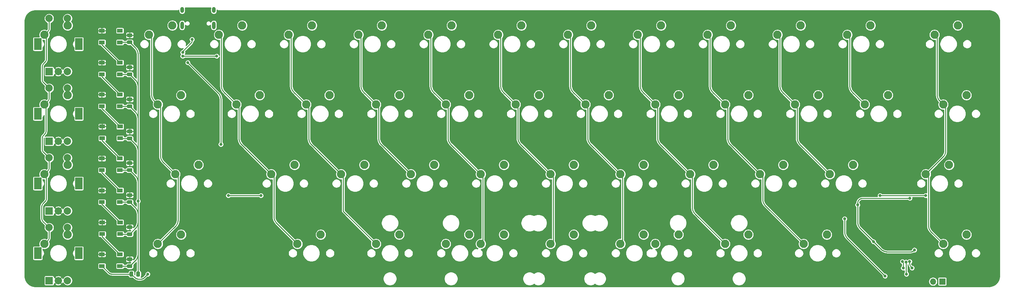
<source format=gbr>
%TF.GenerationSoftware,KiCad,Pcbnew,5.1.9-73d0e3b20d~88~ubuntu20.04.1*%
%TF.CreationDate,2021-02-21T13:43:44-08:00*%
%TF.ProjectId,KB_Lightbar_1,4b425f4c-6967-4687-9462-61725f312e6b,rev?*%
%TF.SameCoordinates,Original*%
%TF.FileFunction,Copper,L1,Top*%
%TF.FilePolarity,Positive*%
%FSLAX46Y46*%
G04 Gerber Fmt 4.6, Leading zero omitted, Abs format (unit mm)*
G04 Created by KiCad (PCBNEW 5.1.9-73d0e3b20d~88~ubuntu20.04.1) date 2021-02-21 13:43:44*
%MOMM*%
%LPD*%
G01*
G04 APERTURE LIST*
%TA.AperFunction,ComponentPad*%
%ADD10O,1.000000X1.600000*%
%TD*%
%TA.AperFunction,ComponentPad*%
%ADD11O,1.000000X2.100000*%
%TD*%
%TA.AperFunction,ComponentPad*%
%ADD12C,2.250000*%
%TD*%
%TA.AperFunction,ComponentPad*%
%ADD13O,1.700000X1.700000*%
%TD*%
%TA.AperFunction,ComponentPad*%
%ADD14R,1.700000X1.700000*%
%TD*%
%TA.AperFunction,SMDPad,CuDef*%
%ADD15R,1.500000X1.000000*%
%TD*%
%TA.AperFunction,ComponentPad*%
%ADD16C,2.000000*%
%TD*%
%TA.AperFunction,ComponentPad*%
%ADD17R,2.000000X3.200000*%
%TD*%
%TA.AperFunction,ComponentPad*%
%ADD18R,2.000000X2.000000*%
%TD*%
%TA.AperFunction,ViaPad*%
%ADD19C,0.800000*%
%TD*%
%TA.AperFunction,Conductor*%
%ADD20C,0.250000*%
%TD*%
%TA.AperFunction,Conductor*%
%ADD21C,0.254000*%
%TD*%
%TA.AperFunction,Conductor*%
%ADD22C,0.100000*%
%TD*%
G04 APERTURE END LIST*
D10*
%TO.P,USB1,13*%
%TO.N,Earth*%
X51151250Y285531250D03*
X42511250Y285531250D03*
D11*
X51151250Y281351250D03*
X42511250Y281351250D03*
%TD*%
D12*
%TO.P,SW33,1*%
%TO.N,COL06*%
X143033750Y240665000D03*
%TO.P,SW33,2*%
%TO.N,Net-(D33-Pad2)*%
X149383750Y243205000D03*
%TD*%
%TO.P,C19,1*%
%TO.N,GND*%
%TA.AperFunction,SMDPad,CuDef*%
G36*
G01*
X27719000Y279133000D02*
X28669000Y279133000D01*
G75*
G02*
X28919000Y278883000I0J-250000D01*
G01*
X28919000Y278383000D01*
G75*
G02*
X28669000Y278133000I-250000J0D01*
G01*
X27719000Y278133000D01*
G75*
G02*
X27469000Y278383000I0J250000D01*
G01*
X27469000Y278883000D01*
G75*
G02*
X27719000Y279133000I250000J0D01*
G01*
G37*
%TD.AperFunction*%
%TO.P,C19,2*%
%TO.N,+5V*%
%TA.AperFunction,SMDPad,CuDef*%
G36*
G01*
X27719000Y277233000D02*
X28669000Y277233000D01*
G75*
G02*
X28919000Y276983000I0J-250000D01*
G01*
X28919000Y276483000D01*
G75*
G02*
X28669000Y276233000I-250000J0D01*
G01*
X27719000Y276233000D01*
G75*
G02*
X27469000Y276483000I0J250000D01*
G01*
X27469000Y276983000D01*
G75*
G02*
X27719000Y277233000I250000J0D01*
G01*
G37*
%TD.AperFunction*%
%TD*%
%TO.P,C18,1*%
%TO.N,GND*%
%TA.AperFunction,SMDPad,CuDef*%
G36*
G01*
X27719000Y270370000D02*
X28669000Y270370000D01*
G75*
G02*
X28919000Y270120000I0J-250000D01*
G01*
X28919000Y269620000D01*
G75*
G02*
X28669000Y269370000I-250000J0D01*
G01*
X27719000Y269370000D01*
G75*
G02*
X27469000Y269620000I0J250000D01*
G01*
X27469000Y270120000D01*
G75*
G02*
X27719000Y270370000I250000J0D01*
G01*
G37*
%TD.AperFunction*%
%TO.P,C18,2*%
%TO.N,+5V*%
%TA.AperFunction,SMDPad,CuDef*%
G36*
G01*
X27719000Y268470000D02*
X28669000Y268470000D01*
G75*
G02*
X28919000Y268220000I0J-250000D01*
G01*
X28919000Y267720000D01*
G75*
G02*
X28669000Y267470000I-250000J0D01*
G01*
X27719000Y267470000D01*
G75*
G02*
X27469000Y267720000I0J250000D01*
G01*
X27469000Y268220000D01*
G75*
G02*
X27719000Y268470000I250000J0D01*
G01*
G37*
%TD.AperFunction*%
%TD*%
%TO.P,C17,1*%
%TO.N,GND*%
%TA.AperFunction,SMDPad,CuDef*%
G36*
G01*
X27719000Y261607000D02*
X28669000Y261607000D01*
G75*
G02*
X28919000Y261357000I0J-250000D01*
G01*
X28919000Y260857000D01*
G75*
G02*
X28669000Y260607000I-250000J0D01*
G01*
X27719000Y260607000D01*
G75*
G02*
X27469000Y260857000I0J250000D01*
G01*
X27469000Y261357000D01*
G75*
G02*
X27719000Y261607000I250000J0D01*
G01*
G37*
%TD.AperFunction*%
%TO.P,C17,2*%
%TO.N,+5V*%
%TA.AperFunction,SMDPad,CuDef*%
G36*
G01*
X27719000Y259707000D02*
X28669000Y259707000D01*
G75*
G02*
X28919000Y259457000I0J-250000D01*
G01*
X28919000Y258957000D01*
G75*
G02*
X28669000Y258707000I-250000J0D01*
G01*
X27719000Y258707000D01*
G75*
G02*
X27469000Y258957000I0J250000D01*
G01*
X27469000Y259457000D01*
G75*
G02*
X27719000Y259707000I250000J0D01*
G01*
G37*
%TD.AperFunction*%
%TD*%
%TO.P,C16,1*%
%TO.N,GND*%
%TA.AperFunction,SMDPad,CuDef*%
G36*
G01*
X27719000Y252844000D02*
X28669000Y252844000D01*
G75*
G02*
X28919000Y252594000I0J-250000D01*
G01*
X28919000Y252094000D01*
G75*
G02*
X28669000Y251844000I-250000J0D01*
G01*
X27719000Y251844000D01*
G75*
G02*
X27469000Y252094000I0J250000D01*
G01*
X27469000Y252594000D01*
G75*
G02*
X27719000Y252844000I250000J0D01*
G01*
G37*
%TD.AperFunction*%
%TO.P,C16,2*%
%TO.N,+5V*%
%TA.AperFunction,SMDPad,CuDef*%
G36*
G01*
X27719000Y250944000D02*
X28669000Y250944000D01*
G75*
G02*
X28919000Y250694000I0J-250000D01*
G01*
X28919000Y250194000D01*
G75*
G02*
X28669000Y249944000I-250000J0D01*
G01*
X27719000Y249944000D01*
G75*
G02*
X27469000Y250194000I0J250000D01*
G01*
X27469000Y250694000D01*
G75*
G02*
X27719000Y250944000I250000J0D01*
G01*
G37*
%TD.AperFunction*%
%TD*%
%TO.P,C15,1*%
%TO.N,GND*%
%TA.AperFunction,SMDPad,CuDef*%
G36*
G01*
X27719000Y244208000D02*
X28669000Y244208000D01*
G75*
G02*
X28919000Y243958000I0J-250000D01*
G01*
X28919000Y243458000D01*
G75*
G02*
X28669000Y243208000I-250000J0D01*
G01*
X27719000Y243208000D01*
G75*
G02*
X27469000Y243458000I0J250000D01*
G01*
X27469000Y243958000D01*
G75*
G02*
X27719000Y244208000I250000J0D01*
G01*
G37*
%TD.AperFunction*%
%TO.P,C15,2*%
%TO.N,+5V*%
%TA.AperFunction,SMDPad,CuDef*%
G36*
G01*
X27719000Y242308000D02*
X28669000Y242308000D01*
G75*
G02*
X28919000Y242058000I0J-250000D01*
G01*
X28919000Y241558000D01*
G75*
G02*
X28669000Y241308000I-250000J0D01*
G01*
X27719000Y241308000D01*
G75*
G02*
X27469000Y241558000I0J250000D01*
G01*
X27469000Y242058000D01*
G75*
G02*
X27719000Y242308000I250000J0D01*
G01*
G37*
%TD.AperFunction*%
%TD*%
%TO.P,C14,1*%
%TO.N,GND*%
%TA.AperFunction,SMDPad,CuDef*%
G36*
G01*
X27719000Y235445000D02*
X28669000Y235445000D01*
G75*
G02*
X28919000Y235195000I0J-250000D01*
G01*
X28919000Y234695000D01*
G75*
G02*
X28669000Y234445000I-250000J0D01*
G01*
X27719000Y234445000D01*
G75*
G02*
X27469000Y234695000I0J250000D01*
G01*
X27469000Y235195000D01*
G75*
G02*
X27719000Y235445000I250000J0D01*
G01*
G37*
%TD.AperFunction*%
%TO.P,C14,2*%
%TO.N,+5V*%
%TA.AperFunction,SMDPad,CuDef*%
G36*
G01*
X27719000Y233545000D02*
X28669000Y233545000D01*
G75*
G02*
X28919000Y233295000I0J-250000D01*
G01*
X28919000Y232795000D01*
G75*
G02*
X28669000Y232545000I-250000J0D01*
G01*
X27719000Y232545000D01*
G75*
G02*
X27469000Y232795000I0J250000D01*
G01*
X27469000Y233295000D01*
G75*
G02*
X27719000Y233545000I250000J0D01*
G01*
G37*
%TD.AperFunction*%
%TD*%
%TO.P,C13,1*%
%TO.N,GND*%
%TA.AperFunction,SMDPad,CuDef*%
G36*
G01*
X27719000Y226682000D02*
X28669000Y226682000D01*
G75*
G02*
X28919000Y226432000I0J-250000D01*
G01*
X28919000Y225932000D01*
G75*
G02*
X28669000Y225682000I-250000J0D01*
G01*
X27719000Y225682000D01*
G75*
G02*
X27469000Y225932000I0J250000D01*
G01*
X27469000Y226432000D01*
G75*
G02*
X27719000Y226682000I250000J0D01*
G01*
G37*
%TD.AperFunction*%
%TO.P,C13,2*%
%TO.N,+5V*%
%TA.AperFunction,SMDPad,CuDef*%
G36*
G01*
X27719000Y224782000D02*
X28669000Y224782000D01*
G75*
G02*
X28919000Y224532000I0J-250000D01*
G01*
X28919000Y224032000D01*
G75*
G02*
X28669000Y223782000I-250000J0D01*
G01*
X27719000Y223782000D01*
G75*
G02*
X27469000Y224032000I0J250000D01*
G01*
X27469000Y224532000D01*
G75*
G02*
X27719000Y224782000I250000J0D01*
G01*
G37*
%TD.AperFunction*%
%TD*%
%TO.P,C12,1*%
%TO.N,GND*%
%TA.AperFunction,SMDPad,CuDef*%
G36*
G01*
X27719000Y217919000D02*
X28669000Y217919000D01*
G75*
G02*
X28919000Y217669000I0J-250000D01*
G01*
X28919000Y217169000D01*
G75*
G02*
X28669000Y216919000I-250000J0D01*
G01*
X27719000Y216919000D01*
G75*
G02*
X27469000Y217169000I0J250000D01*
G01*
X27469000Y217669000D01*
G75*
G02*
X27719000Y217919000I250000J0D01*
G01*
G37*
%TD.AperFunction*%
%TO.P,C12,2*%
%TO.N,+5V*%
%TA.AperFunction,SMDPad,CuDef*%
G36*
G01*
X27719000Y216019000D02*
X28669000Y216019000D01*
G75*
G02*
X28919000Y215769000I0J-250000D01*
G01*
X28919000Y215269000D01*
G75*
G02*
X28669000Y215019000I-250000J0D01*
G01*
X27719000Y215019000D01*
G75*
G02*
X27469000Y215269000I0J250000D01*
G01*
X27469000Y215769000D01*
G75*
G02*
X27719000Y216019000I250000J0D01*
G01*
G37*
%TD.AperFunction*%
%TD*%
D13*
%TO.P,J1,2*%
%TO.N,SWCLK*%
X247396000Y211328000D03*
D14*
%TO.P,J1,1*%
%TO.N,SWDIO*%
X249936000Y211328000D03*
%TD*%
%TO.P,R8,1*%
%TO.N,+5V*%
%TA.AperFunction,SMDPad,CuDef*%
G36*
G01*
X31016000Y213810002D02*
X31016000Y212909998D01*
G75*
G02*
X30766002Y212660000I-249998J0D01*
G01*
X30240998Y212660000D01*
G75*
G02*
X29991000Y212909998I0J249998D01*
G01*
X29991000Y213810002D01*
G75*
G02*
X30240998Y214060000I249998J0D01*
G01*
X30766002Y214060000D01*
G75*
G02*
X31016000Y213810002I0J-249998D01*
G01*
G37*
%TD.AperFunction*%
%TO.P,R8,2*%
%TO.N,RGB_PWM*%
%TA.AperFunction,SMDPad,CuDef*%
G36*
G01*
X29191000Y213810002D02*
X29191000Y212909998D01*
G75*
G02*
X28941002Y212660000I-249998J0D01*
G01*
X28415998Y212660000D01*
G75*
G02*
X28166000Y212909998I0J249998D01*
G01*
X28166000Y213810002D01*
G75*
G02*
X28415998Y214060000I249998J0D01*
G01*
X28941002Y214060000D01*
G75*
G02*
X29191000Y213810002I0J-249998D01*
G01*
G37*
%TD.AperFunction*%
%TD*%
D15*
%TO.P,RGB7,3*%
%TO.N,GND*%
X20632249Y271157501D03*
%TO.P,RGB7,4*%
%TO.N,Net-(RGB6-Pad2)*%
X20632249Y267957501D03*
%TO.P,RGB7,2*%
%TO.N,Net-(RGB7-Pad2)*%
X25532249Y271157501D03*
%TO.P,RGB7,1*%
%TO.N,+5V*%
X25532249Y267957501D03*
%TD*%
%TO.P,RGB6,3*%
%TO.N,GND*%
X20632250Y262426249D03*
%TO.P,RGB6,4*%
%TO.N,Net-(RGB5-Pad2)*%
X20632250Y259226249D03*
%TO.P,RGB6,2*%
%TO.N,Net-(RGB6-Pad2)*%
X25532250Y262426249D03*
%TO.P,RGB6,1*%
%TO.N,+5V*%
X25532250Y259226249D03*
%TD*%
%TO.P,RGB5,3*%
%TO.N,GND*%
X20701000Y253682500D03*
%TO.P,RGB5,4*%
%TO.N,Net-(RGB4-Pad2)*%
X20701000Y250482500D03*
%TO.P,RGB5,2*%
%TO.N,Net-(RGB5-Pad2)*%
X25601000Y253682500D03*
%TO.P,RGB5,1*%
%TO.N,+5V*%
X25601000Y250482500D03*
%TD*%
%TO.P,RGB4,3*%
%TO.N,GND*%
X20632250Y244963750D03*
%TO.P,RGB4,4*%
%TO.N,Net-(RGB3-Pad2)*%
X20632250Y241763750D03*
%TO.P,RGB4,2*%
%TO.N,Net-(RGB4-Pad2)*%
X25532250Y244963750D03*
%TO.P,RGB4,1*%
%TO.N,+5V*%
X25532250Y241763750D03*
%TD*%
%TO.P,RGB3,3*%
%TO.N,GND*%
X20632250Y236232500D03*
%TO.P,RGB3,4*%
%TO.N,Net-(RGB2-Pad2)*%
X20632250Y233032500D03*
%TO.P,RGB3,2*%
%TO.N,Net-(RGB3-Pad2)*%
X25532250Y236232500D03*
%TO.P,RGB3,1*%
%TO.N,+5V*%
X25532250Y233032500D03*
%TD*%
%TO.P,RGB2,3*%
%TO.N,GND*%
X20701000Y227501251D03*
%TO.P,RGB2,4*%
%TO.N,Net-(RGB1-Pad2)*%
X20701000Y224301251D03*
%TO.P,RGB2,2*%
%TO.N,Net-(RGB2-Pad2)*%
X25601000Y227501251D03*
%TO.P,RGB2,1*%
%TO.N,+5V*%
X25601000Y224301251D03*
%TD*%
%TO.P,RGB8,3*%
%TO.N,GND*%
X20632249Y279888750D03*
%TO.P,RGB8,4*%
%TO.N,Net-(RGB7-Pad2)*%
X20632249Y276688750D03*
%TO.P,RGB8,2*%
%TO.N,Net-(RGB8-Pad2)*%
X25532249Y279888750D03*
%TO.P,RGB8,1*%
%TO.N,+5V*%
X25532249Y276688750D03*
%TD*%
%TO.P,RGB1,3*%
%TO.N,GND*%
X20632250Y218770000D03*
%TO.P,RGB1,4*%
%TO.N,RGB_PWM*%
X20632250Y215570000D03*
%TO.P,RGB1,2*%
%TO.N,Net-(RGB1-Pad2)*%
X25532250Y218770000D03*
%TO.P,RGB1,1*%
%TO.N,+5V*%
X25532250Y215570000D03*
%TD*%
D12*
%TO.P,SW51,1*%
%TO.N,COL06*%
X143033750Y221615000D03*
%TO.P,SW51,2*%
%TO.N,Net-(D59-Pad2)*%
X149383750Y224155000D03*
%TD*%
%TO.P,SW50,2*%
%TO.N,Net-(D44-Pad2)*%
X177958750Y224155000D03*
%TO.P,SW50,1*%
%TO.N,COL07*%
X171608750Y221615000D03*
%TD*%
%TO.P,SW49,2*%
%TO.N,Net-(D43-Pad2)*%
X120808750Y224155000D03*
%TO.P,SW49,1*%
%TO.N,COL05*%
X114458750Y221615000D03*
%TD*%
%TO.P,SW26,1*%
%TO.N,COL12*%
X250190000Y259715000D03*
%TO.P,SW26,2*%
%TO.N,Net-(D26-Pad2)*%
X256540000Y262255000D03*
%TD*%
%TO.P,SW47,1*%
%TO.N,COL12*%
X250190000Y221615000D03*
%TO.P,SW47,2*%
%TO.N,Net-(D47-Pad2)*%
X256540000Y224155000D03*
%TD*%
%TO.P,SW46,1*%
%TO.N,COL09*%
X212090000Y221615000D03*
%TO.P,SW46,2*%
%TO.N,Net-(D46-Pad2)*%
X218440000Y224155000D03*
%TD*%
%TO.P,SW45,1*%
%TO.N,COL08*%
X190658750Y221615000D03*
%TO.P,SW45,2*%
%TO.N,Net-(D45-Pad2)*%
X197008750Y224155000D03*
%TD*%
%TO.P,SW44,1*%
%TO.N,COL07*%
X162083750Y221615000D03*
%TO.P,SW44,2*%
%TO.N,Net-(D44-Pad2)*%
X168433750Y224155000D03*
%TD*%
%TO.P,SW43,1*%
%TO.N,COL05*%
X123983750Y221615000D03*
%TO.P,SW43,2*%
%TO.N,Net-(D43-Pad2)*%
X130333750Y224155000D03*
%TD*%
%TO.P,SW42,1*%
%TO.N,COL03*%
X95408750Y221615000D03*
%TO.P,SW42,2*%
%TO.N,Net-(D42-Pad2)*%
X101758750Y224155000D03*
%TD*%
%TO.P,SW41,1*%
%TO.N,COL02*%
X73977500Y221615000D03*
%TO.P,SW41,2*%
%TO.N,Net-(D41-Pad2)*%
X80327500Y224155000D03*
%TD*%
%TO.P,SW40,1*%
%TO.N,COL01*%
X35877500Y221615000D03*
%TO.P,SW40,2*%
%TO.N,Net-(D40-Pad2)*%
X42227500Y224155000D03*
%TD*%
%TO.P,SW39,1*%
%TO.N,COL00*%
X4921250Y221615000D03*
%TO.P,SW39,2*%
%TO.N,ENC4_R*%
X11271250Y224155000D03*
%TD*%
%TO.P,SW38,1*%
%TO.N,COL12*%
X245427500Y240665000D03*
%TO.P,SW38,2*%
%TO.N,Net-(D38-Pad2)*%
X251777500Y243205000D03*
%TD*%
%TO.P,SW37,1*%
%TO.N,COL10*%
X219233750Y240665000D03*
%TO.P,SW37,2*%
%TO.N,Net-(D37-Pad2)*%
X225583750Y243205000D03*
%TD*%
%TO.P,SW36,1*%
%TO.N,COL09*%
X200183750Y240665000D03*
%TO.P,SW36,2*%
%TO.N,Net-(D36-Pad2)*%
X206533750Y243205000D03*
%TD*%
%TO.P,SW35,1*%
%TO.N,COL08*%
X181133750Y240665000D03*
%TO.P,SW35,2*%
%TO.N,Net-(D35-Pad2)*%
X187483750Y243205000D03*
%TD*%
%TO.P,SW34,1*%
%TO.N,COL07*%
X162083750Y240665000D03*
%TO.P,SW34,2*%
%TO.N,Net-(D34-Pad2)*%
X168433750Y243205000D03*
%TD*%
%TO.P,SW32,1*%
%TO.N,COL05*%
X123983750Y240665000D03*
%TO.P,SW32,2*%
%TO.N,Net-(D32-Pad2)*%
X130333750Y243205000D03*
%TD*%
%TO.P,SW31,1*%
%TO.N,COL04*%
X104933750Y240665000D03*
%TO.P,SW31,2*%
%TO.N,Net-(D31-Pad2)*%
X111283750Y243205000D03*
%TD*%
%TO.P,SW30,1*%
%TO.N,COL03*%
X85883750Y240665000D03*
%TO.P,SW30,2*%
%TO.N,Net-(D30-Pad2)*%
X92233750Y243205000D03*
%TD*%
%TO.P,SW29,1*%
%TO.N,COL02*%
X66833750Y240665000D03*
%TO.P,SW29,2*%
%TO.N,Net-(D29-Pad2)*%
X73183750Y243205000D03*
%TD*%
%TO.P,SW28,1*%
%TO.N,COL01*%
X40640000Y240665000D03*
%TO.P,SW28,2*%
%TO.N,Net-(D28-Pad2)*%
X46990000Y243205000D03*
%TD*%
%TO.P,SW27,1*%
%TO.N,COL00*%
X4921250Y240665000D03*
%TO.P,SW27,2*%
%TO.N,ENC3_R*%
X11271250Y243205000D03*
%TD*%
%TO.P,SW25,1*%
%TO.N,COL11*%
X228758750Y259715000D03*
%TO.P,SW25,2*%
%TO.N,Net-(D25-Pad2)*%
X235108750Y262255000D03*
%TD*%
%TO.P,SW24,1*%
%TO.N,COL10*%
X209708750Y259715000D03*
%TO.P,SW24,2*%
%TO.N,Net-(D24-Pad2)*%
X216058750Y262255000D03*
%TD*%
%TO.P,SW23,1*%
%TO.N,COL09*%
X190658750Y259715000D03*
%TO.P,SW23,2*%
%TO.N,Net-(D23-Pad2)*%
X197008750Y262255000D03*
%TD*%
%TO.P,SW22,1*%
%TO.N,COL08*%
X171608750Y259715000D03*
%TO.P,SW22,2*%
%TO.N,Net-(D22-Pad2)*%
X177958750Y262255000D03*
%TD*%
%TO.P,SW21,1*%
%TO.N,COL07*%
X152558750Y259715000D03*
%TO.P,SW21,2*%
%TO.N,Net-(D21-Pad2)*%
X158908750Y262255000D03*
%TD*%
%TO.P,SW20,1*%
%TO.N,COL06*%
X133508750Y259715000D03*
%TO.P,SW20,2*%
%TO.N,Net-(D20-Pad2)*%
X139858750Y262255000D03*
%TD*%
%TO.P,SW19,1*%
%TO.N,COL05*%
X114458750Y259715000D03*
%TO.P,SW19,2*%
%TO.N,Net-(D19-Pad2)*%
X120808750Y262255000D03*
%TD*%
%TO.P,SW18,1*%
%TO.N,COL04*%
X95408750Y259715000D03*
%TO.P,SW18,2*%
%TO.N,Net-(D18-Pad2)*%
X101758750Y262255000D03*
%TD*%
%TO.P,SW17,1*%
%TO.N,COL03*%
X76358750Y259715000D03*
%TO.P,SW17,2*%
%TO.N,Net-(D17-Pad2)*%
X82708750Y262255000D03*
%TD*%
%TO.P,SW16,1*%
%TO.N,COL02*%
X57308750Y259715000D03*
%TO.P,SW16,2*%
%TO.N,Net-(D16-Pad2)*%
X63658750Y262255000D03*
%TD*%
%TO.P,SW15,1*%
%TO.N,COL01*%
X35877500Y259715000D03*
%TO.P,SW15,2*%
%TO.N,Net-(D15-Pad2)*%
X42227500Y262255000D03*
%TD*%
%TO.P,SW14,1*%
%TO.N,COL00*%
X4921250Y259715000D03*
%TO.P,SW14,2*%
%TO.N,ENC2_R*%
X11271250Y262255000D03*
%TD*%
%TO.P,SW13,1*%
%TO.N,COL12*%
X247808750Y278765000D03*
%TO.P,SW13,2*%
%TO.N,Net-(D13-Pad2)*%
X254158750Y281305000D03*
%TD*%
%TO.P,SW12,1*%
%TO.N,COL11*%
X223996250Y278765000D03*
%TO.P,SW12,2*%
%TO.N,Net-(D12-Pad2)*%
X230346250Y281305000D03*
%TD*%
%TO.P,SW11,1*%
%TO.N,COL10*%
X204946250Y278765000D03*
%TO.P,SW11,2*%
%TO.N,Net-(D11-Pad2)*%
X211296250Y281305000D03*
%TD*%
%TO.P,SW10,1*%
%TO.N,COL09*%
X185896250Y278765000D03*
%TO.P,SW10,2*%
%TO.N,Net-(D10-Pad2)*%
X192246250Y281305000D03*
%TD*%
%TO.P,SW9,1*%
%TO.N,COL08*%
X166846250Y278765000D03*
%TO.P,SW9,2*%
%TO.N,Net-(D9-Pad2)*%
X173196250Y281305000D03*
%TD*%
%TO.P,SW8,1*%
%TO.N,COL07*%
X147796250Y278765000D03*
%TO.P,SW8,2*%
%TO.N,Net-(D8-Pad2)*%
X154146250Y281305000D03*
%TD*%
%TO.P,SW7,1*%
%TO.N,COL06*%
X128746250Y278765000D03*
%TO.P,SW7,2*%
%TO.N,Net-(D7-Pad2)*%
X135096250Y281305000D03*
%TD*%
%TO.P,SW6,1*%
%TO.N,COL05*%
X109696250Y278765000D03*
%TO.P,SW6,2*%
%TO.N,Net-(D6-Pad2)*%
X116046250Y281305000D03*
%TD*%
%TO.P,SW5,1*%
%TO.N,COL04*%
X90646250Y278765000D03*
%TO.P,SW5,2*%
%TO.N,Net-(D5-Pad2)*%
X96996250Y281305000D03*
%TD*%
%TO.P,SW4,1*%
%TO.N,COL03*%
X71596250Y278765000D03*
%TO.P,SW4,2*%
%TO.N,Net-(D4-Pad2)*%
X77946250Y281305000D03*
%TD*%
%TO.P,SW3,1*%
%TO.N,COL02*%
X52546250Y278765000D03*
%TO.P,SW3,2*%
%TO.N,Net-(D3-Pad2)*%
X58896250Y281305000D03*
%TD*%
%TO.P,SW2,1*%
%TO.N,COL01*%
X33496250Y278765000D03*
%TO.P,SW2,2*%
%TO.N,Net-(D2-Pad2)*%
X39846250Y281305000D03*
%TD*%
%TO.P,SW1,1*%
%TO.N,COL00*%
X4921250Y278765000D03*
%TO.P,SW1,2*%
%TO.N,ENC1_R*%
X11271250Y281305000D03*
%TD*%
D16*
%TO.P,RE4,S1*%
%TO.N,ENC4_R*%
X11223000Y226082000D03*
%TO.P,RE4,S2*%
%TO.N,COL00*%
X6223000Y226082000D03*
D17*
%TO.P,RE4,MP*%
%TO.N,N/C*%
X14323000Y219082000D03*
X3123000Y219082000D03*
D16*
%TO.P,RE4,B*%
%TO.N,ENC4_B*%
X11223000Y211582000D03*
%TO.P,RE4,C*%
%TO.N,GND*%
X8723000Y211582000D03*
D18*
%TO.P,RE4,A*%
%TO.N,ENC4_A*%
X6223000Y211582000D03*
%TD*%
D16*
%TO.P,RE3,S1*%
%TO.N,ENC3_R*%
X11223000Y245132000D03*
%TO.P,RE3,S2*%
%TO.N,COL00*%
X6223000Y245132000D03*
D17*
%TO.P,RE3,MP*%
%TO.N,N/C*%
X14323000Y238132000D03*
X3123000Y238132000D03*
D16*
%TO.P,RE3,B*%
%TO.N,ENC3_B*%
X11223000Y230632000D03*
%TO.P,RE3,C*%
%TO.N,GND*%
X8723000Y230632000D03*
D18*
%TO.P,RE3,A*%
%TO.N,ENC3_A*%
X6223000Y230632000D03*
%TD*%
D16*
%TO.P,RE2,S1*%
%TO.N,ENC2_R*%
X11223000Y264182000D03*
%TO.P,RE2,S2*%
%TO.N,COL00*%
X6223000Y264182000D03*
D17*
%TO.P,RE2,MP*%
%TO.N,N/C*%
X14323000Y257182000D03*
X3123000Y257182000D03*
D16*
%TO.P,RE2,B*%
%TO.N,ENC2_B*%
X11223000Y249682000D03*
%TO.P,RE2,C*%
%TO.N,GND*%
X8723000Y249682000D03*
D18*
%TO.P,RE2,A*%
%TO.N,ENC2_A*%
X6223000Y249682000D03*
%TD*%
D16*
%TO.P,RE1,S1*%
%TO.N,ENC1_R*%
X11223000Y283232000D03*
%TO.P,RE1,S2*%
%TO.N,COL00*%
X6223000Y283232000D03*
D17*
%TO.P,RE1,MP*%
%TO.N,N/C*%
X14323000Y276232000D03*
X3123000Y276232000D03*
D16*
%TO.P,RE1,B*%
%TO.N,ENC1_B*%
X11223000Y268732000D03*
%TO.P,RE1,C*%
%TO.N,GND*%
X8723000Y268732000D03*
D18*
%TO.P,RE1,A*%
%TO.N,ENC1_A*%
X6223000Y268732000D03*
%TD*%
D19*
%TO.N,GND*%
X232283000Y216662000D03*
X219075000Y231394000D03*
%TO.N,+5V*%
X30480000Y233298990D03*
%TO.N,+3V3*%
X231140000Y222250000D03*
X241083000Y234115643D03*
X242316000Y219964000D03*
X226822000Y232283000D03*
%TO.N,ROW00*%
X42672000Y272923000D03*
X51943000Y272923000D03*
%TO.N,ROW02*%
X245364000Y234823000D03*
X64008002Y234823000D03*
X55118000Y234823000D03*
X232926337Y234840643D03*
%TO.N,RGB_PWM*%
X239268000Y215011000D03*
X239040048Y216803421D03*
X33147000Y213360000D03*
%TO.N,VCC*%
X53086000Y248841020D03*
X44069000Y271145000D03*
%TO.N,Net-(D58-Pad2)*%
X223266000Y228473000D03*
X234315000Y212852000D03*
%TO.N,Net-(R6-Pad2)*%
X45212000Y277495000D03*
X42672000Y273939000D03*
%TO.N,SWCLK*%
X240030000Y216662000D03*
X240152347Y213364653D03*
%TO.N,SWDIO*%
X241019952Y216803421D03*
X241681000Y215050000D03*
%TD*%
D20*
%TO.N,+5V*%
X25583250Y215519000D02*
X25532250Y215570000D01*
X28194000Y215519000D02*
X25583250Y215519000D01*
X25620251Y224282000D02*
X25601000Y224301251D01*
X28194000Y224282000D02*
X25620251Y224282000D01*
X25544750Y233045000D02*
X25532250Y233032500D01*
X28194000Y233045000D02*
X25544750Y233045000D01*
X25544748Y267970000D02*
X25532249Y267957501D01*
X28194000Y267970000D02*
X25544748Y267970000D01*
X25551499Y259207000D02*
X25532250Y259226249D01*
X28194000Y259207000D02*
X25551499Y259207000D01*
X25576499Y276733000D02*
X25532249Y276688750D01*
X28194000Y276733000D02*
X25576499Y276733000D01*
X25576500Y241808000D02*
X25532250Y241763750D01*
X28194000Y241808000D02*
X25576500Y241808000D01*
X25639500Y250444000D02*
X25601000Y250482500D01*
X28194000Y250444000D02*
X25639500Y250444000D01*
X29737537Y217062537D02*
X28194000Y215519000D01*
X29737537Y217062537D02*
X29823329Y217152648D01*
X29823329Y217152648D02*
X29904597Y217246860D01*
X29904597Y217246860D02*
X29981145Y217344946D01*
X29981145Y217344946D02*
X30052787Y217446670D01*
X30052787Y217446670D02*
X30119352Y217551787D01*
X30119352Y217551787D02*
X30180678Y217660044D01*
X30180678Y217660044D02*
X30236619Y217771179D01*
X30236619Y217771179D02*
X30287039Y217884926D01*
X30287039Y217884926D02*
X30331818Y218001009D01*
X30331818Y218001009D02*
X30370846Y218119149D01*
X30370846Y218119149D02*
X30404030Y218239063D01*
X30404030Y218239063D02*
X30431291Y218360460D01*
X30431291Y218360460D02*
X30452562Y218483049D01*
X30452562Y218483049D02*
X30467793Y218606533D01*
X30467793Y218606533D02*
X30476946Y218730617D01*
X30480000Y218727563D02*
X30476946Y218730617D01*
X30480000Y213360000D02*
X30480000Y218727563D01*
X29737537Y225825537D02*
X28194000Y224282000D01*
X29737537Y225825537D02*
X29823329Y225915648D01*
X29823329Y225915648D02*
X29904597Y226009860D01*
X29904597Y226009860D02*
X29981145Y226107946D01*
X29981145Y226107946D02*
X30052787Y226209670D01*
X30052787Y226209670D02*
X30119352Y226314787D01*
X30119352Y226314787D02*
X30180678Y226423044D01*
X30180678Y226423044D02*
X30236619Y226534179D01*
X30236619Y226534179D02*
X30287039Y226647926D01*
X30287039Y226647926D02*
X30331818Y226764009D01*
X30331818Y226764009D02*
X30370846Y226882149D01*
X30370846Y226882149D02*
X30404030Y227002063D01*
X30404030Y227002063D02*
X30431291Y227123460D01*
X30431291Y227123460D02*
X30452562Y227246049D01*
X30452562Y227246049D02*
X30467793Y227369533D01*
X30467793Y227369533D02*
X30476946Y227493617D01*
X30476946Y227493617D02*
X30480000Y227618000D01*
X30480000Y227490563D02*
X30476946Y227493617D01*
X30480000Y218855000D02*
X30480000Y227490563D01*
X30476946Y218730617D02*
X30480000Y218855000D01*
X29737537Y231501462D02*
X28194000Y233045000D01*
X29737537Y231501462D02*
X29823329Y231411350D01*
X29823329Y231411350D02*
X29904597Y231317138D01*
X29904597Y231317138D02*
X29981145Y231219052D01*
X29981145Y231219052D02*
X30052787Y231117328D01*
X30052787Y231117328D02*
X30119351Y231012211D01*
X30119351Y231012211D02*
X30180678Y230903954D01*
X30180678Y230903954D02*
X30236619Y230792819D01*
X30236619Y230792819D02*
X30287039Y230679073D01*
X30287039Y230679073D02*
X30331817Y230562990D01*
X30331817Y230562990D02*
X30370846Y230444849D01*
X30370846Y230444849D02*
X30404030Y230324936D01*
X30404030Y230324936D02*
X30431291Y230203539D01*
X30431291Y230203539D02*
X30452562Y230080950D01*
X30452562Y230080950D02*
X30467793Y229957466D01*
X30467793Y229957466D02*
X30476945Y229833382D01*
X30476945Y229833382D02*
X30480000Y229709000D01*
X30480000Y229709000D02*
X30480000Y227618000D01*
X30480000Y229836437D02*
X30476945Y229833382D01*
X30480000Y233298990D02*
X30480000Y229836437D01*
X29737537Y240264462D02*
X28194000Y241808000D01*
X29737537Y240264462D02*
X29823329Y240174350D01*
X29823329Y240174350D02*
X29904597Y240080138D01*
X29904597Y240080138D02*
X29981145Y239982052D01*
X29981145Y239982052D02*
X30052787Y239880328D01*
X30052787Y239880328D02*
X30119351Y239775211D01*
X30119351Y239775211D02*
X30180678Y239666954D01*
X30180678Y239666954D02*
X30236619Y239555819D01*
X30236619Y239555819D02*
X30287039Y239442073D01*
X30287039Y239442073D02*
X30331817Y239325990D01*
X30331817Y239325990D02*
X30370846Y239207849D01*
X30370846Y239207849D02*
X30404030Y239087936D01*
X30404030Y239087936D02*
X30431291Y238966539D01*
X30431291Y238966539D02*
X30452562Y238843950D01*
X30452562Y238843950D02*
X30467793Y238720466D01*
X30467793Y238720466D02*
X30476945Y238596382D01*
X30476945Y238596382D02*
X30480000Y238472000D01*
X30480000Y238472000D02*
X30480000Y233298990D01*
X29737537Y248900462D02*
X28194000Y250444000D01*
X29737537Y248900462D02*
X29823329Y248810350D01*
X29823329Y248810350D02*
X29904597Y248716138D01*
X29904597Y248716138D02*
X29981145Y248618052D01*
X29981145Y248618052D02*
X30052787Y248516328D01*
X30052787Y248516328D02*
X30119351Y248411211D01*
X30119351Y248411211D02*
X30180678Y248302954D01*
X30180678Y248302954D02*
X30236619Y248191819D01*
X30236619Y248191819D02*
X30287039Y248078073D01*
X30287039Y248078073D02*
X30331817Y247961990D01*
X30331817Y247961990D02*
X30370846Y247843849D01*
X30370846Y247843849D02*
X30404030Y247723936D01*
X30404030Y247723936D02*
X30431291Y247602539D01*
X30431291Y247602539D02*
X30452562Y247479950D01*
X30452562Y247479950D02*
X30467793Y247356466D01*
X30467793Y247356466D02*
X30476945Y247232382D01*
X30476945Y247232382D02*
X30480000Y247108000D01*
X30480000Y247108000D02*
X30480000Y238472000D01*
X29737537Y257663462D02*
X28194000Y259207000D01*
X29737537Y257663462D02*
X29823329Y257573350D01*
X29823329Y257573350D02*
X29904597Y257479138D01*
X29904597Y257479138D02*
X29981145Y257381052D01*
X29981145Y257381052D02*
X30052787Y257279328D01*
X30052787Y257279328D02*
X30119351Y257174211D01*
X30119351Y257174211D02*
X30180678Y257065954D01*
X30180678Y257065954D02*
X30236619Y256954819D01*
X30236619Y256954819D02*
X30287039Y256841073D01*
X30287039Y256841073D02*
X30331817Y256724990D01*
X30331817Y256724990D02*
X30370846Y256606849D01*
X30370846Y256606849D02*
X30404030Y256486936D01*
X30404030Y256486936D02*
X30431291Y256365539D01*
X30431291Y256365539D02*
X30452562Y256242950D01*
X30452562Y256242950D02*
X30467793Y256119466D01*
X30467793Y256119466D02*
X30476945Y255995382D01*
X30476945Y255995382D02*
X30480000Y255871000D01*
X30480000Y255871000D02*
X30480000Y247108000D01*
X29737537Y266426462D02*
X28194000Y267970000D01*
X29737537Y266426462D02*
X29823329Y266336350D01*
X29823329Y266336350D02*
X29904597Y266242138D01*
X29904597Y266242138D02*
X29981145Y266144052D01*
X29981145Y266144052D02*
X30052787Y266042328D01*
X30052787Y266042328D02*
X30119351Y265937211D01*
X30119351Y265937211D02*
X30180678Y265828954D01*
X30180678Y265828954D02*
X30236619Y265717819D01*
X30236619Y265717819D02*
X30287039Y265604073D01*
X30287039Y265604073D02*
X30331817Y265487990D01*
X30331817Y265487990D02*
X30370846Y265369849D01*
X30370846Y265369849D02*
X30404030Y265249936D01*
X30404030Y265249936D02*
X30431291Y265128539D01*
X30431291Y265128539D02*
X30452562Y265005950D01*
X30452562Y265005950D02*
X30467793Y264882466D01*
X30467793Y264882466D02*
X30476945Y264758382D01*
X30476945Y264758382D02*
X30480000Y264634000D01*
X30480000Y264634000D02*
X30480000Y255871000D01*
X29737537Y275189462D02*
X28194000Y276733000D01*
X29737537Y275189462D02*
X29823329Y275099350D01*
X29823329Y275099350D02*
X29904597Y275005138D01*
X29904597Y275005138D02*
X29981145Y274907052D01*
X29981145Y274907052D02*
X30052787Y274805328D01*
X30052787Y274805328D02*
X30119351Y274700211D01*
X30119351Y274700211D02*
X30180678Y274591954D01*
X30180678Y274591954D02*
X30236619Y274480819D01*
X30236619Y274480819D02*
X30287039Y274367073D01*
X30287039Y274367073D02*
X30331817Y274250990D01*
X30331817Y274250990D02*
X30370846Y274132849D01*
X30370846Y274132849D02*
X30404030Y274012936D01*
X30404030Y274012936D02*
X30431291Y273891539D01*
X30431291Y273891539D02*
X30452562Y273768950D01*
X30452562Y273768950D02*
X30467793Y273645466D01*
X30467793Y273645466D02*
X30476945Y273521382D01*
X30476945Y273521382D02*
X30480000Y273397000D01*
X30480000Y273397000D02*
X30480000Y264634000D01*
%TO.N,+3V3*%
X226822000Y227618000D02*
X226822000Y232283000D01*
X226822000Y227618000D02*
X226825053Y227493617D01*
X226825053Y227493617D02*
X226834205Y227369533D01*
X226834205Y227369533D02*
X226849436Y227246049D01*
X226849436Y227246049D02*
X226870707Y227123460D01*
X226870707Y227123460D02*
X226897968Y227002063D01*
X226897968Y227002063D02*
X226931152Y226882149D01*
X226931152Y226882149D02*
X226970180Y226764009D01*
X226970180Y226764009D02*
X227014959Y226647925D01*
X227014959Y226647925D02*
X227065379Y226534179D01*
X227065379Y226534179D02*
X227121320Y226423044D01*
X227121320Y226423044D02*
X227182646Y226314787D01*
X227182646Y226314787D02*
X227249211Y226209670D01*
X227249211Y226209670D02*
X227320853Y226107946D01*
X227320853Y226107946D02*
X227397400Y226009860D01*
X227397400Y226009860D02*
X227478668Y225915647D01*
X227478668Y225915647D02*
X227564462Y225825537D01*
X227564462Y225825537D02*
X231140000Y222250000D01*
X233191537Y220198462D02*
X231140000Y222250000D01*
X233191537Y220198462D02*
X233281647Y220112668D01*
X233281647Y220112668D02*
X233375860Y220031400D01*
X233375860Y220031400D02*
X233473946Y219954853D01*
X233473946Y219954853D02*
X233575670Y219883211D01*
X233575670Y219883211D02*
X233680787Y219816646D01*
X233680787Y219816646D02*
X233789044Y219755320D01*
X233789044Y219755320D02*
X233900179Y219699379D01*
X233900179Y219699379D02*
X234013926Y219648959D01*
X234013926Y219648959D02*
X234130009Y219604181D01*
X234130009Y219604181D02*
X234248149Y219565152D01*
X234248149Y219565152D02*
X234368063Y219531968D01*
X234368063Y219531968D02*
X234489460Y219504707D01*
X234489460Y219504707D02*
X234612049Y219483436D01*
X234612049Y219483436D02*
X234735533Y219468206D01*
X234735533Y219468206D02*
X234859617Y219459053D01*
X234859617Y219459053D02*
X234984000Y219456000D01*
X241083000Y234115643D02*
X241028357Y234061000D01*
X226822000Y232799000D02*
X226822000Y232283000D01*
X226822000Y232799000D02*
X226823453Y232858229D01*
X226823453Y232858229D02*
X226827811Y232917317D01*
X226827811Y232917317D02*
X226835064Y232976119D01*
X226835064Y232976119D02*
X226845193Y233034494D01*
X226845193Y233034494D02*
X226858174Y233092303D01*
X226858174Y233092303D02*
X226873976Y233149404D01*
X226873976Y233149404D02*
X226892561Y233205662D01*
X226892561Y233205662D02*
X226913884Y233260939D01*
X226913884Y233260939D02*
X226937894Y233315104D01*
X226937894Y233315104D02*
X226964532Y233368026D01*
X226964532Y233368026D02*
X226993735Y233419576D01*
X226993735Y233419576D02*
X227025433Y233469632D01*
X227025433Y233469632D02*
X227059548Y233518072D01*
X227059548Y233518072D02*
X227095999Y233564780D01*
X227095999Y233564780D02*
X227134698Y233609643D01*
X227134698Y233609643D02*
X227175553Y233652553D01*
X227230446Y233707446D02*
X227175553Y233652553D01*
X227230446Y233707446D02*
X227273356Y233748299D01*
X227273356Y233748299D02*
X227318219Y233786998D01*
X227318219Y233786998D02*
X227364926Y233823449D01*
X227364926Y233823449D02*
X227413366Y233857565D01*
X227413366Y233857565D02*
X227463422Y233889262D01*
X227463422Y233889262D02*
X227514973Y233918465D01*
X227514973Y233918465D02*
X227567894Y233945104D01*
X227567894Y233945104D02*
X227622059Y233969114D01*
X227622059Y233969114D02*
X227677337Y233990437D01*
X227677337Y233990437D02*
X227733595Y234009021D01*
X227733595Y234009021D02*
X227790696Y234024824D01*
X227790696Y234024824D02*
X227848504Y234037805D01*
X227848504Y234037805D02*
X227906880Y234047934D01*
X227906880Y234047934D02*
X227965682Y234055187D01*
X227965682Y234055187D02*
X228024770Y234059545D01*
X228024770Y234059545D02*
X228084000Y234061000D01*
X228084000Y234061000D02*
X241028357Y234061000D01*
X242161553Y219809553D02*
X242316000Y219964000D01*
X242161553Y219809553D02*
X242118642Y219768699D01*
X242118642Y219768699D02*
X242073779Y219730000D01*
X242073779Y219730000D02*
X242027071Y219693549D01*
X242027071Y219693549D02*
X241978631Y219659434D01*
X241978631Y219659434D02*
X241928576Y219627736D01*
X241928576Y219627736D02*
X241877025Y219598533D01*
X241877025Y219598533D02*
X241824104Y219571895D01*
X241824104Y219571895D02*
X241769939Y219547885D01*
X241769939Y219547885D02*
X241714661Y219526562D01*
X241714661Y219526562D02*
X241658404Y219507977D01*
X241658404Y219507977D02*
X241601302Y219492175D01*
X241601302Y219492175D02*
X241543494Y219479194D01*
X241543494Y219479194D02*
X241485119Y219469065D01*
X241485119Y219469065D02*
X241426317Y219461812D01*
X241426317Y219461812D02*
X241367229Y219457453D01*
X241367229Y219457453D02*
X241308000Y219456000D01*
X241308000Y219456000D02*
X234984000Y219456000D01*
%TO.N,ROW00*%
X42672000Y272923000D02*
X51943000Y272923000D01*
%TO.N,ROW02*%
X64008002Y234823000D02*
X55118000Y234823000D01*
X232926337Y234840643D02*
X245346357Y234840643D01*
%TO.N,RGB_PWM*%
X239268000Y216575469D02*
X239040048Y216803421D01*
X239268000Y215011000D02*
X239268000Y216575469D01*
X22500541Y213703968D02*
X22453341Y213748908D01*
X22549891Y213661399D02*
X22500541Y213703968D01*
X22601269Y213621303D02*
X22549891Y213661399D01*
X28678500Y213360000D02*
X23392250Y213360000D01*
X23392250Y213360000D02*
X23327097Y213361598D01*
X23262101Y213366393D02*
X23197418Y213374371D01*
X22453341Y213748908D02*
X20632250Y215570000D01*
X22654553Y213583776D02*
X22601269Y213621303D01*
X23133205Y213385513D02*
X23069616Y213399792D01*
X22709615Y213548909D02*
X22654553Y213583776D01*
X23327097Y213361598D02*
X23262101Y213366393D01*
X22766321Y213516786D02*
X22709615Y213548909D01*
X23197418Y213374371D02*
X23133205Y213385513D01*
X23069616Y213399792D02*
X23006804Y213417174D01*
X23006804Y213417174D02*
X22944921Y213437618D01*
X22944921Y213437618D02*
X22884116Y213461073D01*
X22884116Y213461073D02*
X22824534Y213487484D01*
X22824534Y213487484D02*
X22766321Y213516786D01*
X31000000Y211963000D02*
X31088844Y211965181D01*
X31088844Y211965181D02*
X31177475Y211971718D01*
X31177475Y211971718D02*
X31265679Y211982597D01*
X31265679Y211982597D02*
X31353242Y211997791D01*
X31353242Y211997791D02*
X31439954Y212017263D01*
X31439954Y212017263D02*
X31525606Y212040966D01*
X31525606Y212040966D02*
X31609992Y212068843D01*
X31609992Y212068843D02*
X31692909Y212100828D01*
X31692909Y212100828D02*
X31774156Y212136842D01*
X31774156Y212136842D02*
X31853539Y212176800D01*
X31853539Y212176800D02*
X31930865Y212220605D01*
X31930865Y212220605D02*
X32005948Y212268151D01*
X32005948Y212268151D02*
X32078608Y212319324D01*
X32078608Y212319324D02*
X32148670Y212374000D01*
X32148670Y212374000D02*
X32215964Y212432049D01*
X32215964Y212432049D02*
X32280330Y212493330D01*
X32280330Y212493330D02*
X33147000Y213360000D01*
X29545169Y212493330D02*
X28678500Y213360000D01*
X29545169Y212493330D02*
X29609533Y212432049D01*
X29609533Y212432049D02*
X29676828Y212374000D01*
X29676828Y212374000D02*
X29746890Y212319324D01*
X29746890Y212319324D02*
X29819550Y212268151D01*
X29819550Y212268151D02*
X29894633Y212220604D01*
X29894633Y212220604D02*
X29971960Y212176800D01*
X29971960Y212176800D02*
X30051342Y212136842D01*
X30051342Y212136842D02*
X30132589Y212100828D01*
X30132589Y212100828D02*
X30215506Y212068843D01*
X30215506Y212068843D02*
X30299892Y212040966D01*
X30299892Y212040966D02*
X30385545Y212017263D01*
X30385545Y212017263D02*
X30472257Y211997791D01*
X30472257Y211997791D02*
X30559820Y211982597D01*
X30559820Y211982597D02*
X30648024Y211971718D01*
X30648024Y211971718D02*
X30736655Y211965180D01*
X30736655Y211965180D02*
X30825500Y211963000D01*
X30825500Y211963000D02*
X31000000Y211963000D01*
%TO.N,VCC*%
X53086000Y261078000D02*
X53086000Y248841020D01*
X53086000Y261078000D02*
X53082946Y261202382D01*
X53082946Y261202382D02*
X53073793Y261326466D01*
X53073793Y261326466D02*
X53058562Y261449950D01*
X53058562Y261449950D02*
X53037291Y261572539D01*
X53037291Y261572539D02*
X53010031Y261693936D01*
X53010031Y261693936D02*
X52976846Y261813849D01*
X52976846Y261813849D02*
X52937818Y261931990D01*
X52937818Y261931990D02*
X52893039Y262048073D01*
X52893039Y262048073D02*
X52842619Y262161819D01*
X52842619Y262161819D02*
X52786678Y262272955D01*
X52786678Y262272955D02*
X52725352Y262381211D01*
X52725352Y262381211D02*
X52658787Y262486328D01*
X52658787Y262486328D02*
X52587145Y262588052D01*
X52587145Y262588052D02*
X52510597Y262686138D01*
X52510597Y262686138D02*
X52429329Y262780350D01*
X52429329Y262780350D02*
X52343537Y262870462D01*
X52343537Y262870462D02*
X44069000Y271145000D01*
%TO.N,Net-(D58-Pad2)*%
X224008462Y223158537D02*
X234315000Y212852000D01*
X224008462Y223158537D02*
X223922668Y223248647D01*
X223922668Y223248647D02*
X223841400Y223342859D01*
X223841400Y223342859D02*
X223764853Y223440946D01*
X223764853Y223440946D02*
X223693211Y223542670D01*
X223693211Y223542670D02*
X223626646Y223647787D01*
X223626646Y223647787D02*
X223565320Y223756044D01*
X223565320Y223756044D02*
X223509379Y223867179D01*
X223509379Y223867179D02*
X223458959Y223980925D01*
X223458959Y223980925D02*
X223414180Y224097009D01*
X223414180Y224097009D02*
X223375152Y224215149D01*
X223375152Y224215149D02*
X223341968Y224335063D01*
X223341968Y224335063D02*
X223314707Y224456460D01*
X223314707Y224456460D02*
X223293436Y224579049D01*
X223293436Y224579049D02*
X223278206Y224702533D01*
X223278206Y224702533D02*
X223269053Y224826617D01*
X223269053Y224826617D02*
X223266000Y224951000D01*
X223266000Y224951000D02*
X223266000Y228473000D01*
%TO.N,Net-(R6-Pad2)*%
X42672000Y274193000D02*
X42672000Y273939000D01*
X44858446Y276379446D02*
X42672000Y274193000D01*
X44858446Y276379446D02*
X44899299Y276422356D01*
X44899299Y276422356D02*
X44937998Y276467219D01*
X44937998Y276467219D02*
X44974449Y276513926D01*
X44974449Y276513926D02*
X45008565Y276562366D01*
X45008565Y276562366D02*
X45040262Y276612422D01*
X45040262Y276612422D02*
X45069465Y276663973D01*
X45069465Y276663973D02*
X45096104Y276716894D01*
X45096104Y276716894D02*
X45120114Y276771059D01*
X45120114Y276771059D02*
X45141437Y276826337D01*
X45141437Y276826337D02*
X45160021Y276882595D01*
X45160021Y276882595D02*
X45175824Y276939696D01*
X45175824Y276939696D02*
X45188805Y276997504D01*
X45188805Y276997504D02*
X45198934Y277055880D01*
X45198934Y277055880D02*
X45206187Y277114682D01*
X45206187Y277114682D02*
X45210545Y277173770D01*
X45210545Y277173770D02*
X45212000Y277233000D01*
X45212000Y277233000D02*
X45212000Y277495000D01*
%TO.N,COL00*%
X4921250Y278765000D02*
X4921250Y278161750D01*
X4318000Y260318250D02*
X4921250Y259715000D01*
X4953000Y278765000D02*
X5461000Y278257000D01*
X4921250Y278765000D02*
X4953000Y278765000D01*
X4921250Y259715000D02*
X4921250Y259111750D01*
X4318000Y241268250D02*
X4921250Y240665000D01*
X4921250Y259619750D02*
X5334000Y259207000D01*
X4921250Y259715000D02*
X4921250Y259619750D01*
X4921250Y240665000D02*
X4953000Y240665000D01*
X4953000Y240665000D02*
X5461000Y240157000D01*
X5869446Y279713196D02*
X4921250Y278765000D01*
X5869446Y279713196D02*
X5910299Y279756106D01*
X5910299Y279756106D02*
X5948998Y279800969D01*
X5948998Y279800969D02*
X5985449Y279847676D01*
X5985449Y279847676D02*
X6019565Y279896116D01*
X6019565Y279896116D02*
X6051262Y279946172D01*
X6051262Y279946172D02*
X6080465Y279997723D01*
X6080465Y279997723D02*
X6107104Y280050644D01*
X6107104Y280050644D02*
X6131114Y280104809D01*
X6131114Y280104809D02*
X6152437Y280160087D01*
X6152437Y280160087D02*
X6171021Y280216345D01*
X6171021Y280216345D02*
X6186824Y280273446D01*
X6186824Y280273446D02*
X6199805Y280331254D01*
X6199805Y280331254D02*
X6209934Y280389630D01*
X6209934Y280389630D02*
X6217187Y280448432D01*
X6217187Y280448432D02*
X6221545Y280507520D01*
X6221545Y280507520D02*
X6223000Y280566750D01*
X6223000Y280566750D02*
X6223000Y283232000D01*
X5107446Y271299446D02*
X5148299Y271342356D01*
X5148299Y271342356D02*
X5186998Y271387219D01*
X5186998Y271387219D02*
X5223449Y271433926D01*
X5223449Y271433926D02*
X5257565Y271482366D01*
X5257565Y271482366D02*
X5289262Y271532422D01*
X5289262Y271532422D02*
X5318465Y271583973D01*
X5318465Y271583973D02*
X5345104Y271636894D01*
X5345104Y271636894D02*
X5369114Y271691059D01*
X5369114Y271691059D02*
X5390437Y271746337D01*
X5390437Y271746337D02*
X5409021Y271802595D01*
X5409021Y271802595D02*
X5424824Y271859696D01*
X5424824Y271859696D02*
X5437805Y271917504D01*
X5437805Y271917504D02*
X5447934Y271975880D01*
X5447934Y271975880D02*
X5455187Y272034682D01*
X5455187Y272034682D02*
X5459545Y272093770D01*
X5459545Y272093770D02*
X5461000Y272153000D01*
X5461000Y272153000D02*
X5461000Y278257000D01*
X4318000Y269960000D02*
X4319599Y270025152D01*
X4319599Y270025152D02*
X4324393Y270090148D01*
X4324393Y270090148D02*
X4332371Y270154831D01*
X4332371Y270154831D02*
X4343513Y270219044D01*
X4343513Y270219044D02*
X4357792Y270282632D01*
X4357792Y270282632D02*
X4375175Y270345444D01*
X4375175Y270345444D02*
X4395618Y270407327D01*
X4395618Y270407327D02*
X4419073Y270468133D01*
X4419073Y270468133D02*
X4445484Y270527714D01*
X4445484Y270527714D02*
X4474786Y270585928D01*
X4474786Y270585928D02*
X4506910Y270642633D01*
X4506910Y270642633D02*
X4541777Y270697695D01*
X4541777Y270697695D02*
X4579304Y270750979D01*
X4579304Y270750979D02*
X4619400Y270802357D01*
X4619400Y270802357D02*
X4661969Y270851706D01*
X4661969Y270851706D02*
X4706908Y270898908D01*
X4706908Y270898908D02*
X5107446Y271299446D01*
X4671553Y265733446D02*
X6223000Y264182000D01*
X4671553Y265733446D02*
X4630699Y265776355D01*
X4630699Y265776355D02*
X4592000Y265821218D01*
X4592000Y265821218D02*
X4555548Y265867926D01*
X4555548Y265867926D02*
X4521433Y265916366D01*
X4521433Y265916366D02*
X4489736Y265966422D01*
X4489736Y265966422D02*
X4460533Y266017973D01*
X4460533Y266017973D02*
X4433894Y266070894D01*
X4433894Y266070894D02*
X4409885Y266125059D01*
X4409885Y266125059D02*
X4388562Y266180337D01*
X4388562Y266180337D02*
X4369977Y266236595D01*
X4369977Y266236595D02*
X4354175Y266293696D01*
X4354175Y266293696D02*
X4341193Y266351504D01*
X4341193Y266351504D02*
X4331064Y266409880D01*
X4331064Y266409880D02*
X4323812Y266468682D01*
X4323812Y266468682D02*
X4319453Y266527770D01*
X4319453Y266527770D02*
X4318000Y266587000D01*
X4318000Y266587000D02*
X4318000Y269960000D01*
X5869446Y260663196D02*
X4921250Y259715000D01*
X5869446Y260663196D02*
X5910299Y260706106D01*
X5910299Y260706106D02*
X5948998Y260750969D01*
X5948998Y260750969D02*
X5985449Y260797676D01*
X5985449Y260797676D02*
X6019565Y260846116D01*
X6019565Y260846116D02*
X6051262Y260896172D01*
X6051262Y260896172D02*
X6080465Y260947723D01*
X6080465Y260947723D02*
X6107104Y261000644D01*
X6107104Y261000644D02*
X6131114Y261054809D01*
X6131114Y261054809D02*
X6152437Y261110087D01*
X6152437Y261110087D02*
X6171021Y261166345D01*
X6171021Y261166345D02*
X6186824Y261223446D01*
X6186824Y261223446D02*
X6199805Y261281254D01*
X6199805Y261281254D02*
X6209934Y261339630D01*
X6209934Y261339630D02*
X6217187Y261398432D01*
X6217187Y261398432D02*
X6221545Y261457520D01*
X6221545Y261457520D02*
X6223000Y261516750D01*
X6223000Y261516750D02*
X6223000Y264182000D01*
X4980446Y251614446D02*
X5021299Y251657356D01*
X5021299Y251657356D02*
X5059998Y251702219D01*
X5059998Y251702219D02*
X5096449Y251748926D01*
X5096449Y251748926D02*
X5130565Y251797366D01*
X5130565Y251797366D02*
X5162262Y251847422D01*
X5162262Y251847422D02*
X5191465Y251898973D01*
X5191465Y251898973D02*
X5218104Y251951894D01*
X5218104Y251951894D02*
X5242114Y252006059D01*
X5242114Y252006059D02*
X5263437Y252061337D01*
X5263437Y252061337D02*
X5282021Y252117595D01*
X5282021Y252117595D02*
X5297824Y252174696D01*
X5297824Y252174696D02*
X5310805Y252232504D01*
X5310805Y252232504D02*
X5320934Y252290880D01*
X5320934Y252290880D02*
X5328187Y252349682D01*
X5328187Y252349682D02*
X5332545Y252408770D01*
X5332545Y252408770D02*
X5334000Y252468000D01*
X5334000Y252468000D02*
X5334000Y259207000D01*
X4318000Y250452000D02*
X4319454Y250511229D01*
X4319454Y250511229D02*
X4323812Y250570317D01*
X4323812Y250570317D02*
X4331065Y250629119D01*
X4331065Y250629119D02*
X4341194Y250687494D01*
X4341194Y250687494D02*
X4354175Y250745302D01*
X4354175Y250745302D02*
X4369977Y250802404D01*
X4369977Y250802404D02*
X4388562Y250858661D01*
X4388562Y250858661D02*
X4409885Y250913939D01*
X4409885Y250913939D02*
X4433895Y250968104D01*
X4433895Y250968104D02*
X4460533Y251021025D01*
X4460533Y251021025D02*
X4489736Y251072576D01*
X4489736Y251072576D02*
X4521434Y251122632D01*
X4521434Y251122632D02*
X4555549Y251171072D01*
X4555549Y251171072D02*
X4592000Y251217779D01*
X4592000Y251217779D02*
X4630699Y251262642D01*
X4630699Y251262642D02*
X4671553Y251305553D01*
X4671553Y251305553D02*
X4980446Y251614446D01*
X4671553Y246683446D02*
X6223000Y245132000D01*
X4671553Y246683446D02*
X4630699Y246726355D01*
X4630699Y246726355D02*
X4592000Y246771218D01*
X4592000Y246771218D02*
X4555548Y246817926D01*
X4555548Y246817926D02*
X4521433Y246866366D01*
X4521433Y246866366D02*
X4489736Y246916422D01*
X4489736Y246916422D02*
X4460533Y246967973D01*
X4460533Y246967973D02*
X4433894Y247020894D01*
X4433894Y247020894D02*
X4409885Y247075059D01*
X4409885Y247075059D02*
X4388562Y247130337D01*
X4388562Y247130337D02*
X4369977Y247186595D01*
X4369977Y247186595D02*
X4354175Y247243696D01*
X4354175Y247243696D02*
X4341193Y247301504D01*
X4341193Y247301504D02*
X4331064Y247359880D01*
X4331064Y247359880D02*
X4323812Y247418682D01*
X4323812Y247418682D02*
X4319453Y247477770D01*
X4319453Y247477770D02*
X4318000Y247537000D01*
X4318000Y247537000D02*
X4318000Y250452000D01*
X5869446Y241613196D02*
X4921250Y240665000D01*
X5869446Y241613196D02*
X5910299Y241656106D01*
X5910299Y241656106D02*
X5948998Y241700969D01*
X5948998Y241700969D02*
X5985449Y241747676D01*
X5985449Y241747676D02*
X6019565Y241796116D01*
X6019565Y241796116D02*
X6051262Y241846172D01*
X6051262Y241846172D02*
X6080465Y241897723D01*
X6080465Y241897723D02*
X6107104Y241950644D01*
X6107104Y241950644D02*
X6131114Y242004809D01*
X6131114Y242004809D02*
X6152437Y242060087D01*
X6152437Y242060087D02*
X6171021Y242116345D01*
X6171021Y242116345D02*
X6186824Y242173446D01*
X6186824Y242173446D02*
X6199805Y242231254D01*
X6199805Y242231254D02*
X6209934Y242289630D01*
X6209934Y242289630D02*
X6217187Y242348432D01*
X6217187Y242348432D02*
X6221545Y242407520D01*
X6221545Y242407520D02*
X6223000Y242466750D01*
X6223000Y242466750D02*
X6223000Y245132000D01*
X5461000Y234053000D02*
X5461000Y240157000D01*
X5461000Y234053000D02*
X5459545Y233993770D01*
X5459545Y233993770D02*
X5455187Y233934682D01*
X5455187Y233934682D02*
X5447934Y233875880D01*
X5447934Y233875880D02*
X5437805Y233817504D01*
X5437805Y233817504D02*
X5424824Y233759696D01*
X5424824Y233759696D02*
X5409022Y233702595D01*
X5409022Y233702595D02*
X5390437Y233646337D01*
X5390437Y233646337D02*
X5369114Y233591059D01*
X5369114Y233591059D02*
X5345104Y233536894D01*
X5345104Y233536894D02*
X5318466Y233483973D01*
X5318466Y233483973D02*
X5289263Y233432422D01*
X5289263Y233432422D02*
X5257565Y233382366D01*
X5257565Y233382366D02*
X5223450Y233333926D01*
X5223450Y233333926D02*
X5186999Y233287218D01*
X5186999Y233287218D02*
X5148300Y233242355D01*
X5148300Y233242355D02*
X5107446Y233199446D01*
X4191000Y231783000D02*
X4192454Y231842229D01*
X4192454Y231842229D02*
X4196812Y231901317D01*
X4196812Y231901317D02*
X4204065Y231960119D01*
X4204065Y231960119D02*
X4214194Y232018494D01*
X4214194Y232018494D02*
X4227175Y232076302D01*
X4227175Y232076302D02*
X4242977Y232133404D01*
X4242977Y232133404D02*
X4261562Y232189661D01*
X4261562Y232189661D02*
X4282885Y232244939D01*
X4282885Y232244939D02*
X4306895Y232299104D01*
X4306895Y232299104D02*
X4333533Y232352025D01*
X4333533Y232352025D02*
X4362736Y232403576D01*
X4362736Y232403576D02*
X4394434Y232453632D01*
X4394434Y232453632D02*
X4428549Y232502072D01*
X4428549Y232502072D02*
X4465000Y232548779D01*
X4465000Y232548779D02*
X4503699Y232593642D01*
X4503699Y232593642D02*
X4544553Y232636553D01*
X4544553Y232636553D02*
X5107446Y233199446D01*
X4544553Y227760446D02*
X6223000Y226082000D01*
X4544553Y227760446D02*
X4503699Y227803355D01*
X4503699Y227803355D02*
X4465000Y227848218D01*
X4465000Y227848218D02*
X4428548Y227894926D01*
X4428548Y227894926D02*
X4394433Y227943366D01*
X4394433Y227943366D02*
X4362736Y227993422D01*
X4362736Y227993422D02*
X4333533Y228044973D01*
X4333533Y228044973D02*
X4306894Y228097894D01*
X4306894Y228097894D02*
X4282885Y228152059D01*
X4282885Y228152059D02*
X4261562Y228207337D01*
X4261562Y228207337D02*
X4242977Y228263595D01*
X4242977Y228263595D02*
X4227175Y228320696D01*
X4227175Y228320696D02*
X4214193Y228378504D01*
X4214193Y228378504D02*
X4204064Y228436880D01*
X4204064Y228436880D02*
X4196812Y228495682D01*
X4196812Y228495682D02*
X4192453Y228554770D01*
X4192453Y228554770D02*
X4191000Y228614000D01*
X4191000Y228614000D02*
X4191000Y231783000D01*
X5869446Y222563196D02*
X4921250Y221615000D01*
X5869446Y222563196D02*
X5910299Y222606106D01*
X5910299Y222606106D02*
X5948998Y222650969D01*
X5948998Y222650969D02*
X5985449Y222697676D01*
X5985449Y222697676D02*
X6019565Y222746116D01*
X6019565Y222746116D02*
X6051262Y222796172D01*
X6051262Y222796172D02*
X6080465Y222847723D01*
X6080465Y222847723D02*
X6107104Y222900644D01*
X6107104Y222900644D02*
X6131114Y222954809D01*
X6131114Y222954809D02*
X6152437Y223010087D01*
X6152437Y223010087D02*
X6171021Y223066345D01*
X6171021Y223066345D02*
X6186824Y223123446D01*
X6186824Y223123446D02*
X6199805Y223181254D01*
X6199805Y223181254D02*
X6209934Y223239630D01*
X6209934Y223239630D02*
X6217187Y223298432D01*
X6217187Y223298432D02*
X6221545Y223357520D01*
X6221545Y223357520D02*
X6223000Y223416750D01*
X6223000Y223416750D02*
X6223000Y226082000D01*
%TO.N,COL01*%
X33496250Y278765000D02*
X33528000Y278765000D01*
X33528000Y278765000D02*
X34163000Y278130000D01*
X35877500Y259715000D02*
X36195000Y259715000D01*
X36195000Y259715000D02*
X36576000Y259334000D01*
X40640000Y240665000D02*
X40767000Y240665000D01*
X40767000Y240665000D02*
X41402000Y240030000D01*
X34905462Y260687037D02*
X35877500Y259715000D01*
X34905462Y260687037D02*
X34819668Y260777147D01*
X34819668Y260777147D02*
X34738400Y260871360D01*
X34738400Y260871360D02*
X34661853Y260969446D01*
X34661853Y260969446D02*
X34590211Y261071170D01*
X34590211Y261071170D02*
X34523646Y261176287D01*
X34523646Y261176287D02*
X34462320Y261284544D01*
X34462320Y261284544D02*
X34406379Y261395679D01*
X34406379Y261395679D02*
X34355959Y261509426D01*
X34355959Y261509426D02*
X34311181Y261625509D01*
X34311181Y261625509D02*
X34272152Y261743649D01*
X34272152Y261743649D02*
X34238968Y261863563D01*
X34238968Y261863563D02*
X34211707Y261984960D01*
X34211707Y261984960D02*
X34190436Y262107549D01*
X34190436Y262107549D02*
X34175206Y262231033D01*
X34175206Y262231033D02*
X34166053Y262355117D01*
X34166053Y262355117D02*
X34163000Y262479500D01*
X34163000Y262479500D02*
X34163000Y278130000D01*
X37318462Y243986537D02*
X40640000Y240665000D01*
X37318462Y243986537D02*
X37232668Y244076647D01*
X37232668Y244076647D02*
X37151400Y244170860D01*
X37151400Y244170860D02*
X37074853Y244268946D01*
X37074853Y244268946D02*
X37003211Y244370670D01*
X37003211Y244370670D02*
X36936646Y244475787D01*
X36936646Y244475787D02*
X36875320Y244584044D01*
X36875320Y244584044D02*
X36819379Y244695179D01*
X36819379Y244695179D02*
X36768959Y244808926D01*
X36768959Y244808926D02*
X36724181Y244925009D01*
X36724181Y244925009D02*
X36685152Y245043149D01*
X36685152Y245043149D02*
X36651968Y245163063D01*
X36651968Y245163063D02*
X36624707Y245284460D01*
X36624707Y245284460D02*
X36603436Y245407049D01*
X36603436Y245407049D02*
X36588206Y245530533D01*
X36588206Y245530533D02*
X36579053Y245654617D01*
X36579053Y245654617D02*
X36576000Y245779000D01*
X36576000Y245779000D02*
X36576000Y259334000D01*
X40659537Y226397037D02*
X35877500Y221615000D01*
X40659537Y226397037D02*
X40745329Y226487148D01*
X40745329Y226487148D02*
X40826597Y226581360D01*
X40826597Y226581360D02*
X40903145Y226679446D01*
X40903145Y226679446D02*
X40974787Y226781170D01*
X40974787Y226781170D02*
X41041352Y226886287D01*
X41041352Y226886287D02*
X41102678Y226994544D01*
X41102678Y226994544D02*
X41158619Y227105679D01*
X41158619Y227105679D02*
X41209039Y227219426D01*
X41209039Y227219426D02*
X41253818Y227335509D01*
X41253818Y227335509D02*
X41292846Y227453649D01*
X41292846Y227453649D02*
X41326030Y227573563D01*
X41326030Y227573563D02*
X41353291Y227694960D01*
X41353291Y227694960D02*
X41374562Y227817549D01*
X41374562Y227817549D02*
X41389793Y227941033D01*
X41389793Y227941033D02*
X41398946Y228065117D01*
X41398946Y228065117D02*
X41402000Y228189500D01*
X41402000Y228189500D02*
X41402000Y240030000D01*
%TO.N,COL02*%
X52546250Y278765000D02*
X52705000Y278765000D01*
X52705000Y278765000D02*
X53213000Y278257000D01*
X57308750Y259715000D02*
X57308750Y259683250D01*
X57308750Y259683250D02*
X58039000Y258953000D01*
X66833750Y240665000D02*
X67056000Y240665000D01*
X67056000Y240665000D02*
X67564000Y240157000D01*
X68306462Y227286037D02*
X73977500Y221615000D01*
X68306462Y227286037D02*
X68220668Y227376147D01*
X68220668Y227376147D02*
X68139400Y227470360D01*
X68139400Y227470360D02*
X68062853Y227568446D01*
X68062853Y227568446D02*
X67991211Y227670170D01*
X67991211Y227670170D02*
X67924646Y227775287D01*
X67924646Y227775287D02*
X67863320Y227883544D01*
X67863320Y227883544D02*
X67807379Y227994679D01*
X67807379Y227994679D02*
X67756959Y228108426D01*
X67756959Y228108426D02*
X67712181Y228224509D01*
X67712181Y228224509D02*
X67673152Y228342649D01*
X67673152Y228342649D02*
X67639968Y228462563D01*
X67639968Y228462563D02*
X67612707Y228583960D01*
X67612707Y228583960D02*
X67591436Y228706549D01*
X67591436Y228706549D02*
X67576206Y228830033D01*
X67576206Y228830033D02*
X67567053Y228954117D01*
X67567053Y228954117D02*
X67564000Y229078500D01*
X67564000Y229078500D02*
X67564000Y240157000D01*
X58781462Y248717287D02*
X66833750Y240665000D01*
X58781462Y248717287D02*
X58695668Y248807397D01*
X58695668Y248807397D02*
X58614400Y248901610D01*
X58614400Y248901610D02*
X58537853Y248999696D01*
X58537853Y248999696D02*
X58466211Y249101420D01*
X58466211Y249101420D02*
X58399646Y249206537D01*
X58399646Y249206537D02*
X58338320Y249314794D01*
X58338320Y249314794D02*
X58282379Y249425929D01*
X58282379Y249425929D02*
X58231959Y249539676D01*
X58231959Y249539676D02*
X58187181Y249655759D01*
X58187181Y249655759D02*
X58148152Y249773899D01*
X58148152Y249773899D02*
X58114968Y249893813D01*
X58114968Y249893813D02*
X58087707Y250015210D01*
X58087707Y250015210D02*
X58066436Y250137799D01*
X58066436Y250137799D02*
X58051206Y250261283D01*
X58051206Y250261283D02*
X58042053Y250385367D01*
X58042053Y250385367D02*
X58039000Y250509750D01*
X58039000Y250509750D02*
X58039000Y258953000D01*
X53955462Y263068287D02*
X57308750Y259715000D01*
X53955462Y263068287D02*
X53869668Y263158397D01*
X53869668Y263158397D02*
X53788400Y263252610D01*
X53788400Y263252610D02*
X53711853Y263350696D01*
X53711853Y263350696D02*
X53640211Y263452420D01*
X53640211Y263452420D02*
X53573646Y263557537D01*
X53573646Y263557537D02*
X53512320Y263665794D01*
X53512320Y263665794D02*
X53456379Y263776929D01*
X53456379Y263776929D02*
X53405959Y263890676D01*
X53405959Y263890676D02*
X53361181Y264006759D01*
X53361181Y264006759D02*
X53322152Y264124899D01*
X53322152Y264124899D02*
X53288968Y264244813D01*
X53288968Y264244813D02*
X53261707Y264366210D01*
X53261707Y264366210D02*
X53240436Y264488799D01*
X53240436Y264488799D02*
X53225206Y264612283D01*
X53225206Y264612283D02*
X53216053Y264736367D01*
X53216053Y264736367D02*
X53213000Y264860750D01*
X53213000Y264860750D02*
X53213000Y278257000D01*
%TO.N,COL03*%
X71596250Y278765000D02*
X71596250Y278669750D01*
X71596250Y278669750D02*
X72263000Y278003000D01*
X76358750Y259715000D02*
X76708000Y259715000D01*
X76708000Y259715000D02*
X77089000Y259334000D01*
X85883750Y240665000D02*
X86233000Y240665000D01*
X86233000Y240665000D02*
X86487000Y240411000D01*
X86487000Y230536750D02*
X95408750Y221615000D01*
X86487000Y240411000D02*
X86487000Y230536750D01*
X73005462Y263068287D02*
X76358750Y259715000D01*
X73005462Y263068287D02*
X72919668Y263158397D01*
X72919668Y263158397D02*
X72838400Y263252610D01*
X72838400Y263252610D02*
X72761853Y263350696D01*
X72761853Y263350696D02*
X72690211Y263452420D01*
X72690211Y263452420D02*
X72623646Y263557537D01*
X72623646Y263557537D02*
X72562320Y263665794D01*
X72562320Y263665794D02*
X72506379Y263776929D01*
X72506379Y263776929D02*
X72455959Y263890676D01*
X72455959Y263890676D02*
X72411181Y264006759D01*
X72411181Y264006759D02*
X72372152Y264124899D01*
X72372152Y264124899D02*
X72338968Y264244813D01*
X72338968Y264244813D02*
X72311707Y264366210D01*
X72311707Y264366210D02*
X72290436Y264488799D01*
X72290436Y264488799D02*
X72275206Y264612283D01*
X72275206Y264612283D02*
X72266053Y264736367D01*
X72266053Y264736367D02*
X72263000Y264860750D01*
X72263000Y264860750D02*
X72263000Y278003000D01*
X77831462Y248717287D02*
X85883750Y240665000D01*
X77831462Y248717287D02*
X77745668Y248807397D01*
X77745668Y248807397D02*
X77664400Y248901610D01*
X77664400Y248901610D02*
X77587853Y248999696D01*
X77587853Y248999696D02*
X77516211Y249101420D01*
X77516211Y249101420D02*
X77449646Y249206537D01*
X77449646Y249206537D02*
X77388320Y249314794D01*
X77388320Y249314794D02*
X77332379Y249425929D01*
X77332379Y249425929D02*
X77281959Y249539676D01*
X77281959Y249539676D02*
X77237181Y249655759D01*
X77237181Y249655759D02*
X77198152Y249773899D01*
X77198152Y249773899D02*
X77164968Y249893813D01*
X77164968Y249893813D02*
X77137707Y250015210D01*
X77137707Y250015210D02*
X77116436Y250137799D01*
X77116436Y250137799D02*
X77101206Y250261283D01*
X77101206Y250261283D02*
X77092053Y250385367D01*
X77092053Y250385367D02*
X77089000Y250509750D01*
X77089000Y250509750D02*
X77089000Y259334000D01*
%TO.N,COL04*%
X90646250Y278765000D02*
X90805000Y278765000D01*
X90805000Y278765000D02*
X91313000Y278257000D01*
X95408750Y259715000D02*
X95504000Y259715000D01*
X95504000Y259715000D02*
X96139000Y259080000D01*
X104933750Y240665000D02*
X105029000Y240665000D01*
X92055462Y263068287D02*
X95408750Y259715000D01*
X92055462Y263068287D02*
X91969668Y263158397D01*
X91969668Y263158397D02*
X91888400Y263252610D01*
X91888400Y263252610D02*
X91811853Y263350696D01*
X91811853Y263350696D02*
X91740211Y263452420D01*
X91740211Y263452420D02*
X91673646Y263557537D01*
X91673646Y263557537D02*
X91612320Y263665794D01*
X91612320Y263665794D02*
X91556379Y263776929D01*
X91556379Y263776929D02*
X91505959Y263890676D01*
X91505959Y263890676D02*
X91461181Y264006759D01*
X91461181Y264006759D02*
X91422152Y264124899D01*
X91422152Y264124899D02*
X91388968Y264244813D01*
X91388968Y264244813D02*
X91361707Y264366210D01*
X91361707Y264366210D02*
X91340436Y264488799D01*
X91340436Y264488799D02*
X91325206Y264612283D01*
X91325206Y264612283D02*
X91316053Y264736367D01*
X91316053Y264736367D02*
X91313000Y264860750D01*
X91313000Y264860750D02*
X91313000Y278257000D01*
X96881462Y248717287D02*
X104933750Y240665000D01*
X96881462Y248717287D02*
X96795668Y248807397D01*
X96795668Y248807397D02*
X96714400Y248901609D01*
X96714400Y248901609D02*
X96637853Y248999696D01*
X96637853Y248999696D02*
X96566211Y249101420D01*
X96566211Y249101420D02*
X96499646Y249206537D01*
X96499646Y249206537D02*
X96438320Y249314794D01*
X96438320Y249314794D02*
X96382379Y249425929D01*
X96382379Y249425929D02*
X96331959Y249539675D01*
X96331959Y249539675D02*
X96287180Y249655759D01*
X96287180Y249655759D02*
X96248152Y249773899D01*
X96248152Y249773899D02*
X96214968Y249893813D01*
X96214968Y249893813D02*
X96187707Y250015210D01*
X96187707Y250015210D02*
X96166436Y250137799D01*
X96166436Y250137799D02*
X96151206Y250261283D01*
X96151206Y250261283D02*
X96142053Y250385367D01*
X96142053Y250385367D02*
X96139000Y250509750D01*
X96139000Y250509750D02*
X96139000Y259080000D01*
%TO.N,COL05*%
X109696250Y278765000D02*
X109982000Y278765000D01*
X109982000Y278765000D02*
X110363000Y278384000D01*
X114458750Y259715000D02*
X114554000Y259715000D01*
X114554000Y259715000D02*
X115062000Y259207000D01*
X123983750Y240665000D02*
X124333000Y240665000D01*
X124333000Y240665000D02*
X124587000Y240411000D01*
X124587000Y222218250D02*
X123983750Y221615000D01*
X124587000Y240411000D02*
X124587000Y222218250D01*
X111105462Y263068287D02*
X114458750Y259715000D01*
X111105462Y263068287D02*
X111019668Y263158397D01*
X111019668Y263158397D02*
X110938400Y263252610D01*
X110938400Y263252610D02*
X110861853Y263350696D01*
X110861853Y263350696D02*
X110790211Y263452420D01*
X110790211Y263452420D02*
X110723646Y263557537D01*
X110723646Y263557537D02*
X110662320Y263665794D01*
X110662320Y263665794D02*
X110606379Y263776929D01*
X110606379Y263776929D02*
X110555959Y263890676D01*
X110555959Y263890676D02*
X110511181Y264006759D01*
X110511181Y264006759D02*
X110472152Y264124899D01*
X110472152Y264124899D02*
X110438968Y264244813D01*
X110438968Y264244813D02*
X110411707Y264366210D01*
X110411707Y264366210D02*
X110390436Y264488799D01*
X110390436Y264488799D02*
X110375206Y264612283D01*
X110375206Y264612283D02*
X110366053Y264736367D01*
X110366053Y264736367D02*
X110363000Y264860750D01*
X110363000Y264860750D02*
X110363000Y278384000D01*
X115804462Y248844287D02*
X123983750Y240665000D01*
X115804462Y248844287D02*
X115718668Y248934397D01*
X115718668Y248934397D02*
X115637400Y249028610D01*
X115637400Y249028610D02*
X115560853Y249126696D01*
X115560853Y249126696D02*
X115489211Y249228420D01*
X115489211Y249228420D02*
X115422646Y249333537D01*
X115422646Y249333537D02*
X115361320Y249441794D01*
X115361320Y249441794D02*
X115305379Y249552929D01*
X115305379Y249552929D02*
X115254959Y249666676D01*
X115254959Y249666676D02*
X115210181Y249782759D01*
X115210181Y249782759D02*
X115171152Y249900899D01*
X115171152Y249900899D02*
X115137968Y250020813D01*
X115137968Y250020813D02*
X115110707Y250142210D01*
X115110707Y250142210D02*
X115089436Y250264799D01*
X115089436Y250264799D02*
X115074206Y250388283D01*
X115074206Y250388283D02*
X115065053Y250512367D01*
X115065053Y250512367D02*
X115062000Y250636750D01*
X115062000Y250636750D02*
X115062000Y259207000D01*
%TO.N,COL06*%
X128746250Y278765000D02*
X129032000Y278765000D01*
X129032000Y278765000D02*
X129413000Y278384000D01*
X133508750Y259715000D02*
X133731000Y259715000D01*
X133731000Y259715000D02*
X134112000Y259334000D01*
X143033750Y240633250D02*
X143764000Y239903000D01*
X143764000Y222345250D02*
X143033750Y221615000D01*
X143764000Y239903000D02*
X143764000Y222345250D01*
X130155462Y263068287D02*
X133508750Y259715000D01*
X130155462Y263068287D02*
X130069668Y263158397D01*
X130069668Y263158397D02*
X129988400Y263252609D01*
X129988400Y263252609D02*
X129911853Y263350696D01*
X129911853Y263350696D02*
X129840211Y263452420D01*
X129840211Y263452420D02*
X129773646Y263557537D01*
X129773646Y263557537D02*
X129712320Y263665794D01*
X129712320Y263665794D02*
X129656379Y263776929D01*
X129656379Y263776929D02*
X129605959Y263890675D01*
X129605959Y263890675D02*
X129561180Y264006759D01*
X129561180Y264006759D02*
X129522152Y264124899D01*
X129522152Y264124899D02*
X129488968Y264244813D01*
X129488968Y264244813D02*
X129461707Y264366210D01*
X129461707Y264366210D02*
X129440436Y264488799D01*
X129440436Y264488799D02*
X129425206Y264612283D01*
X129425206Y264612283D02*
X129416053Y264736367D01*
X129416053Y264736367D02*
X129413000Y264860750D01*
X129413000Y264860750D02*
X129413000Y278384000D01*
X134854462Y248844287D02*
X143033750Y240665000D01*
X134854462Y248844287D02*
X134768668Y248934397D01*
X134768668Y248934397D02*
X134687400Y249028610D01*
X134687400Y249028610D02*
X134610853Y249126696D01*
X134610853Y249126696D02*
X134539211Y249228420D01*
X134539211Y249228420D02*
X134472646Y249333537D01*
X134472646Y249333537D02*
X134411320Y249441794D01*
X134411320Y249441794D02*
X134355379Y249552929D01*
X134355379Y249552929D02*
X134304959Y249666676D01*
X134304959Y249666676D02*
X134260181Y249782759D01*
X134260181Y249782759D02*
X134221152Y249900899D01*
X134221152Y249900899D02*
X134187968Y250020813D01*
X134187968Y250020813D02*
X134160707Y250142210D01*
X134160707Y250142210D02*
X134139436Y250264799D01*
X134139436Y250264799D02*
X134124206Y250388283D01*
X134124206Y250388283D02*
X134115053Y250512367D01*
X134115053Y250512367D02*
X134112000Y250636750D01*
X134112000Y250636750D02*
X134112000Y259334000D01*
%TO.N,COL07*%
X147796250Y278765000D02*
X147796250Y278669750D01*
X147796250Y278669750D02*
X148463000Y278003000D01*
X152558750Y259715000D02*
X152558750Y259429250D01*
X152558750Y259429250D02*
X153162000Y258826000D01*
X162687000Y222218250D02*
X162083750Y221615000D01*
X162687000Y240030000D02*
X162687000Y222218250D01*
X162083750Y240633250D02*
X162687000Y240030000D01*
X162083750Y240665000D02*
X162083750Y240633250D01*
X149205462Y263068287D02*
X152558750Y259715000D01*
X149205462Y263068287D02*
X149119668Y263158397D01*
X149119668Y263158397D02*
X149038400Y263252609D01*
X149038400Y263252609D02*
X148961853Y263350696D01*
X148961853Y263350696D02*
X148890211Y263452420D01*
X148890211Y263452420D02*
X148823646Y263557537D01*
X148823646Y263557537D02*
X148762320Y263665794D01*
X148762320Y263665794D02*
X148706379Y263776929D01*
X148706379Y263776929D02*
X148655959Y263890675D01*
X148655959Y263890675D02*
X148611180Y264006759D01*
X148611180Y264006759D02*
X148572152Y264124899D01*
X148572152Y264124899D02*
X148538968Y264244813D01*
X148538968Y264244813D02*
X148511707Y264366210D01*
X148511707Y264366210D02*
X148490436Y264488799D01*
X148490436Y264488799D02*
X148475206Y264612283D01*
X148475206Y264612283D02*
X148466053Y264736367D01*
X148466053Y264736367D02*
X148463000Y264860750D01*
X148463000Y264860750D02*
X148463000Y278003000D01*
X153904462Y248844287D02*
X162083750Y240665000D01*
X153904462Y248844287D02*
X153818668Y248934397D01*
X153818668Y248934397D02*
X153737400Y249028610D01*
X153737400Y249028610D02*
X153660853Y249126696D01*
X153660853Y249126696D02*
X153589211Y249228420D01*
X153589211Y249228420D02*
X153522646Y249333537D01*
X153522646Y249333537D02*
X153461320Y249441794D01*
X153461320Y249441794D02*
X153405379Y249552929D01*
X153405379Y249552929D02*
X153354959Y249666676D01*
X153354959Y249666676D02*
X153310181Y249782759D01*
X153310181Y249782759D02*
X153271152Y249900899D01*
X153271152Y249900899D02*
X153237968Y250020813D01*
X153237968Y250020813D02*
X153210707Y250142210D01*
X153210707Y250142210D02*
X153189436Y250264799D01*
X153189436Y250264799D02*
X153174206Y250388283D01*
X153174206Y250388283D02*
X153165053Y250512367D01*
X153165053Y250512367D02*
X153162000Y250636750D01*
X153162000Y250636750D02*
X153162000Y258826000D01*
%TO.N,COL08*%
X166846250Y278765000D02*
X166846250Y278669750D01*
X166846250Y278669750D02*
X167513000Y278003000D01*
X171608750Y259715000D02*
X171704000Y259715000D01*
X171704000Y259715000D02*
X172212000Y259207000D01*
X181133750Y240633250D02*
X181737000Y240030000D01*
X181133750Y240665000D02*
X181133750Y240633250D01*
X168255462Y263068287D02*
X171608750Y259715000D01*
X168255462Y263068287D02*
X168169668Y263158397D01*
X168169668Y263158397D02*
X168088400Y263252610D01*
X168088400Y263252610D02*
X168011853Y263350696D01*
X168011853Y263350696D02*
X167940211Y263452420D01*
X167940211Y263452420D02*
X167873646Y263557537D01*
X167873646Y263557537D02*
X167812320Y263665794D01*
X167812320Y263665794D02*
X167756379Y263776929D01*
X167756379Y263776929D02*
X167705959Y263890676D01*
X167705959Y263890676D02*
X167661181Y264006759D01*
X167661181Y264006759D02*
X167622152Y264124899D01*
X167622152Y264124899D02*
X167588968Y264244813D01*
X167588968Y264244813D02*
X167561707Y264366210D01*
X167561707Y264366210D02*
X167540436Y264488799D01*
X167540436Y264488799D02*
X167525206Y264612283D01*
X167525206Y264612283D02*
X167516053Y264736367D01*
X167516053Y264736367D02*
X167513000Y264860750D01*
X167513000Y264860750D02*
X167513000Y278003000D01*
X172954462Y248844287D02*
X181133750Y240665000D01*
X172954462Y248844287D02*
X172868668Y248934397D01*
X172868668Y248934397D02*
X172787400Y249028610D01*
X172787400Y249028610D02*
X172710853Y249126696D01*
X172710853Y249126696D02*
X172639211Y249228420D01*
X172639211Y249228420D02*
X172572646Y249333537D01*
X172572646Y249333537D02*
X172511320Y249441794D01*
X172511320Y249441794D02*
X172455379Y249552929D01*
X172455379Y249552929D02*
X172404959Y249666676D01*
X172404959Y249666676D02*
X172360181Y249782759D01*
X172360181Y249782759D02*
X172321152Y249900899D01*
X172321152Y249900899D02*
X172287968Y250020813D01*
X172287968Y250020813D02*
X172260707Y250142210D01*
X172260707Y250142210D02*
X172239436Y250264799D01*
X172239436Y250264799D02*
X172224206Y250388283D01*
X172224206Y250388283D02*
X172215053Y250512367D01*
X172215053Y250512367D02*
X172212000Y250636750D01*
X172212000Y250636750D02*
X172212000Y259207000D01*
X182479462Y229794287D02*
X190658750Y221615000D01*
X182479462Y229794287D02*
X182393668Y229884397D01*
X182393668Y229884397D02*
X182312400Y229978610D01*
X182312400Y229978610D02*
X182235853Y230076696D01*
X182235853Y230076696D02*
X182164211Y230178420D01*
X182164211Y230178420D02*
X182097646Y230283537D01*
X182097646Y230283537D02*
X182036320Y230391794D01*
X182036320Y230391794D02*
X181980379Y230502929D01*
X181980379Y230502929D02*
X181929959Y230616676D01*
X181929959Y230616676D02*
X181885181Y230732759D01*
X181885181Y230732759D02*
X181846152Y230850899D01*
X181846152Y230850899D02*
X181812968Y230970813D01*
X181812968Y230970813D02*
X181785707Y231092210D01*
X181785707Y231092210D02*
X181764436Y231214799D01*
X181764436Y231214799D02*
X181749206Y231338283D01*
X181749206Y231338283D02*
X181740053Y231462367D01*
X181740053Y231462367D02*
X181737000Y231586750D01*
X181737000Y231586750D02*
X181737000Y240030000D01*
%TO.N,COL09*%
X185896250Y278765000D02*
X185928000Y278765000D01*
X185928000Y278765000D02*
X186563000Y278130000D01*
X190658750Y259715000D02*
X190658750Y259556250D01*
X190658750Y259715000D02*
X190754000Y259715000D01*
X190754000Y259715000D02*
X191389000Y259080000D01*
X201656462Y232048537D02*
X212090000Y221615000D01*
X201656462Y232048537D02*
X201570668Y232138647D01*
X201570668Y232138647D02*
X201489400Y232232860D01*
X201489400Y232232860D02*
X201412853Y232330946D01*
X201412853Y232330946D02*
X201341211Y232432670D01*
X201341211Y232432670D02*
X201274646Y232537787D01*
X201274646Y232537787D02*
X201213320Y232646044D01*
X201213320Y232646044D02*
X201157379Y232757179D01*
X201157379Y232757179D02*
X201106959Y232870926D01*
X201106959Y232870926D02*
X201062181Y232987009D01*
X201062181Y232987009D02*
X201023152Y233105149D01*
X201023152Y233105149D02*
X200989968Y233225063D01*
X200989968Y233225063D02*
X200962707Y233346460D01*
X200962707Y233346460D02*
X200941436Y233469049D01*
X200941436Y233469049D02*
X200926206Y233592533D01*
X200926206Y233592533D02*
X200917053Y233716617D01*
X200917053Y233716617D02*
X200914000Y233841000D01*
X200914000Y233841000D02*
X200914000Y240157000D01*
X192131462Y248717287D02*
X200183750Y240665000D01*
X192131462Y248717287D02*
X192045668Y248807397D01*
X192045668Y248807397D02*
X191964400Y248901610D01*
X191964400Y248901610D02*
X191887853Y248999696D01*
X191887853Y248999696D02*
X191816211Y249101420D01*
X191816211Y249101420D02*
X191749646Y249206537D01*
X191749646Y249206537D02*
X191688320Y249314794D01*
X191688320Y249314794D02*
X191632379Y249425929D01*
X191632379Y249425929D02*
X191581959Y249539676D01*
X191581959Y249539676D02*
X191537181Y249655759D01*
X191537181Y249655759D02*
X191498152Y249773899D01*
X191498152Y249773899D02*
X191464968Y249893813D01*
X191464968Y249893813D02*
X191437707Y250015210D01*
X191437707Y250015210D02*
X191416436Y250137799D01*
X191416436Y250137799D02*
X191401206Y250261283D01*
X191401206Y250261283D02*
X191392053Y250385367D01*
X191392053Y250385367D02*
X191389000Y250509750D01*
X191389000Y250509750D02*
X191389000Y259080000D01*
X187305462Y263068287D02*
X190658750Y259715000D01*
X187305462Y263068287D02*
X187219668Y263158397D01*
X187219668Y263158397D02*
X187138400Y263252609D01*
X187138400Y263252609D02*
X187061853Y263350696D01*
X187061853Y263350696D02*
X186990211Y263452420D01*
X186990211Y263452420D02*
X186923646Y263557537D01*
X186923646Y263557537D02*
X186862320Y263665794D01*
X186862320Y263665794D02*
X186806379Y263776929D01*
X186806379Y263776929D02*
X186755959Y263890675D01*
X186755959Y263890675D02*
X186711180Y264006759D01*
X186711180Y264006759D02*
X186672152Y264124899D01*
X186672152Y264124899D02*
X186638968Y264244813D01*
X186638968Y264244813D02*
X186611707Y264366210D01*
X186611707Y264366210D02*
X186590436Y264488799D01*
X186590436Y264488799D02*
X186575206Y264612283D01*
X186575206Y264612283D02*
X186566053Y264736367D01*
X186566053Y264736367D02*
X186563000Y264860750D01*
X186563000Y264860750D02*
X186563000Y278130000D01*
%TO.N,COL10*%
X204946250Y278765000D02*
X205105000Y278765000D01*
X205105000Y278765000D02*
X205613000Y278257000D01*
X209708750Y259715000D02*
X209708750Y259429250D01*
X209708750Y259715000D02*
X209931000Y259715000D01*
X209931000Y259715000D02*
X210312000Y259334000D01*
X206355462Y263068287D02*
X209708750Y259715000D01*
X206355462Y263068287D02*
X206269668Y263158397D01*
X206269668Y263158397D02*
X206188400Y263252610D01*
X206188400Y263252610D02*
X206111853Y263350696D01*
X206111853Y263350696D02*
X206040211Y263452420D01*
X206040211Y263452420D02*
X205973646Y263557537D01*
X205973646Y263557537D02*
X205912320Y263665794D01*
X205912320Y263665794D02*
X205856379Y263776929D01*
X205856379Y263776929D02*
X205805959Y263890676D01*
X205805959Y263890676D02*
X205761181Y264006759D01*
X205761181Y264006759D02*
X205722152Y264124899D01*
X205722152Y264124899D02*
X205688968Y264244813D01*
X205688968Y264244813D02*
X205661707Y264366210D01*
X205661707Y264366210D02*
X205640436Y264488799D01*
X205640436Y264488799D02*
X205625206Y264612283D01*
X205625206Y264612283D02*
X205616053Y264736367D01*
X205616053Y264736367D02*
X205613000Y264860750D01*
X205613000Y264860750D02*
X205613000Y278257000D01*
X211054462Y248844287D02*
X219233750Y240665000D01*
X211054462Y248844287D02*
X210968668Y248934397D01*
X210968668Y248934397D02*
X210887400Y249028610D01*
X210887400Y249028610D02*
X210810853Y249126696D01*
X210810853Y249126696D02*
X210739211Y249228420D01*
X210739211Y249228420D02*
X210672646Y249333537D01*
X210672646Y249333537D02*
X210611320Y249441794D01*
X210611320Y249441794D02*
X210555379Y249552929D01*
X210555379Y249552929D02*
X210504959Y249666676D01*
X210504959Y249666676D02*
X210460181Y249782759D01*
X210460181Y249782759D02*
X210421152Y249900899D01*
X210421152Y249900899D02*
X210387968Y250020813D01*
X210387968Y250020813D02*
X210360707Y250142210D01*
X210360707Y250142210D02*
X210339436Y250264799D01*
X210339436Y250264799D02*
X210324206Y250388283D01*
X210324206Y250388283D02*
X210315053Y250512367D01*
X210315053Y250512367D02*
X210312000Y250636750D01*
X210312000Y250636750D02*
X210312000Y259334000D01*
%TO.N,COL11*%
X223996250Y278765000D02*
X224155000Y278765000D01*
X224155000Y278765000D02*
X224663000Y278257000D01*
X225405462Y263068287D02*
X228758750Y259715000D01*
X225405462Y263068287D02*
X225319668Y263158397D01*
X225319668Y263158397D02*
X225238400Y263252609D01*
X225238400Y263252609D02*
X225161853Y263350696D01*
X225161853Y263350696D02*
X225090211Y263452420D01*
X225090211Y263452420D02*
X225023646Y263557537D01*
X225023646Y263557537D02*
X224962320Y263665794D01*
X224962320Y263665794D02*
X224906379Y263776929D01*
X224906379Y263776929D02*
X224855959Y263890675D01*
X224855959Y263890675D02*
X224811180Y264006759D01*
X224811180Y264006759D02*
X224772152Y264124899D01*
X224772152Y264124899D02*
X224738968Y264244813D01*
X224738968Y264244813D02*
X224711707Y264366210D01*
X224711707Y264366210D02*
X224690436Y264488799D01*
X224690436Y264488799D02*
X224675206Y264612283D01*
X224675206Y264612283D02*
X224666053Y264736367D01*
X224666053Y264736367D02*
X224663000Y264860750D01*
X224663000Y264860750D02*
X224663000Y278257000D01*
%TO.N,COL12*%
X247808750Y278765000D02*
X248158000Y278765000D01*
X248158000Y278765000D02*
X248539000Y278384000D01*
X250190000Y259715000D02*
X250571000Y259715000D01*
X250571000Y259715000D02*
X250825000Y259461000D01*
X245872000Y240665000D02*
X246126000Y240411000D01*
X249281462Y260623537D02*
X250190000Y259715000D01*
X249281462Y260623537D02*
X249195668Y260713647D01*
X249195668Y260713647D02*
X249114400Y260807859D01*
X249114400Y260807859D02*
X249037853Y260905946D01*
X249037853Y260905946D02*
X248966211Y261007670D01*
X248966211Y261007670D02*
X248899646Y261112787D01*
X248899646Y261112787D02*
X248838320Y261221044D01*
X248838320Y261221044D02*
X248782379Y261332179D01*
X248782379Y261332179D02*
X248731959Y261445925D01*
X248731959Y261445925D02*
X248687180Y261562009D01*
X248687180Y261562009D02*
X248648152Y261680149D01*
X248648152Y261680149D02*
X248614968Y261800063D01*
X248614968Y261800063D02*
X248587707Y261921460D01*
X248587707Y261921460D02*
X248566436Y262044049D01*
X248566436Y262044049D02*
X248551206Y262167533D01*
X248551206Y262167533D02*
X248542053Y262291617D01*
X248542053Y262291617D02*
X248539000Y262416000D01*
X248539000Y262416000D02*
X248539000Y278384000D01*
X250082537Y245320037D02*
X245427500Y240665000D01*
X250082537Y245320037D02*
X250168329Y245410148D01*
X250168329Y245410148D02*
X250249597Y245504360D01*
X250249597Y245504360D02*
X250326144Y245602447D01*
X250326144Y245602447D02*
X250397786Y245704171D01*
X250397786Y245704171D02*
X250464351Y245809288D01*
X250464351Y245809288D02*
X250525677Y245917544D01*
X250525677Y245917544D02*
X250581618Y246028680D01*
X250581618Y246028680D02*
X250632038Y246142426D01*
X250632038Y246142426D02*
X250676817Y246258509D01*
X250676817Y246258509D02*
X250715845Y246376650D01*
X250715845Y246376650D02*
X250749030Y246496563D01*
X250749030Y246496563D02*
X250776290Y246617960D01*
X250776290Y246617960D02*
X250797561Y246740549D01*
X250797561Y246740549D02*
X250812792Y246864033D01*
X250812792Y246864033D02*
X250821945Y246988117D01*
X250821945Y246988117D02*
X250825000Y247112500D01*
X250825000Y247112500D02*
X250825000Y259461000D01*
X246868462Y224936537D02*
X250190000Y221615000D01*
X246868462Y224936537D02*
X246782668Y225026647D01*
X246782668Y225026647D02*
X246701400Y225120860D01*
X246701400Y225120860D02*
X246624853Y225218946D01*
X246624853Y225218946D02*
X246553211Y225320670D01*
X246553211Y225320670D02*
X246486646Y225425787D01*
X246486646Y225425787D02*
X246425320Y225534044D01*
X246425320Y225534044D02*
X246369379Y225645179D01*
X246369379Y225645179D02*
X246318959Y225758926D01*
X246318959Y225758926D02*
X246274181Y225875009D01*
X246274181Y225875009D02*
X246235152Y225993149D01*
X246235152Y225993149D02*
X246201968Y226113063D01*
X246201968Y226113063D02*
X246174707Y226234460D01*
X246174707Y226234460D02*
X246153436Y226357049D01*
X246153436Y226357049D02*
X246138206Y226480533D01*
X246138206Y226480533D02*
X246129053Y226604617D01*
X246129053Y226604617D02*
X246126000Y226729000D01*
X246126000Y226729000D02*
X246126000Y240411000D01*
%TO.N,ENC1_R*%
X11223000Y281353250D02*
X11271250Y281305000D01*
X11223000Y283232000D02*
X11223000Y281353250D01*
%TO.N,ENC2_R*%
X11223000Y264182000D02*
X11223000Y262303250D01*
%TO.N,ENC3_R*%
X11223000Y243253250D02*
X11271250Y243205000D01*
X11223000Y245132000D02*
X11223000Y243253250D01*
%TO.N,ENC4_R*%
X11223000Y226082000D02*
X11223000Y224203250D01*
%TO.N,SWCLK*%
X240030000Y213487000D02*
X240152347Y213364653D01*
X240030000Y216662000D02*
X240030000Y213487000D01*
%TO.N,SWDIO*%
X241373505Y215357494D02*
X241681000Y215050000D01*
X241373505Y215357494D02*
X241332651Y215400403D01*
X241332651Y215400403D02*
X241293952Y215445266D01*
X241293952Y215445266D02*
X241257500Y215491974D01*
X241257500Y215491974D02*
X241223385Y215540414D01*
X241223385Y215540414D02*
X241191688Y215590470D01*
X241191688Y215590470D02*
X241162485Y215642021D01*
X241162485Y215642021D02*
X241135846Y215694942D01*
X241135846Y215694942D02*
X241111837Y215749107D01*
X241111837Y215749107D02*
X241090514Y215804385D01*
X241090514Y215804385D02*
X241071929Y215860643D01*
X241071929Y215860643D02*
X241056127Y215917744D01*
X241056127Y215917744D02*
X241043145Y215975552D01*
X241043145Y215975552D02*
X241033016Y216033928D01*
X241033016Y216033928D02*
X241025764Y216092730D01*
X241025764Y216092730D02*
X241021405Y216151818D01*
X241021405Y216151818D02*
X241019952Y216211048D01*
X241019952Y216211048D02*
X241019952Y216803421D01*
%TO.N,Net-(RGB1-Pad2)*%
X20701000Y224301250D02*
X20700999Y223601251D01*
X20700999Y223601251D02*
X25532249Y218770000D01*
%TO.N,Net-(RGB2-Pad2)*%
X20632251Y233032500D02*
X20632250Y232470000D01*
X20632250Y232470000D02*
X25601000Y227501250D01*
%TO.N,Net-(RGB3-Pad2)*%
X20632251Y241763750D02*
X20632250Y241132500D01*
X20632250Y241132500D02*
X25532250Y236232499D01*
%TO.N,Net-(RGB4-Pad2)*%
X20700999Y250482500D02*
X20701000Y249795000D01*
X20701000Y249795000D02*
X25532249Y244963751D01*
%TO.N,Net-(RGB5-Pad2)*%
X20632250Y259226250D02*
X20632250Y258651250D01*
X20632250Y258651250D02*
X25601000Y253682499D01*
%TO.N,Net-(RGB6-Pad2)*%
X20632250Y267957500D02*
X20632251Y267326250D01*
X20632251Y267326250D02*
X25532250Y262426250D01*
%TO.N,Net-(RGB7-Pad2)*%
X20632250Y276688750D02*
X20632250Y276057500D01*
X20632250Y276057500D02*
X25532250Y271157500D01*
%TD*%
D21*
%TO.N,GND*%
X50282998Y286003955D02*
X50270250Y285874522D01*
X50270250Y285187977D01*
X50282998Y285058544D01*
X50333375Y284892475D01*
X50415183Y284739425D01*
X50525276Y284605275D01*
X50659426Y284495182D01*
X50812476Y284413375D01*
X50978545Y284362998D01*
X51151250Y284345988D01*
X51323956Y284362998D01*
X51490025Y284413375D01*
X51643075Y284495182D01*
X51777225Y284605275D01*
X51887318Y284739425D01*
X51969125Y284892475D01*
X52019502Y285058544D01*
X52032250Y285187977D01*
X52032250Y285553356D01*
X52048290Y285523347D01*
X52099026Y285461526D01*
X52160847Y285410790D01*
X52231379Y285373090D01*
X52307910Y285349875D01*
X52347883Y285345938D01*
X52387500Y285342036D01*
X52407440Y285344000D01*
X262711397Y285344000D01*
X263268704Y285289356D01*
X263785690Y285133268D01*
X264262512Y284879738D01*
X264681010Y284538419D01*
X265025242Y284122314D01*
X265282095Y283647276D01*
X265441786Y283131395D01*
X265500246Y282575187D01*
X265500251Y282573878D01*
X265500250Y212744853D01*
X265445606Y212187547D01*
X265289518Y211670560D01*
X265035987Y211193737D01*
X264694669Y210775240D01*
X264278564Y210431008D01*
X263803524Y210174154D01*
X263287645Y210014464D01*
X262731438Y209956004D01*
X262730416Y209956000D01*
X2401103Y209956000D01*
X1843797Y210010644D01*
X1326810Y210166732D01*
X849987Y210420263D01*
X431490Y210761581D01*
X87258Y211177686D01*
X-169596Y211652726D01*
X-329286Y212168605D01*
X-372735Y212582000D01*
X4840157Y212582000D01*
X4840157Y210582000D01*
X4847513Y210507311D01*
X4869299Y210435492D01*
X4904678Y210369304D01*
X4952289Y210311289D01*
X5010304Y210263678D01*
X5076492Y210228299D01*
X5148311Y210206513D01*
X5223000Y210199157D01*
X7223000Y210199157D01*
X7297689Y210206513D01*
X7369508Y210228299D01*
X7435696Y210263678D01*
X7493711Y210311289D01*
X7541322Y210369304D01*
X7576701Y210435492D01*
X7598487Y210507311D01*
X7605843Y210582000D01*
X7605843Y210667759D01*
X7809466Y210667759D01*
X7907745Y210459048D01*
X8142487Y210321577D01*
X8399538Y210232543D01*
X8669019Y210195368D01*
X8940575Y210211480D01*
X9203770Y210280261D01*
X9448489Y210399067D01*
X9538255Y210459048D01*
X9636534Y210667759D01*
X8723000Y211581293D01*
X7809466Y210667759D01*
X7605843Y210667759D01*
X7605843Y210764016D01*
X7808759Y210668466D01*
X8722293Y211582000D01*
X8723707Y211582000D01*
X9637241Y210668466D01*
X9845952Y210766745D01*
X9974784Y210986735D01*
X9999174Y210927851D01*
X10150307Y210701664D01*
X10342664Y210509307D01*
X10568851Y210358174D01*
X10820177Y210254071D01*
X11086983Y210201000D01*
X11359017Y210201000D01*
X11625823Y210254071D01*
X11877149Y210358174D01*
X12103336Y210509307D01*
X12295693Y210701664D01*
X12446826Y210927851D01*
X12550929Y211179177D01*
X12604000Y211445983D01*
X12604000Y211718017D01*
X12550929Y211984823D01*
X12446826Y212236149D01*
X12295693Y212462336D01*
X12103336Y212654693D01*
X11877149Y212805826D01*
X11625823Y212909929D01*
X11359017Y212963000D01*
X11086983Y212963000D01*
X10820177Y212909929D01*
X10568851Y212805826D01*
X10342664Y212654693D01*
X10150307Y212462336D01*
X9999174Y212236149D01*
X9972192Y212171008D01*
X9905933Y212307489D01*
X9845952Y212397255D01*
X9637241Y212495534D01*
X8723707Y211582000D01*
X8722293Y211582000D01*
X7808759Y212495534D01*
X7605843Y212399984D01*
X7605843Y212496241D01*
X7809466Y212496241D01*
X8723000Y211582707D01*
X9636534Y212496241D01*
X9538255Y212704952D01*
X9303513Y212842423D01*
X9046462Y212931457D01*
X8776981Y212968632D01*
X8505425Y212952520D01*
X8242230Y212883739D01*
X7997511Y212764933D01*
X7907745Y212704952D01*
X7809466Y212496241D01*
X7605843Y212496241D01*
X7605843Y212582000D01*
X7598487Y212656689D01*
X7576701Y212728508D01*
X7541322Y212794696D01*
X7493711Y212852711D01*
X7435696Y212900322D01*
X7369508Y212935701D01*
X7297689Y212957487D01*
X7223000Y212964843D01*
X5223000Y212964843D01*
X5148311Y212957487D01*
X5076492Y212935701D01*
X5010304Y212900322D01*
X4952289Y212852711D01*
X4904678Y212794696D01*
X4869299Y212728508D01*
X4847513Y212656689D01*
X4840157Y212582000D01*
X-372735Y212582000D01*
X-387746Y212724812D01*
X-387750Y212725834D01*
X-387750Y216070000D01*
X19499407Y216070000D01*
X19499407Y215070000D01*
X19506763Y214995311D01*
X19528549Y214923492D01*
X19563928Y214857304D01*
X19611539Y214799289D01*
X19669554Y214751678D01*
X19735742Y214716299D01*
X19807561Y214694513D01*
X19882250Y214687157D01*
X20799501Y214687157D01*
X22082371Y213404286D01*
X22086426Y213399585D01*
X22099917Y213386740D01*
X22113119Y213373538D01*
X22117929Y213369591D01*
X22142639Y213346063D01*
X22151219Y213337052D01*
X22160631Y213328933D01*
X22169626Y213320369D01*
X22179427Y213312720D01*
X22209992Y213286355D01*
X22218990Y213277788D01*
X22228789Y213270141D01*
X22238208Y213262016D01*
X22248374Y213254856D01*
X22280166Y213230045D01*
X22289589Y213221917D01*
X22299764Y213214751D01*
X22309555Y213207110D01*
X22320051Y213200463D01*
X22353049Y213177224D01*
X22362850Y213169575D01*
X22373352Y213162925D01*
X22383514Y213155768D01*
X22394331Y213149640D01*
X22428423Y213128052D01*
X22438587Y213120894D01*
X22449405Y213114766D01*
X22459908Y213108115D01*
X22471011Y213102526D01*
X22506122Y213082637D01*
X22516618Y213075990D01*
X22527720Y213070402D01*
X22538544Y213064270D01*
X22549908Y213059233D01*
X22585955Y213041088D01*
X22596760Y213034967D01*
X22608112Y213029935D01*
X22619231Y213024338D01*
X22630842Y213019859D01*
X22667720Y213003512D01*
X22678822Y212997924D01*
X22690415Y212993452D01*
X22701785Y212988412D01*
X22713595Y212984510D01*
X22751230Y212969993D01*
X22762595Y212964955D01*
X22774403Y212961054D01*
X22786004Y212956579D01*
X22797983Y212953264D01*
X22836300Y212940605D01*
X22847897Y212936132D01*
X22859869Y212932819D01*
X22871677Y212928918D01*
X22883815Y212926192D01*
X22922699Y212915432D01*
X22934504Y212911532D01*
X22946633Y212908808D01*
X22958617Y212905492D01*
X22970868Y212903366D01*
X23010232Y212894527D01*
X23022211Y212891212D01*
X23034459Y212889087D01*
X23046593Y212886362D01*
X23058932Y212884840D01*
X23098679Y212877943D01*
X23110811Y212875219D01*
X23123151Y212873697D01*
X23135398Y212871572D01*
X23147796Y212870658D01*
X23187831Y212865720D01*
X23200087Y212863593D01*
X23212502Y212862677D01*
X23224827Y212861157D01*
X23237240Y212860852D01*
X23277506Y212857882D01*
X23289844Y212856360D01*
X23302259Y212856055D01*
X23314655Y212855141D01*
X23327094Y212855446D01*
X23361207Y212854610D01*
X23367396Y212854000D01*
X23386059Y212854000D01*
X23404690Y212853543D01*
X23410883Y212854000D01*
X27788672Y212854000D01*
X27795317Y212786537D01*
X27831329Y212667820D01*
X27889810Y212558410D01*
X27968512Y212462512D01*
X28064410Y212383810D01*
X28173820Y212325329D01*
X28292537Y212289317D01*
X28415998Y212277157D01*
X28941002Y212277157D01*
X29036358Y212286549D01*
X29174203Y212148704D01*
X29178258Y212144003D01*
X29191746Y212131161D01*
X29204947Y212117960D01*
X29209758Y212114012D01*
X29251645Y212074131D01*
X29260209Y212065136D01*
X29269607Y212057029D01*
X29278622Y212048446D01*
X29288437Y212040786D01*
X29336917Y211998967D01*
X29345931Y211990385D01*
X29355739Y211982731D01*
X29365143Y211974619D01*
X29375304Y211967463D01*
X29425795Y211928061D01*
X29435211Y211919938D01*
X29445385Y211912772D01*
X29455181Y211905128D01*
X29465672Y211898485D01*
X29518047Y211861598D01*
X29527839Y211853956D01*
X29538338Y211847307D01*
X29548512Y211840142D01*
X29559331Y211834013D01*
X29613444Y211799746D01*
X29623607Y211792588D01*
X29634411Y211786468D01*
X29644918Y211779814D01*
X29656033Y211774219D01*
X29711765Y211742648D01*
X29722255Y211736005D01*
X29733352Y211730419D01*
X29744184Y211724283D01*
X29755558Y211719242D01*
X29812742Y211690457D01*
X29823570Y211684323D01*
X29834943Y211679282D01*
X29846038Y211673697D01*
X29857633Y211669224D01*
X29916192Y211643267D01*
X29927292Y211637680D01*
X29938894Y211633205D01*
X29950261Y211628166D01*
X29962061Y211624268D01*
X30021825Y211601214D01*
X30033186Y211596178D01*
X30044983Y211592281D01*
X30056586Y211587805D01*
X30068576Y211584487D01*
X30129377Y211564401D01*
X30140984Y211559924D01*
X30152976Y211556605D01*
X30164771Y211552709D01*
X30176892Y211549987D01*
X30238620Y211532905D01*
X30250429Y211529004D01*
X30262569Y211526278D01*
X30274544Y211522964D01*
X30286785Y211520840D01*
X30349291Y211506804D01*
X30361261Y211503491D01*
X30373499Y211501367D01*
X30385640Y211498641D01*
X30397985Y211497118D01*
X30461081Y211486169D01*
X30473213Y211483445D01*
X30485549Y211481924D01*
X30497798Y211479798D01*
X30510201Y211478883D01*
X30573761Y211471044D01*
X30586013Y211468918D01*
X30598419Y211468003D01*
X30610750Y211466482D01*
X30623167Y211466177D01*
X30687053Y211461465D01*
X30699397Y211459942D01*
X30711826Y211459637D01*
X30724217Y211458723D01*
X30736646Y211459028D01*
X30794455Y211457610D01*
X30800646Y211457000D01*
X30819308Y211457000D01*
X30837934Y211456543D01*
X30844128Y211457000D01*
X30981376Y211457000D01*
X30987572Y211456543D01*
X31006187Y211457000D01*
X31024854Y211457000D01*
X31031051Y211457610D01*
X31088847Y211459029D01*
X31101276Y211458724D01*
X31113681Y211459639D01*
X31126108Y211459944D01*
X31138439Y211461465D01*
X31202312Y211466176D01*
X31214748Y211466481D01*
X31227088Y211468003D01*
X31239480Y211468917D01*
X31251726Y211471042D01*
X31315304Y211478884D01*
X31327699Y211479798D01*
X31339946Y211481923D01*
X31352285Y211483445D01*
X31364414Y211486169D01*
X31427530Y211497120D01*
X31439858Y211498641D01*
X31451978Y211501363D01*
X31464238Y211503490D01*
X31476229Y211506808D01*
X31538707Y211520839D01*
X31550956Y211522964D01*
X31562939Y211526280D01*
X31575069Y211529004D01*
X31586870Y211532902D01*
X31648595Y211549984D01*
X31660727Y211552708D01*
X31672533Y211556608D01*
X31684515Y211559924D01*
X31696115Y211564399D01*
X31756927Y211584488D01*
X31768912Y211587805D01*
X31780514Y211592280D01*
X31792312Y211596178D01*
X31803673Y211601214D01*
X31863437Y211624268D01*
X31875237Y211628166D01*
X31886604Y211633205D01*
X31898206Y211637680D01*
X31909306Y211643267D01*
X31967864Y211669224D01*
X31979458Y211673696D01*
X31990556Y211679282D01*
X32001928Y211684323D01*
X32012752Y211690455D01*
X32069963Y211719253D01*
X32081321Y211724287D01*
X32092130Y211730410D01*
X32103241Y211736003D01*
X32113751Y211742658D01*
X32169470Y211774223D01*
X32180576Y211779813D01*
X32191081Y211786465D01*
X32201898Y211792593D01*
X32212061Y211799751D01*
X32266178Y211834020D01*
X32276986Y211840143D01*
X32287143Y211847296D01*
X32297655Y211853953D01*
X32307461Y211861606D01*
X32359813Y211898476D01*
X32370318Y211905128D01*
X32380122Y211912779D01*
X32390287Y211919938D01*
X32399699Y211928057D01*
X32450186Y211967457D01*
X32460358Y211974621D01*
X32469776Y211982745D01*
X32479567Y211990386D01*
X32488568Y211998955D01*
X32537069Y212040793D01*
X32546869Y212048441D01*
X32555877Y212057018D01*
X32565291Y212065138D01*
X32573861Y212074139D01*
X32615743Y212114014D01*
X32620551Y212117960D01*
X32633736Y212131145D01*
X32647236Y212143998D01*
X32651298Y212148707D01*
X32780217Y212277626D01*
X97313750Y212277626D01*
X97313750Y211902374D01*
X97386959Y211534332D01*
X97530561Y211187644D01*
X97739040Y210875634D01*
X98004384Y210610290D01*
X98316394Y210401811D01*
X98663082Y210258209D01*
X99031124Y210185000D01*
X99406376Y210185000D01*
X99774418Y210258209D01*
X100121106Y210401811D01*
X100433116Y210610290D01*
X100698460Y210875634D01*
X100906939Y211187644D01*
X101050541Y211534332D01*
X101123750Y211902374D01*
X101123750Y212277626D01*
X113982500Y212277626D01*
X113982500Y211902374D01*
X114055709Y211534332D01*
X114199311Y211187644D01*
X114407790Y210875634D01*
X114673134Y210610290D01*
X114985144Y210401811D01*
X115331832Y210258209D01*
X115699874Y210185000D01*
X116075126Y210185000D01*
X116443168Y210258209D01*
X116789856Y210401811D01*
X117101866Y210610290D01*
X117367210Y210875634D01*
X117575689Y211187644D01*
X117719291Y211534332D01*
X117792500Y211902374D01*
X117792500Y212277626D01*
X135413750Y212277626D01*
X135413750Y211902374D01*
X135486959Y211534332D01*
X135630561Y211187644D01*
X135839040Y210875634D01*
X136104384Y210610290D01*
X136416394Y210401811D01*
X136763082Y210258209D01*
X137131124Y210185000D01*
X137506376Y210185000D01*
X137874418Y210258209D01*
X138221106Y210401811D01*
X138509375Y210594427D01*
X138797644Y210401811D01*
X139144332Y210258209D01*
X139512374Y210185000D01*
X139887626Y210185000D01*
X140255668Y210258209D01*
X140602356Y210401811D01*
X140914366Y210610290D01*
X141179710Y210875634D01*
X141388189Y211187644D01*
X141531791Y211534332D01*
X141605000Y211902374D01*
X141605000Y212277626D01*
X152082500Y212277626D01*
X152082500Y211902374D01*
X152155709Y211534332D01*
X152299311Y211187644D01*
X152507790Y210875634D01*
X152773134Y210610290D01*
X153085144Y210401811D01*
X153431832Y210258209D01*
X153799874Y210185000D01*
X154175126Y210185000D01*
X154543168Y210258209D01*
X154889856Y210401811D01*
X155178125Y210594427D01*
X155466394Y210401811D01*
X155813082Y210258209D01*
X156181124Y210185000D01*
X156556376Y210185000D01*
X156924418Y210258209D01*
X157271106Y210401811D01*
X157583116Y210610290D01*
X157848460Y210875634D01*
X158056939Y211187644D01*
X158200541Y211534332D01*
X158273750Y211902374D01*
X158273750Y212277626D01*
X175895000Y212277626D01*
X175895000Y211902374D01*
X175968209Y211534332D01*
X176111811Y211187644D01*
X176320290Y210875634D01*
X176585634Y210610290D01*
X176897644Y210401811D01*
X177244332Y210258209D01*
X177612374Y210185000D01*
X177987626Y210185000D01*
X178355668Y210258209D01*
X178702356Y210401811D01*
X179014366Y210610290D01*
X179279710Y210875634D01*
X179488189Y211187644D01*
X179631791Y211534332D01*
X179705000Y211902374D01*
X179705000Y212277626D01*
X192563750Y212277626D01*
X192563750Y211902374D01*
X192636959Y211534332D01*
X192780561Y211187644D01*
X192989040Y210875634D01*
X193254384Y210610290D01*
X193566394Y210401811D01*
X193913082Y210258209D01*
X194281124Y210185000D01*
X194656376Y210185000D01*
X195024418Y210258209D01*
X195371106Y210401811D01*
X195683116Y210610290D01*
X195948460Y210875634D01*
X196156939Y211187644D01*
X196265296Y211449243D01*
X246165000Y211449243D01*
X246165000Y211206757D01*
X246212307Y210968931D01*
X246305102Y210744903D01*
X246439820Y210543283D01*
X246611283Y210371820D01*
X246812903Y210237102D01*
X247036931Y210144307D01*
X247274757Y210097000D01*
X247517243Y210097000D01*
X247755069Y210144307D01*
X247979097Y210237102D01*
X248180717Y210371820D01*
X248352180Y210543283D01*
X248486898Y210744903D01*
X248579693Y210968931D01*
X248627000Y211206757D01*
X248627000Y211449243D01*
X248579693Y211687069D01*
X248486898Y211911097D01*
X248352180Y212112717D01*
X248286897Y212178000D01*
X248703157Y212178000D01*
X248703157Y210478000D01*
X248710513Y210403311D01*
X248732299Y210331492D01*
X248767678Y210265304D01*
X248815289Y210207289D01*
X248873304Y210159678D01*
X248939492Y210124299D01*
X249011311Y210102513D01*
X249086000Y210095157D01*
X250786000Y210095157D01*
X250860689Y210102513D01*
X250932508Y210124299D01*
X250998696Y210159678D01*
X251056711Y210207289D01*
X251104322Y210265304D01*
X251139701Y210331492D01*
X251161487Y210403311D01*
X251168843Y210478000D01*
X251168843Y212178000D01*
X251161487Y212252689D01*
X251139701Y212324508D01*
X251104322Y212390696D01*
X251056711Y212448711D01*
X250998696Y212496322D01*
X250932508Y212531701D01*
X250860689Y212553487D01*
X250786000Y212560843D01*
X249086000Y212560843D01*
X249011311Y212553487D01*
X248939492Y212531701D01*
X248873304Y212496322D01*
X248815289Y212448711D01*
X248767678Y212390696D01*
X248732299Y212324508D01*
X248710513Y212252689D01*
X248703157Y212178000D01*
X248286897Y212178000D01*
X248180717Y212284180D01*
X247979097Y212418898D01*
X247755069Y212511693D01*
X247517243Y212559000D01*
X247274757Y212559000D01*
X247036931Y212511693D01*
X246812903Y212418898D01*
X246611283Y212284180D01*
X246439820Y212112717D01*
X246305102Y211911097D01*
X246212307Y211687069D01*
X246165000Y211449243D01*
X196265296Y211449243D01*
X196300541Y211534332D01*
X196373750Y211902374D01*
X196373750Y212277626D01*
X196300541Y212645668D01*
X196156939Y212992356D01*
X195948460Y213304366D01*
X195683116Y213569710D01*
X195371106Y213778189D01*
X195024418Y213921791D01*
X194656376Y213995000D01*
X194281124Y213995000D01*
X193913082Y213921791D01*
X193566394Y213778189D01*
X193254384Y213569710D01*
X192989040Y213304366D01*
X192780561Y212992356D01*
X192636959Y212645668D01*
X192563750Y212277626D01*
X179705000Y212277626D01*
X179631791Y212645668D01*
X179488189Y212992356D01*
X179279710Y213304366D01*
X179014366Y213569710D01*
X178702356Y213778189D01*
X178355668Y213921791D01*
X177987626Y213995000D01*
X177612374Y213995000D01*
X177244332Y213921791D01*
X176897644Y213778189D01*
X176585634Y213569710D01*
X176320290Y213304366D01*
X176111811Y212992356D01*
X175968209Y212645668D01*
X175895000Y212277626D01*
X158273750Y212277626D01*
X158200541Y212645668D01*
X158056939Y212992356D01*
X157848460Y213304366D01*
X157583116Y213569710D01*
X157271106Y213778189D01*
X156924418Y213921791D01*
X156556376Y213995000D01*
X156181124Y213995000D01*
X155813082Y213921791D01*
X155466394Y213778189D01*
X155178125Y213585573D01*
X154889856Y213778189D01*
X154543168Y213921791D01*
X154175126Y213995000D01*
X153799874Y213995000D01*
X153431832Y213921791D01*
X153085144Y213778189D01*
X152773134Y213569710D01*
X152507790Y213304366D01*
X152299311Y212992356D01*
X152155709Y212645668D01*
X152082500Y212277626D01*
X141605000Y212277626D01*
X141531791Y212645668D01*
X141388189Y212992356D01*
X141179710Y213304366D01*
X140914366Y213569710D01*
X140602356Y213778189D01*
X140255668Y213921791D01*
X139887626Y213995000D01*
X139512374Y213995000D01*
X139144332Y213921791D01*
X138797644Y213778189D01*
X138509375Y213585573D01*
X138221106Y213778189D01*
X137874418Y213921791D01*
X137506376Y213995000D01*
X137131124Y213995000D01*
X136763082Y213921791D01*
X136416394Y213778189D01*
X136104384Y213569710D01*
X135839040Y213304366D01*
X135630561Y212992356D01*
X135486959Y212645668D01*
X135413750Y212277626D01*
X117792500Y212277626D01*
X117719291Y212645668D01*
X117575689Y212992356D01*
X117367210Y213304366D01*
X117101866Y213569710D01*
X116789856Y213778189D01*
X116443168Y213921791D01*
X116075126Y213995000D01*
X115699874Y213995000D01*
X115331832Y213921791D01*
X114985144Y213778189D01*
X114673134Y213569710D01*
X114407790Y213304366D01*
X114199311Y212992356D01*
X114055709Y212645668D01*
X113982500Y212277626D01*
X101123750Y212277626D01*
X101050541Y212645668D01*
X100906939Y212992356D01*
X100698460Y213304366D01*
X100433116Y213569710D01*
X100121106Y213778189D01*
X99774418Y213921791D01*
X99406376Y213995000D01*
X99031124Y213995000D01*
X98663082Y213921791D01*
X98316394Y213778189D01*
X98004384Y213569710D01*
X97739040Y213304366D01*
X97530561Y212992356D01*
X97386959Y212645668D01*
X97313750Y212277626D01*
X32780217Y212277626D01*
X33081592Y212579000D01*
X33223922Y212579000D01*
X33374809Y212609013D01*
X33516942Y212667887D01*
X33644859Y212753358D01*
X33753642Y212862141D01*
X33839113Y212990058D01*
X33897987Y213132191D01*
X33928000Y213283078D01*
X33928000Y213436922D01*
X33897987Y213587809D01*
X33839113Y213729942D01*
X33753642Y213857859D01*
X33644859Y213966642D01*
X33516942Y214052113D01*
X33374809Y214110987D01*
X33223922Y214141000D01*
X33070078Y214141000D01*
X32919191Y214110987D01*
X32777058Y214052113D01*
X32649141Y213966642D01*
X32540358Y213857859D01*
X32454887Y213729942D01*
X32396013Y213587809D01*
X32366000Y213436922D01*
X32366000Y213294592D01*
X31926931Y212855522D01*
X31876054Y212807083D01*
X31827565Y212765256D01*
X31777097Y212725871D01*
X31724745Y212689001D01*
X31670646Y212654742D01*
X31614945Y212623189D01*
X31557751Y212594399D01*
X31499208Y212568449D01*
X31439468Y212545405D01*
X31378681Y212525324D01*
X31316981Y212508249D01*
X31254498Y212494218D01*
X31237019Y212491185D01*
X31292190Y212558410D01*
X31350671Y212667820D01*
X31386683Y212786537D01*
X31398843Y212909998D01*
X31398843Y213810002D01*
X31386683Y213933463D01*
X31350671Y214052180D01*
X31292190Y214161590D01*
X31213488Y214257488D01*
X31117590Y214336190D01*
X31008180Y214394671D01*
X30986000Y214401399D01*
X30986000Y218702718D01*
X30988447Y218727564D01*
X30986000Y218752410D01*
X30986000Y218752417D01*
X30984105Y218771652D01*
X30985390Y218823948D01*
X30986000Y218830146D01*
X30986000Y218848812D01*
X30986457Y218867425D01*
X30986000Y218873621D01*
X30986000Y219198705D01*
X33351500Y219198705D01*
X33351500Y218951295D01*
X33399768Y218708638D01*
X33494447Y218480061D01*
X33631901Y218274347D01*
X33806847Y218099401D01*
X34012561Y217961947D01*
X34241138Y217867268D01*
X34483795Y217819000D01*
X34731205Y217819000D01*
X34973862Y217867268D01*
X35202439Y217961947D01*
X35408153Y218099401D01*
X35583099Y218274347D01*
X35720553Y218480061D01*
X35815232Y218708638D01*
X35863500Y218951295D01*
X35863500Y219198705D01*
X35841580Y219308907D01*
X37312600Y219308907D01*
X37312600Y218841093D01*
X37403866Y218382267D01*
X37582891Y217950063D01*
X37842795Y217561090D01*
X38173590Y217230295D01*
X38562563Y216970391D01*
X38994767Y216791366D01*
X39453593Y216700100D01*
X39921407Y216700100D01*
X40380233Y216791366D01*
X40812437Y216970391D01*
X41201410Y217230295D01*
X41532205Y217561090D01*
X41792109Y217950063D01*
X41971134Y218382267D01*
X42062400Y218841093D01*
X42062400Y219198705D01*
X43511500Y219198705D01*
X43511500Y218951295D01*
X43559768Y218708638D01*
X43654447Y218480061D01*
X43791901Y218274347D01*
X43966847Y218099401D01*
X44172561Y217961947D01*
X44401138Y217867268D01*
X44643795Y217819000D01*
X44891205Y217819000D01*
X45133862Y217867268D01*
X45362439Y217961947D01*
X45568153Y218099401D01*
X45743099Y218274347D01*
X45880553Y218480061D01*
X45975232Y218708638D01*
X46023500Y218951295D01*
X46023500Y219198705D01*
X71451500Y219198705D01*
X71451500Y218951295D01*
X71499768Y218708638D01*
X71594447Y218480061D01*
X71731901Y218274347D01*
X71906847Y218099401D01*
X72112561Y217961947D01*
X72341138Y217867268D01*
X72583795Y217819000D01*
X72831205Y217819000D01*
X73073862Y217867268D01*
X73302439Y217961947D01*
X73508153Y218099401D01*
X73683099Y218274347D01*
X73820553Y218480061D01*
X73915232Y218708638D01*
X73963500Y218951295D01*
X73963500Y219198705D01*
X73941580Y219308907D01*
X75412600Y219308907D01*
X75412600Y218841093D01*
X75503866Y218382267D01*
X75682891Y217950063D01*
X75942795Y217561090D01*
X76273590Y217230295D01*
X76662563Y216970391D01*
X77094767Y216791366D01*
X77553593Y216700100D01*
X78021407Y216700100D01*
X78480233Y216791366D01*
X78912437Y216970391D01*
X79301410Y217230295D01*
X79632205Y217561090D01*
X79892109Y217950063D01*
X80071134Y218382267D01*
X80162400Y218841093D01*
X80162400Y219198705D01*
X81611500Y219198705D01*
X81611500Y218951295D01*
X81659768Y218708638D01*
X81754447Y218480061D01*
X81891901Y218274347D01*
X82066847Y218099401D01*
X82272561Y217961947D01*
X82501138Y217867268D01*
X82743795Y217819000D01*
X82991205Y217819000D01*
X83233862Y217867268D01*
X83462439Y217961947D01*
X83668153Y218099401D01*
X83843099Y218274347D01*
X83980553Y218480061D01*
X84075232Y218708638D01*
X84123500Y218951295D01*
X84123500Y219198705D01*
X92882750Y219198705D01*
X92882750Y218951295D01*
X92931018Y218708638D01*
X93025697Y218480061D01*
X93163151Y218274347D01*
X93338097Y218099401D01*
X93543811Y217961947D01*
X93772388Y217867268D01*
X94015045Y217819000D01*
X94262455Y217819000D01*
X94505112Y217867268D01*
X94733689Y217961947D01*
X94939403Y218099401D01*
X95114349Y218274347D01*
X95251803Y218480061D01*
X95346482Y218708638D01*
X95394750Y218951295D01*
X95394750Y219198705D01*
X95372830Y219308907D01*
X96843850Y219308907D01*
X96843850Y218841093D01*
X96935116Y218382267D01*
X97114141Y217950063D01*
X97374045Y217561090D01*
X97704840Y217230295D01*
X98093813Y216970391D01*
X98526017Y216791366D01*
X98984843Y216700100D01*
X99452657Y216700100D01*
X99911483Y216791366D01*
X100343687Y216970391D01*
X100732660Y217230295D01*
X101063455Y217561090D01*
X101323359Y217950063D01*
X101502384Y218382267D01*
X101593650Y218841093D01*
X101593650Y219198705D01*
X103042750Y219198705D01*
X103042750Y218951295D01*
X103091018Y218708638D01*
X103185697Y218480061D01*
X103323151Y218274347D01*
X103498097Y218099401D01*
X103703811Y217961947D01*
X103932388Y217867268D01*
X104175045Y217819000D01*
X104422455Y217819000D01*
X104665112Y217867268D01*
X104893689Y217961947D01*
X105099403Y218099401D01*
X105274349Y218274347D01*
X105411803Y218480061D01*
X105506482Y218708638D01*
X105554750Y218951295D01*
X105554750Y219198705D01*
X111932750Y219198705D01*
X111932750Y218951295D01*
X111981018Y218708638D01*
X112075697Y218480061D01*
X112213151Y218274347D01*
X112388097Y218099401D01*
X112593811Y217961947D01*
X112822388Y217867268D01*
X113065045Y217819000D01*
X113312455Y217819000D01*
X113555112Y217867268D01*
X113783689Y217961947D01*
X113989403Y218099401D01*
X114164349Y218274347D01*
X114301803Y218480061D01*
X114396482Y218708638D01*
X114444750Y218951295D01*
X114444750Y219198705D01*
X114422830Y219308907D01*
X115893850Y219308907D01*
X115893850Y218841093D01*
X115985116Y218382267D01*
X116164141Y217950063D01*
X116424045Y217561090D01*
X116754840Y217230295D01*
X117143813Y216970391D01*
X117576017Y216791366D01*
X118034843Y216700100D01*
X118502657Y216700100D01*
X118961483Y216791366D01*
X119393687Y216970391D01*
X119782660Y217230295D01*
X120113455Y217561090D01*
X120373359Y217950063D01*
X120552384Y218382267D01*
X120643650Y218841093D01*
X120643650Y219308907D01*
X120552384Y219767733D01*
X120373359Y220199937D01*
X120113455Y220588910D01*
X119782660Y220919705D01*
X119393687Y221179609D01*
X118961483Y221358634D01*
X118502657Y221449900D01*
X118034843Y221449900D01*
X117576017Y221358634D01*
X117143813Y221179609D01*
X116754840Y220919705D01*
X116424045Y220588910D01*
X116164141Y220199937D01*
X115985116Y219767733D01*
X115893850Y219308907D01*
X114422830Y219308907D01*
X114396482Y219441362D01*
X114301803Y219669939D01*
X114164349Y219875653D01*
X113989403Y220050599D01*
X113783689Y220188053D01*
X113555112Y220282732D01*
X113312455Y220331000D01*
X113065045Y220331000D01*
X112822388Y220282732D01*
X112593811Y220188053D01*
X112388097Y220050599D01*
X112213151Y219875653D01*
X112075697Y219669939D01*
X111981018Y219441362D01*
X111932750Y219198705D01*
X105554750Y219198705D01*
X105506482Y219441362D01*
X105411803Y219669939D01*
X105274349Y219875653D01*
X105099403Y220050599D01*
X104893689Y220188053D01*
X104665112Y220282732D01*
X104422455Y220331000D01*
X104175045Y220331000D01*
X103932388Y220282732D01*
X103703811Y220188053D01*
X103498097Y220050599D01*
X103323151Y219875653D01*
X103185697Y219669939D01*
X103091018Y219441362D01*
X103042750Y219198705D01*
X101593650Y219198705D01*
X101593650Y219308907D01*
X101502384Y219767733D01*
X101323359Y220199937D01*
X101063455Y220588910D01*
X100732660Y220919705D01*
X100343687Y221179609D01*
X99911483Y221358634D01*
X99452657Y221449900D01*
X98984843Y221449900D01*
X98526017Y221358634D01*
X98093813Y221179609D01*
X97704840Y220919705D01*
X97374045Y220588910D01*
X97114141Y220199937D01*
X96935116Y219767733D01*
X96843850Y219308907D01*
X95372830Y219308907D01*
X95346482Y219441362D01*
X95251803Y219669939D01*
X95114349Y219875653D01*
X94939403Y220050599D01*
X94733689Y220188053D01*
X94505112Y220282732D01*
X94262455Y220331000D01*
X94015045Y220331000D01*
X93772388Y220282732D01*
X93543811Y220188053D01*
X93338097Y220050599D01*
X93163151Y219875653D01*
X93025697Y219669939D01*
X92931018Y219441362D01*
X92882750Y219198705D01*
X84123500Y219198705D01*
X84075232Y219441362D01*
X83980553Y219669939D01*
X83843099Y219875653D01*
X83668153Y220050599D01*
X83462439Y220188053D01*
X83233862Y220282732D01*
X82991205Y220331000D01*
X82743795Y220331000D01*
X82501138Y220282732D01*
X82272561Y220188053D01*
X82066847Y220050599D01*
X81891901Y219875653D01*
X81754447Y219669939D01*
X81659768Y219441362D01*
X81611500Y219198705D01*
X80162400Y219198705D01*
X80162400Y219308907D01*
X80071134Y219767733D01*
X79892109Y220199937D01*
X79632205Y220588910D01*
X79301410Y220919705D01*
X78912437Y221179609D01*
X78480233Y221358634D01*
X78021407Y221449900D01*
X77553593Y221449900D01*
X77094767Y221358634D01*
X76662563Y221179609D01*
X76273590Y220919705D01*
X75942795Y220588910D01*
X75682891Y220199937D01*
X75503866Y219767733D01*
X75412600Y219308907D01*
X73941580Y219308907D01*
X73915232Y219441362D01*
X73820553Y219669939D01*
X73683099Y219875653D01*
X73508153Y220050599D01*
X73302439Y220188053D01*
X73073862Y220282732D01*
X72831205Y220331000D01*
X72583795Y220331000D01*
X72341138Y220282732D01*
X72112561Y220188053D01*
X71906847Y220050599D01*
X71731901Y219875653D01*
X71594447Y219669939D01*
X71499768Y219441362D01*
X71451500Y219198705D01*
X46023500Y219198705D01*
X45975232Y219441362D01*
X45880553Y219669939D01*
X45743099Y219875653D01*
X45568153Y220050599D01*
X45362439Y220188053D01*
X45133862Y220282732D01*
X44891205Y220331000D01*
X44643795Y220331000D01*
X44401138Y220282732D01*
X44172561Y220188053D01*
X43966847Y220050599D01*
X43791901Y219875653D01*
X43654447Y219669939D01*
X43559768Y219441362D01*
X43511500Y219198705D01*
X42062400Y219198705D01*
X42062400Y219308907D01*
X41971134Y219767733D01*
X41792109Y220199937D01*
X41532205Y220588910D01*
X41201410Y220919705D01*
X40812437Y221179609D01*
X40380233Y221358634D01*
X39921407Y221449900D01*
X39453593Y221449900D01*
X38994767Y221358634D01*
X38562563Y221179609D01*
X38173590Y220919705D01*
X37842795Y220588910D01*
X37582891Y220199937D01*
X37403866Y219767733D01*
X37312600Y219308907D01*
X35841580Y219308907D01*
X35815232Y219441362D01*
X35720553Y219669939D01*
X35583099Y219875653D01*
X35408153Y220050599D01*
X35202439Y220188053D01*
X34973862Y220282732D01*
X34731205Y220331000D01*
X34483795Y220331000D01*
X34241138Y220282732D01*
X34012561Y220188053D01*
X33806847Y220050599D01*
X33631901Y219875653D01*
X33494447Y219669939D01*
X33399768Y219441362D01*
X33351500Y219198705D01*
X30986000Y219198705D01*
X30986000Y227465718D01*
X30988447Y227490564D01*
X30986000Y227515410D01*
X30986000Y227515417D01*
X30984105Y227534652D01*
X30985390Y227586948D01*
X30986000Y227593146D01*
X30986000Y227611812D01*
X30986457Y227630425D01*
X30986000Y227636621D01*
X30986000Y229690381D01*
X30986457Y229696578D01*
X30986000Y229715187D01*
X30986000Y229733854D01*
X30985389Y229740055D01*
X30984105Y229792345D01*
X30986000Y229811583D01*
X30986000Y229811590D01*
X30988447Y229836436D01*
X30986000Y229861282D01*
X30986000Y232700489D01*
X31086642Y232801131D01*
X31172113Y232929048D01*
X31230987Y233071181D01*
X31261000Y233222068D01*
X31261000Y233375912D01*
X31230987Y233526799D01*
X31172113Y233668932D01*
X31086642Y233796849D01*
X30986000Y233897491D01*
X30986000Y238248705D01*
X38114000Y238248705D01*
X38114000Y238001295D01*
X38162268Y237758638D01*
X38256947Y237530061D01*
X38394401Y237324347D01*
X38569347Y237149401D01*
X38775061Y237011947D01*
X39003638Y236917268D01*
X39246295Y236869000D01*
X39493705Y236869000D01*
X39736362Y236917268D01*
X39964939Y237011947D01*
X40170653Y237149401D01*
X40345599Y237324347D01*
X40483053Y237530061D01*
X40577732Y237758638D01*
X40626000Y238001295D01*
X40626000Y238248705D01*
X40577732Y238491362D01*
X40483053Y238719939D01*
X40345599Y238925653D01*
X40170653Y239100599D01*
X39964939Y239238053D01*
X39736362Y239332732D01*
X39493705Y239381000D01*
X39246295Y239381000D01*
X39003638Y239332732D01*
X38775061Y239238053D01*
X38569347Y239100599D01*
X38394401Y238925653D01*
X38256947Y238719939D01*
X38162268Y238491362D01*
X38114000Y238248705D01*
X30986000Y238248705D01*
X30986000Y238453381D01*
X30986457Y238459578D01*
X30986000Y238478187D01*
X30986000Y247089381D01*
X30986457Y247095578D01*
X30986000Y247114187D01*
X30986000Y255852381D01*
X30986457Y255858578D01*
X30986000Y255877187D01*
X30986000Y257298705D01*
X33351500Y257298705D01*
X33351500Y257051295D01*
X33399768Y256808638D01*
X33494447Y256580061D01*
X33631901Y256374347D01*
X33806847Y256199401D01*
X34012561Y256061947D01*
X34241138Y255967268D01*
X34483795Y255919000D01*
X34731205Y255919000D01*
X34973862Y255967268D01*
X35202439Y256061947D01*
X35408153Y256199401D01*
X35583099Y256374347D01*
X35720553Y256580061D01*
X35815232Y256808638D01*
X35863500Y257051295D01*
X35863500Y257298705D01*
X35815232Y257541362D01*
X35720553Y257769939D01*
X35583099Y257975653D01*
X35408153Y258150599D01*
X35202439Y258288053D01*
X34973862Y258382732D01*
X34731205Y258431000D01*
X34483795Y258431000D01*
X34241138Y258382732D01*
X34012561Y258288053D01*
X33806847Y258150599D01*
X33631901Y257975653D01*
X33494447Y257769939D01*
X33399768Y257541362D01*
X33351500Y257298705D01*
X30986000Y257298705D01*
X30986000Y264615381D01*
X30986457Y264621578D01*
X30986000Y264640187D01*
X30986000Y273378381D01*
X30986457Y273384578D01*
X30986000Y273403187D01*
X30986000Y273421854D01*
X30985389Y273428055D01*
X30983097Y273521396D01*
X30983402Y273533816D01*
X30982487Y273546217D01*
X30982182Y273558652D01*
X30980660Y273570987D01*
X30973334Y273670321D01*
X30973029Y273682742D01*
X30971509Y273695064D01*
X30970594Y273707472D01*
X30968466Y273719735D01*
X30956276Y273818568D01*
X30955361Y273830968D01*
X30953235Y273843223D01*
X30951713Y273855559D01*
X30948990Y273867683D01*
X30931964Y273965812D01*
X30930441Y273978156D01*
X30927716Y273990290D01*
X30925592Y274002532D01*
X30922278Y274014509D01*
X30900454Y274111694D01*
X30898329Y274123938D01*
X30895014Y274135916D01*
X30892289Y274148052D01*
X30888389Y274159858D01*
X30861829Y274255834D01*
X30859103Y274267974D01*
X30855201Y274279786D01*
X30851888Y274291757D01*
X30847416Y274303349D01*
X30816170Y274397930D01*
X30812856Y274409907D01*
X30808383Y274421503D01*
X30804481Y274433314D01*
X30799442Y274444682D01*
X30763604Y274537588D01*
X30759701Y274549402D01*
X30754659Y274560778D01*
X30750188Y274572367D01*
X30744603Y274583463D01*
X30704238Y274674524D01*
X30699764Y274686123D01*
X30694175Y274697226D01*
X30689137Y274708592D01*
X30683009Y274719409D01*
X30638229Y274808371D01*
X30633192Y274819735D01*
X30627065Y274830551D01*
X30621474Y274841658D01*
X30614823Y274852161D01*
X30565730Y274938823D01*
X30560144Y274949920D01*
X30553496Y274960419D01*
X30547364Y274971243D01*
X30540204Y274981409D01*
X30486922Y275065552D01*
X30480796Y275076366D01*
X30473639Y275086528D01*
X30466987Y275097033D01*
X30459337Y275106836D01*
X30401990Y275188262D01*
X30395337Y275198768D01*
X30387689Y275208569D01*
X30380532Y275218730D01*
X30372413Y275228142D01*
X30311135Y275306662D01*
X30303978Y275316824D01*
X30295858Y275326238D01*
X30288207Y275336041D01*
X30279635Y275345044D01*
X30214580Y275420461D01*
X30206938Y275430253D01*
X30198370Y275439253D01*
X30190242Y275448675D01*
X30181235Y275457251D01*
X30116862Y275524865D01*
X30112907Y275529684D01*
X30099700Y275542891D01*
X30086871Y275556366D01*
X30082169Y275560422D01*
X29293886Y276348705D01*
X30970250Y276348705D01*
X30970250Y276101295D01*
X31018518Y275858638D01*
X31113197Y275630061D01*
X31250651Y275424347D01*
X31425597Y275249401D01*
X31631311Y275111947D01*
X31859888Y275017268D01*
X32102545Y274969000D01*
X32349955Y274969000D01*
X32592612Y275017268D01*
X32821189Y275111947D01*
X33026903Y275249401D01*
X33201849Y275424347D01*
X33339303Y275630061D01*
X33433982Y275858638D01*
X33482250Y276101295D01*
X33482250Y276348705D01*
X33433982Y276591362D01*
X33339303Y276819939D01*
X33201849Y277025653D01*
X33026903Y277200599D01*
X32821189Y277338053D01*
X32592612Y277432732D01*
X32349955Y277481000D01*
X32102545Y277481000D01*
X31859888Y277432732D01*
X31631311Y277338053D01*
X31425597Y277200599D01*
X31250651Y277025653D01*
X31113197Y276819939D01*
X31018518Y276591362D01*
X30970250Y276348705D01*
X29293886Y276348705D01*
X29288140Y276354451D01*
X29289683Y276359538D01*
X29301843Y276483000D01*
X29301843Y276983000D01*
X29289683Y277106462D01*
X29253671Y277225179D01*
X29195190Y277334589D01*
X29116488Y277430488D01*
X29020589Y277509190D01*
X28911179Y277567671D01*
X28792462Y277603683D01*
X28669000Y277615843D01*
X27719000Y277615843D01*
X27595538Y277603683D01*
X27476821Y277567671D01*
X27367411Y277509190D01*
X27271512Y277430488D01*
X27192810Y277334589D01*
X27141716Y277239000D01*
X26660143Y277239000D01*
X26657736Y277263439D01*
X26635950Y277335258D01*
X26600571Y277401446D01*
X26552960Y277459461D01*
X26494945Y277507072D01*
X26428757Y277542451D01*
X26356938Y277564237D01*
X26282249Y277571593D01*
X24782249Y277571593D01*
X24707560Y277564237D01*
X24635741Y277542451D01*
X24569553Y277507072D01*
X24511538Y277459461D01*
X24463927Y277401446D01*
X24428548Y277335258D01*
X24406762Y277263439D01*
X24399406Y277188750D01*
X24399406Y276188750D01*
X24406762Y276114061D01*
X24428548Y276042242D01*
X24463927Y275976054D01*
X24511538Y275918039D01*
X24569553Y275870428D01*
X24635741Y275835049D01*
X24707560Y275813263D01*
X24782249Y275805907D01*
X26282249Y275805907D01*
X26356938Y275813263D01*
X26428757Y275835049D01*
X26494945Y275870428D01*
X26552960Y275918039D01*
X26600571Y275976054D01*
X26635950Y276042242D01*
X26657736Y276114061D01*
X26665092Y276188750D01*
X26665092Y276227000D01*
X27141716Y276227000D01*
X27192810Y276131411D01*
X27271512Y276035512D01*
X27367411Y275956810D01*
X27476821Y275898329D01*
X27595538Y275862317D01*
X27719000Y275850157D01*
X28361251Y275850157D01*
X29375354Y274836053D01*
X29448296Y274759438D01*
X29513338Y274684037D01*
X29574596Y274605543D01*
X29631942Y274524118D01*
X29685211Y274439996D01*
X29734295Y274353349D01*
X29779063Y274264411D01*
X29819416Y274173376D01*
X29855247Y274080488D01*
X29886492Y273985910D01*
X29913047Y273889951D01*
X29934866Y273792789D01*
X29951890Y273694676D01*
X29964077Y273595865D01*
X29971403Y273496537D01*
X29974000Y273390798D01*
X29974001Y266905590D01*
X29288140Y267591451D01*
X29289683Y267596538D01*
X29301843Y267720000D01*
X29301843Y268220000D01*
X29289683Y268343462D01*
X29253671Y268462179D01*
X29195190Y268571589D01*
X29116488Y268667488D01*
X29020589Y268746190D01*
X28911179Y268804671D01*
X28792462Y268840683D01*
X28669000Y268852843D01*
X27719000Y268852843D01*
X27595538Y268840683D01*
X27476821Y268804671D01*
X27367411Y268746190D01*
X27271512Y268667488D01*
X27192810Y268571589D01*
X27141716Y268476000D01*
X26663270Y268476000D01*
X26657736Y268532190D01*
X26635950Y268604009D01*
X26600571Y268670197D01*
X26552960Y268728212D01*
X26494945Y268775823D01*
X26428757Y268811202D01*
X26356938Y268832988D01*
X26282249Y268840344D01*
X24782249Y268840344D01*
X24707560Y268832988D01*
X24635741Y268811202D01*
X24569553Y268775823D01*
X24511538Y268728212D01*
X24463927Y268670197D01*
X24428548Y268604009D01*
X24406762Y268532190D01*
X24399406Y268457501D01*
X24399406Y267457501D01*
X24406762Y267382812D01*
X24428548Y267310993D01*
X24463927Y267244805D01*
X24511538Y267186790D01*
X24569553Y267139179D01*
X24635741Y267103800D01*
X24707560Y267082014D01*
X24782249Y267074658D01*
X26282249Y267074658D01*
X26356938Y267082014D01*
X26428757Y267103800D01*
X26494945Y267139179D01*
X26552960Y267186790D01*
X26600571Y267244805D01*
X26635950Y267310993D01*
X26657736Y267382812D01*
X26665092Y267457501D01*
X26665092Y267464000D01*
X27141716Y267464000D01*
X27192810Y267368411D01*
X27271512Y267272512D01*
X27367411Y267193810D01*
X27476821Y267135329D01*
X27595538Y267099317D01*
X27719000Y267087157D01*
X28361251Y267087157D01*
X29375354Y266073053D01*
X29448296Y265996438D01*
X29513338Y265921037D01*
X29574596Y265842543D01*
X29631942Y265761118D01*
X29685211Y265676996D01*
X29734295Y265590349D01*
X29779063Y265501411D01*
X29819416Y265410376D01*
X29855247Y265317488D01*
X29886492Y265222910D01*
X29913047Y265126951D01*
X29934866Y265029789D01*
X29951890Y264931676D01*
X29964077Y264832865D01*
X29971403Y264733537D01*
X29974000Y264627798D01*
X29974001Y258142590D01*
X29288140Y258828451D01*
X29289683Y258833538D01*
X29301843Y258957000D01*
X29301843Y259457000D01*
X29289683Y259580462D01*
X29253671Y259699179D01*
X29195190Y259808589D01*
X29116488Y259904488D01*
X29020589Y259983190D01*
X28911179Y260041671D01*
X28792462Y260077683D01*
X28669000Y260089843D01*
X27719000Y260089843D01*
X27595538Y260077683D01*
X27476821Y260041671D01*
X27367411Y259983190D01*
X27271512Y259904488D01*
X27192810Y259808589D01*
X27141716Y259713000D01*
X26665093Y259713000D01*
X26665093Y259726249D01*
X26657737Y259800938D01*
X26635951Y259872757D01*
X26600572Y259938945D01*
X26552961Y259996960D01*
X26494946Y260044571D01*
X26428758Y260079950D01*
X26356939Y260101736D01*
X26282250Y260109092D01*
X24782250Y260109092D01*
X24707561Y260101736D01*
X24635742Y260079950D01*
X24569554Y260044571D01*
X24511539Y259996960D01*
X24463928Y259938945D01*
X24428549Y259872757D01*
X24406763Y259800938D01*
X24399407Y259726249D01*
X24399407Y258726249D01*
X24406763Y258651560D01*
X24428549Y258579741D01*
X24463928Y258513553D01*
X24511539Y258455538D01*
X24569554Y258407927D01*
X24635742Y258372548D01*
X24707561Y258350762D01*
X24782250Y258343406D01*
X26282250Y258343406D01*
X26356939Y258350762D01*
X26428758Y258372548D01*
X26494946Y258407927D01*
X26552961Y258455538D01*
X26600572Y258513553D01*
X26635951Y258579741D01*
X26657737Y258651560D01*
X26662606Y258701000D01*
X27141716Y258701000D01*
X27192810Y258605411D01*
X27271512Y258509512D01*
X27367411Y258430810D01*
X27476821Y258372329D01*
X27595538Y258336317D01*
X27719000Y258324157D01*
X28361251Y258324157D01*
X29375354Y257310053D01*
X29448296Y257233438D01*
X29513338Y257158037D01*
X29574596Y257079543D01*
X29631942Y256998118D01*
X29685211Y256913996D01*
X29734295Y256827349D01*
X29779063Y256738411D01*
X29819416Y256647376D01*
X29855247Y256554488D01*
X29886492Y256459910D01*
X29913047Y256363951D01*
X29934866Y256266789D01*
X29951890Y256168676D01*
X29964077Y256069865D01*
X29971403Y255970537D01*
X29974000Y255864798D01*
X29974001Y249379590D01*
X29288140Y250065451D01*
X29289683Y250070538D01*
X29301843Y250194000D01*
X29301843Y250694000D01*
X29289683Y250817462D01*
X29253671Y250936179D01*
X29195190Y251045589D01*
X29116488Y251141488D01*
X29020589Y251220190D01*
X28911179Y251278671D01*
X28792462Y251314683D01*
X28669000Y251326843D01*
X27719000Y251326843D01*
X27595538Y251314683D01*
X27476821Y251278671D01*
X27367411Y251220190D01*
X27271512Y251141488D01*
X27192810Y251045589D01*
X27141716Y250950000D01*
X26733843Y250950000D01*
X26733843Y250982500D01*
X26726487Y251057189D01*
X26704701Y251129008D01*
X26669322Y251195196D01*
X26621711Y251253211D01*
X26563696Y251300822D01*
X26497508Y251336201D01*
X26425689Y251357987D01*
X26351000Y251365343D01*
X24851000Y251365343D01*
X24776311Y251357987D01*
X24704492Y251336201D01*
X24638304Y251300822D01*
X24580289Y251253211D01*
X24532678Y251195196D01*
X24497299Y251129008D01*
X24475513Y251057189D01*
X24468157Y250982500D01*
X24468157Y249982500D01*
X24475513Y249907811D01*
X24497299Y249835992D01*
X24532678Y249769804D01*
X24580289Y249711789D01*
X24638304Y249664178D01*
X24704492Y249628799D01*
X24776311Y249607013D01*
X24851000Y249599657D01*
X26351000Y249599657D01*
X26425689Y249607013D01*
X26497508Y249628799D01*
X26563696Y249664178D01*
X26621711Y249711789D01*
X26669322Y249769804D01*
X26704701Y249835992D01*
X26726487Y249907811D01*
X26729460Y249938000D01*
X27141716Y249938000D01*
X27192810Y249842411D01*
X27271512Y249746512D01*
X27367411Y249667810D01*
X27476821Y249609329D01*
X27595538Y249573317D01*
X27719000Y249561157D01*
X28361251Y249561157D01*
X29375354Y248547053D01*
X29448296Y248470438D01*
X29513338Y248395037D01*
X29574596Y248316543D01*
X29631942Y248235118D01*
X29685211Y248150996D01*
X29734295Y248064349D01*
X29779063Y247975411D01*
X29819416Y247884376D01*
X29855247Y247791488D01*
X29886492Y247696910D01*
X29913047Y247600951D01*
X29934866Y247503789D01*
X29951890Y247405676D01*
X29964077Y247306865D01*
X29971403Y247207537D01*
X29974000Y247101798D01*
X29974001Y240743590D01*
X29288140Y241429451D01*
X29289683Y241434538D01*
X29301843Y241558000D01*
X29301843Y242058000D01*
X29289683Y242181462D01*
X29253671Y242300179D01*
X29195190Y242409589D01*
X29116488Y242505488D01*
X29020589Y242584190D01*
X28911179Y242642671D01*
X28792462Y242678683D01*
X28669000Y242690843D01*
X27719000Y242690843D01*
X27595538Y242678683D01*
X27476821Y242642671D01*
X27367411Y242584190D01*
X27271512Y242505488D01*
X27192810Y242409589D01*
X27141716Y242314000D01*
X26660144Y242314000D01*
X26657737Y242338439D01*
X26635951Y242410258D01*
X26600572Y242476446D01*
X26552961Y242534461D01*
X26494946Y242582072D01*
X26428758Y242617451D01*
X26356939Y242639237D01*
X26282250Y242646593D01*
X24782250Y242646593D01*
X24707561Y242639237D01*
X24635742Y242617451D01*
X24569554Y242582072D01*
X24511539Y242534461D01*
X24463928Y242476446D01*
X24428549Y242410258D01*
X24406763Y242338439D01*
X24399407Y242263750D01*
X24399407Y241263750D01*
X24406763Y241189061D01*
X24428549Y241117242D01*
X24463928Y241051054D01*
X24511539Y240993039D01*
X24569554Y240945428D01*
X24635742Y240910049D01*
X24707561Y240888263D01*
X24782250Y240880907D01*
X26282250Y240880907D01*
X26356939Y240888263D01*
X26428758Y240910049D01*
X26494946Y240945428D01*
X26552961Y240993039D01*
X26600572Y241051054D01*
X26635951Y241117242D01*
X26657737Y241189061D01*
X26665093Y241263750D01*
X26665093Y241302000D01*
X27141716Y241302000D01*
X27192810Y241206411D01*
X27271512Y241110512D01*
X27367411Y241031810D01*
X27476821Y240973329D01*
X27595538Y240937317D01*
X27719000Y240925157D01*
X28361251Y240925157D01*
X29375354Y239911053D01*
X29448296Y239834438D01*
X29513338Y239759037D01*
X29574596Y239680543D01*
X29631942Y239599118D01*
X29685211Y239514996D01*
X29734295Y239428349D01*
X29779063Y239339411D01*
X29819416Y239248376D01*
X29855247Y239155488D01*
X29886492Y239060910D01*
X29913047Y238964951D01*
X29934866Y238867789D01*
X29951890Y238769676D01*
X29964077Y238670865D01*
X29971403Y238571537D01*
X29974000Y238465798D01*
X29974001Y233897492D01*
X29873358Y233796849D01*
X29787887Y233668932D01*
X29729013Y233526799D01*
X29699000Y233375912D01*
X29699000Y233222068D01*
X29729013Y233071181D01*
X29787887Y232929048D01*
X29873358Y232801131D01*
X29974000Y232700489D01*
X29974000Y231980591D01*
X29288140Y232666451D01*
X29289683Y232671538D01*
X29301843Y232795000D01*
X29301843Y233295000D01*
X29289683Y233418462D01*
X29253671Y233537179D01*
X29195190Y233646589D01*
X29116488Y233742488D01*
X29020589Y233821190D01*
X28911179Y233879671D01*
X28792462Y233915683D01*
X28669000Y233927843D01*
X27719000Y233927843D01*
X27595538Y233915683D01*
X27476821Y233879671D01*
X27367411Y233821190D01*
X27271512Y233742488D01*
X27192810Y233646589D01*
X27141716Y233551000D01*
X26663271Y233551000D01*
X26657737Y233607189D01*
X26635951Y233679008D01*
X26600572Y233745196D01*
X26552961Y233803211D01*
X26494946Y233850822D01*
X26428758Y233886201D01*
X26356939Y233907987D01*
X26282250Y233915343D01*
X24782250Y233915343D01*
X24707561Y233907987D01*
X24635742Y233886201D01*
X24569554Y233850822D01*
X24511539Y233803211D01*
X24463928Y233745196D01*
X24428549Y233679008D01*
X24406763Y233607189D01*
X24399407Y233532500D01*
X24399407Y232532500D01*
X24406763Y232457811D01*
X24428549Y232385992D01*
X24463928Y232319804D01*
X24511539Y232261789D01*
X24569554Y232214178D01*
X24635742Y232178799D01*
X24707561Y232157013D01*
X24782250Y232149657D01*
X26282250Y232149657D01*
X26356939Y232157013D01*
X26428758Y232178799D01*
X26494946Y232214178D01*
X26552961Y232261789D01*
X26600572Y232319804D01*
X26635951Y232385992D01*
X26657737Y232457811D01*
X26665093Y232532500D01*
X26665093Y232539000D01*
X27141716Y232539000D01*
X27192810Y232443411D01*
X27271512Y232347512D01*
X27367411Y232268810D01*
X27476821Y232210329D01*
X27595538Y232174317D01*
X27719000Y232162157D01*
X28361251Y232162157D01*
X29375354Y231148053D01*
X29448296Y231071438D01*
X29513338Y230996037D01*
X29574596Y230917543D01*
X29631942Y230836118D01*
X29685211Y230751996D01*
X29734295Y230665349D01*
X29779063Y230576411D01*
X29819416Y230485376D01*
X29855247Y230392488D01*
X29886492Y230297910D01*
X29913047Y230201951D01*
X29934866Y230104789D01*
X29951890Y230006676D01*
X29964077Y229907865D01*
X29969111Y229839610D01*
X29968498Y229833382D01*
X29971555Y229802337D01*
X29974000Y229702797D01*
X29974001Y227624230D01*
X29971556Y227524660D01*
X29968499Y227493617D01*
X29969112Y227487389D01*
X29964078Y227419137D01*
X29951890Y227320323D01*
X29934866Y227222210D01*
X29913047Y227125046D01*
X29886488Y227029076D01*
X29855257Y226934535D01*
X29819415Y226841622D01*
X29779064Y226750590D01*
X29734291Y226661640D01*
X29685218Y226575013D01*
X29631937Y226490873D01*
X29574596Y226409455D01*
X29513338Y226330961D01*
X29448290Y226255552D01*
X29375364Y226178956D01*
X29291329Y226094921D01*
X29204750Y226181500D01*
X28194500Y226181500D01*
X28194500Y225396250D01*
X28289750Y225301000D01*
X28496802Y225300394D01*
X28361252Y225164843D01*
X27719000Y225164843D01*
X27595538Y225152683D01*
X27476821Y225116671D01*
X27367411Y225058190D01*
X27271512Y224979488D01*
X27192810Y224883589D01*
X27141716Y224788000D01*
X26733843Y224788000D01*
X26733843Y224801251D01*
X26726487Y224875940D01*
X26704701Y224947759D01*
X26669322Y225013947D01*
X26621711Y225071962D01*
X26563696Y225119573D01*
X26497508Y225154952D01*
X26425689Y225176738D01*
X26351000Y225184094D01*
X24851000Y225184094D01*
X24776311Y225176738D01*
X24704492Y225154952D01*
X24638304Y225119573D01*
X24580289Y225071962D01*
X24532678Y225013947D01*
X24497299Y224947759D01*
X24475513Y224875940D01*
X24468157Y224801251D01*
X24468157Y223801251D01*
X24475513Y223726562D01*
X24497299Y223654743D01*
X24532678Y223588555D01*
X24580289Y223530540D01*
X24638304Y223482929D01*
X24704492Y223447550D01*
X24776311Y223425764D01*
X24851000Y223418408D01*
X26351000Y223418408D01*
X26425689Y223425764D01*
X26497508Y223447550D01*
X26563696Y223482929D01*
X26621711Y223530540D01*
X26669322Y223588555D01*
X26704701Y223654743D01*
X26726487Y223726562D01*
X26731356Y223776000D01*
X27141716Y223776000D01*
X27192810Y223680411D01*
X27271512Y223584512D01*
X27367411Y223505810D01*
X27476821Y223447329D01*
X27595538Y223411317D01*
X27719000Y223399157D01*
X28669000Y223399157D01*
X28792462Y223411317D01*
X28911179Y223447329D01*
X29020589Y223505810D01*
X29116488Y223584512D01*
X29195190Y223680411D01*
X29253671Y223789821D01*
X29289683Y223908538D01*
X29301843Y224032000D01*
X29301843Y224532000D01*
X29289683Y224655462D01*
X29288140Y224660549D01*
X29974001Y225346409D01*
X29974000Y218861190D01*
X29971556Y218761660D01*
X29968499Y218730617D01*
X29969112Y218724389D01*
X29964078Y218656137D01*
X29951890Y218557323D01*
X29934866Y218459210D01*
X29913047Y218362046D01*
X29886488Y218266076D01*
X29855257Y218171535D01*
X29819415Y218078622D01*
X29779064Y217987590D01*
X29734291Y217898640D01*
X29685218Y217812013D01*
X29631937Y217727873D01*
X29574596Y217646455D01*
X29513338Y217567961D01*
X29448290Y217492552D01*
X29375364Y217415956D01*
X29291329Y217331921D01*
X29204750Y217418500D01*
X28194500Y217418500D01*
X28194500Y216633250D01*
X28289750Y216538000D01*
X28496802Y216537394D01*
X28361252Y216401843D01*
X27719000Y216401843D01*
X27595538Y216389683D01*
X27476821Y216353671D01*
X27367411Y216295190D01*
X27271512Y216216488D01*
X27192810Y216120589D01*
X27141716Y216025000D01*
X26665093Y216025000D01*
X26665093Y216070000D01*
X26657737Y216144689D01*
X26635951Y216216508D01*
X26600572Y216282696D01*
X26552961Y216340711D01*
X26494946Y216388322D01*
X26428758Y216423701D01*
X26356939Y216445487D01*
X26282250Y216452843D01*
X24782250Y216452843D01*
X24707561Y216445487D01*
X24635742Y216423701D01*
X24569554Y216388322D01*
X24511539Y216340711D01*
X24463928Y216282696D01*
X24428549Y216216508D01*
X24406763Y216144689D01*
X24399407Y216070000D01*
X24399407Y215070000D01*
X24406763Y214995311D01*
X24428549Y214923492D01*
X24463928Y214857304D01*
X24511539Y214799289D01*
X24569554Y214751678D01*
X24635742Y214716299D01*
X24707561Y214694513D01*
X24782250Y214687157D01*
X26282250Y214687157D01*
X26356939Y214694513D01*
X26428758Y214716299D01*
X26494946Y214751678D01*
X26552961Y214799289D01*
X26600572Y214857304D01*
X26635951Y214923492D01*
X26657737Y214995311D01*
X26659479Y215013000D01*
X27141716Y215013000D01*
X27192810Y214917411D01*
X27271512Y214821512D01*
X27367411Y214742810D01*
X27476821Y214684329D01*
X27595538Y214648317D01*
X27719000Y214636157D01*
X28669000Y214636157D01*
X28792462Y214648317D01*
X28911179Y214684329D01*
X29020589Y214742810D01*
X29116488Y214821512D01*
X29195190Y214917411D01*
X29253671Y215026821D01*
X29289683Y215145538D01*
X29301843Y215269000D01*
X29301843Y215769000D01*
X29289683Y215892462D01*
X29288140Y215897549D01*
X29974001Y216583409D01*
X29974000Y214381405D01*
X29889410Y214336190D01*
X29793512Y214257488D01*
X29714810Y214161590D01*
X29656329Y214052180D01*
X29620317Y213933463D01*
X29608157Y213810002D01*
X29608157Y213145934D01*
X29573843Y213180248D01*
X29573843Y213810002D01*
X29561683Y213933463D01*
X29525671Y214052180D01*
X29467190Y214161590D01*
X29388488Y214257488D01*
X29292590Y214336190D01*
X29183180Y214394671D01*
X29064463Y214430683D01*
X28941002Y214442843D01*
X28415998Y214442843D01*
X28292537Y214430683D01*
X28173820Y214394671D01*
X28064410Y214336190D01*
X27968512Y214257488D01*
X27889810Y214161590D01*
X27831329Y214052180D01*
X27795317Y213933463D01*
X27788672Y213866000D01*
X23398437Y213866000D01*
X23351920Y213867141D01*
X23311716Y213870107D01*
X23271690Y213875044D01*
X23231951Y213881939D01*
X23192592Y213890777D01*
X23153738Y213901530D01*
X23115436Y213914183D01*
X23077818Y213928694D01*
X23040938Y213945041D01*
X23004917Y213963174D01*
X22969820Y213983055D01*
X22935752Y214004628D01*
X22902784Y214027847D01*
X22870991Y214052659D01*
X22840457Y214078997D01*
X22806759Y214111082D01*
X21765093Y215152748D01*
X21765093Y216070000D01*
X21757737Y216144689D01*
X21735951Y216216508D01*
X21700572Y216282696D01*
X21652961Y216340711D01*
X21594946Y216388322D01*
X21528758Y216423701D01*
X21456939Y216445487D01*
X21382250Y216452843D01*
X19882250Y216452843D01*
X19807561Y216445487D01*
X19735742Y216423701D01*
X19669554Y216388322D01*
X19611539Y216340711D01*
X19563928Y216282696D01*
X19528549Y216216508D01*
X19506763Y216144689D01*
X19499407Y216070000D01*
X-387750Y216070000D01*
X-387750Y277832000D01*
X1740157Y277832000D01*
X1740157Y274632000D01*
X1747513Y274557311D01*
X1769299Y274485492D01*
X1804678Y274419304D01*
X1852289Y274361289D01*
X1910304Y274313678D01*
X1976492Y274278299D01*
X2048311Y274256513D01*
X2123000Y274249157D01*
X4123000Y274249157D01*
X4197689Y274256513D01*
X4269508Y274278299D01*
X4335696Y274313678D01*
X4393711Y274361289D01*
X4441322Y274419304D01*
X4476701Y274485492D01*
X4498487Y274557311D01*
X4505843Y274632000D01*
X4505843Y275303341D01*
X4626849Y275424347D01*
X4764303Y275630061D01*
X4858982Y275858638D01*
X4907250Y276101295D01*
X4907250Y276348705D01*
X4858982Y276591362D01*
X4764303Y276819939D01*
X4626849Y277025653D01*
X4505843Y277146659D01*
X4505843Y277312126D01*
X4772922Y277259000D01*
X4955001Y277259000D01*
X4955000Y272159204D01*
X4954003Y272118610D01*
X4951472Y272084289D01*
X4947260Y272050145D01*
X4941381Y272016263D01*
X4933839Y271982676D01*
X4924664Y271949521D01*
X4913871Y271916850D01*
X4901495Y271884766D01*
X4887546Y271853297D01*
X4872080Y271822573D01*
X4855119Y271792631D01*
X4836719Y271763575D01*
X4816912Y271735451D01*
X4795728Y271708307D01*
X4773266Y271682267D01*
X4745284Y271652876D01*
X4362282Y271269873D01*
X4357573Y271265811D01*
X4344725Y271252316D01*
X4331538Y271239129D01*
X4327589Y271234317D01*
X4304054Y271209597D01*
X4295057Y271201031D01*
X4286939Y271191620D01*
X4278359Y271182608D01*
X4270709Y271172805D01*
X4244367Y271142267D01*
X4235789Y271133258D01*
X4228136Y271123451D01*
X4220020Y271114043D01*
X4212865Y271103884D01*
X4188038Y271072072D01*
X4179919Y271062659D01*
X4172761Y271052496D01*
X4165111Y271042693D01*
X4158458Y271032187D01*
X4135228Y270999204D01*
X4127576Y270989398D01*
X4120925Y270978894D01*
X4113769Y270968734D01*
X4107640Y270957915D01*
X4086054Y270923826D01*
X4078901Y270913670D01*
X4072772Y270902851D01*
X4066116Y270892340D01*
X4060528Y270881238D01*
X4040645Y270846142D01*
X4033988Y270835629D01*
X4028397Y270824522D01*
X4022275Y270813715D01*
X4017237Y270802349D01*
X3999093Y270766302D01*
X3992968Y270755491D01*
X3987930Y270744125D01*
X3982337Y270733014D01*
X3977864Y270721417D01*
X3961510Y270684526D01*
X3955923Y270673425D01*
X3951453Y270661836D01*
X3946413Y270650467D01*
X3942511Y270638656D01*
X3927991Y270601014D01*
X3922952Y270589646D01*
X3919052Y270577841D01*
X3914578Y270566242D01*
X3911262Y270554260D01*
X3898606Y270515949D01*
X3894135Y270504358D01*
X3890819Y270492375D01*
X3886917Y270480564D01*
X3884193Y270468435D01*
X3873434Y270429556D01*
X3869532Y270417745D01*
X3866807Y270405612D01*
X3863494Y270393639D01*
X3861369Y270381395D01*
X3852526Y270342014D01*
X3849212Y270330038D01*
X3847088Y270317795D01*
X3844362Y270305657D01*
X3842840Y270293313D01*
X3835945Y270253575D01*
X3833219Y270241438D01*
X3831696Y270229092D01*
X3829572Y270216849D01*
X3828658Y270204455D01*
X3823718Y270164402D01*
X3821593Y270152155D01*
X3820679Y270139758D01*
X3819157Y270127421D01*
X3818852Y270114992D01*
X3815883Y270074748D01*
X3814362Y270062413D01*
X3814057Y270049991D01*
X3813142Y270037585D01*
X3813447Y270025151D01*
X3812610Y269991037D01*
X3812001Y269984854D01*
X3812001Y269966227D01*
X3811543Y269947569D01*
X3812001Y269941361D01*
X3812000Y266605630D01*
X3811543Y266599437D01*
X3812000Y266580808D01*
X3812000Y266562147D01*
X3812610Y266555958D01*
X3813301Y266527764D01*
X3812996Y266515330D01*
X3813910Y266502936D01*
X3814215Y266490515D01*
X3815737Y266478173D01*
X3818270Y266443833D01*
X3818575Y266431414D01*
X3820097Y266419077D01*
X3821012Y266406668D01*
X3823138Y266394416D01*
X3827350Y266360264D01*
X3828265Y266347864D01*
X3830391Y266335614D01*
X3831912Y266323278D01*
X3834636Y266311149D01*
X3840521Y266277229D01*
X3842044Y266264883D01*
X3844768Y266252754D01*
X3846892Y266240512D01*
X3850208Y266228528D01*
X3857750Y266194946D01*
X3859876Y266182693D01*
X3863195Y266170698D01*
X3865918Y266158575D01*
X3869814Y266146781D01*
X3878997Y266113599D01*
X3881720Y266101473D01*
X3885620Y266089667D01*
X3888936Y266077685D01*
X3893409Y266066090D01*
X3904207Y266033404D01*
X3907523Y266021420D01*
X3911997Y266009822D01*
X3915897Y265998016D01*
X3920936Y265986647D01*
X3933324Y265954535D01*
X3937222Y265942734D01*
X3942261Y265931365D01*
X3946736Y265919765D01*
X3952323Y265908665D01*
X3966276Y265877187D01*
X3970751Y265865586D01*
X3976337Y265854489D01*
X3981374Y265843125D01*
X3987507Y265832298D01*
X4002982Y265801556D01*
X4008018Y265790194D01*
X4014148Y265779372D01*
X4019740Y265768264D01*
X4026389Y265757764D01*
X4043356Y265727813D01*
X4048942Y265716716D01*
X4055591Y265706216D01*
X4061722Y265695393D01*
X4068881Y265685228D01*
X4087293Y265656151D01*
X4093423Y265645330D01*
X4100581Y265635167D01*
X4107232Y265624663D01*
X4114884Y265614858D01*
X4134701Y265586720D01*
X4141357Y265576209D01*
X4149008Y265566405D01*
X4156161Y265556249D01*
X4164280Y265546837D01*
X4185462Y265519695D01*
X4192619Y265509533D01*
X4200743Y265500116D01*
X4208392Y265490314D01*
X4216963Y265481312D01*
X4239447Y265455246D01*
X4247098Y265445443D01*
X4255669Y265436440D01*
X4263786Y265427031D01*
X4272790Y265418459D01*
X4292239Y265398031D01*
X4296183Y265393225D01*
X4309368Y265380040D01*
X4322228Y265366533D01*
X4326936Y265362472D01*
X4956436Y264732972D01*
X4895071Y264584823D01*
X4842000Y264318017D01*
X4842000Y264045983D01*
X4895071Y263779177D01*
X4999174Y263527851D01*
X5150307Y263301664D01*
X5342664Y263109307D01*
X5568851Y262958174D01*
X5717001Y262896808D01*
X5717000Y261522954D01*
X5716003Y261482360D01*
X5713472Y261448039D01*
X5709260Y261413895D01*
X5703381Y261380013D01*
X5695839Y261346426D01*
X5686664Y261313271D01*
X5675871Y261280600D01*
X5663495Y261248516D01*
X5649546Y261217047D01*
X5634080Y261186323D01*
X5617119Y261156381D01*
X5598719Y261127325D01*
X5578912Y261099201D01*
X5563265Y261079151D01*
X5360534Y261163125D01*
X5069578Y261221000D01*
X4772922Y261221000D01*
X4481966Y261163125D01*
X4207891Y261049600D01*
X3961231Y260884787D01*
X3751463Y260675019D01*
X3586650Y260428359D01*
X3473125Y260154284D01*
X3415250Y259863328D01*
X3415250Y259566672D01*
X3473125Y259275716D01*
X3519050Y259164843D01*
X2123000Y259164843D01*
X2048311Y259157487D01*
X1976492Y259135701D01*
X1910304Y259100322D01*
X1852289Y259052711D01*
X1804678Y258994696D01*
X1769299Y258928508D01*
X1747513Y258856689D01*
X1740157Y258782000D01*
X1740157Y255582000D01*
X1747513Y255507311D01*
X1769299Y255435492D01*
X1804678Y255369304D01*
X1852289Y255311289D01*
X1910304Y255263678D01*
X1976492Y255228299D01*
X2048311Y255206513D01*
X2123000Y255199157D01*
X4123000Y255199157D01*
X4197689Y255206513D01*
X4269508Y255228299D01*
X4335696Y255263678D01*
X4393711Y255311289D01*
X4441322Y255369304D01*
X4476701Y255435492D01*
X4498487Y255507311D01*
X4505843Y255582000D01*
X4505843Y256253341D01*
X4626849Y256374347D01*
X4764303Y256580061D01*
X4828001Y256733842D01*
X4828000Y252474204D01*
X4827003Y252433610D01*
X4824472Y252399289D01*
X4820260Y252365145D01*
X4814381Y252331263D01*
X4806839Y252297676D01*
X4797664Y252264521D01*
X4786871Y252231850D01*
X4774495Y252199766D01*
X4760546Y252168297D01*
X4745080Y252137573D01*
X4728119Y252107631D01*
X4709719Y252078575D01*
X4689912Y252050451D01*
X4668728Y252023307D01*
X4646266Y251997267D01*
X4618265Y251967856D01*
X4326929Y251676520D01*
X4322220Y251672458D01*
X4309371Y251658962D01*
X4296183Y251645774D01*
X4292234Y251640962D01*
X4272785Y251620534D01*
X4263786Y251611966D01*
X4255667Y251602554D01*
X4247090Y251593545D01*
X4239442Y251583744D01*
X4216971Y251557695D01*
X4208390Y251548682D01*
X4200731Y251538868D01*
X4192619Y251529464D01*
X4185470Y251519312D01*
X4164274Y251492154D01*
X4156162Y251482749D01*
X4149013Y251472598D01*
X4141357Y251462788D01*
X4134698Y251452273D01*
X4114883Y251424137D01*
X4107237Y251414340D01*
X4100586Y251403838D01*
X4093424Y251393668D01*
X4087296Y251382851D01*
X4068878Y251353765D01*
X4061722Y251343605D01*
X4055600Y251332798D01*
X4048945Y251322289D01*
X4043352Y251311177D01*
X4026387Y251281230D01*
X4019736Y251270727D01*
X4014146Y251259622D01*
X4008018Y251248804D01*
X4002980Y251237438D01*
X3987512Y251206707D01*
X3981378Y251195880D01*
X3976333Y251184498D01*
X3970749Y251173405D01*
X3966281Y251161823D01*
X3952320Y251130326D01*
X3946736Y251119233D01*
X3942267Y251107648D01*
X3937224Y251096271D01*
X3933321Y251084456D01*
X3920936Y251052349D01*
X3915898Y251040984D01*
X3911998Y251029180D01*
X3907523Y251017578D01*
X3904207Y251005597D01*
X3893409Y250972910D01*
X3888935Y250961312D01*
X3885620Y250949334D01*
X3881720Y250937528D01*
X3878996Y250925395D01*
X3869816Y250892223D01*
X3865915Y250880416D01*
X3863190Y250868282D01*
X3859875Y250856302D01*
X3857750Y250844055D01*
X3850207Y250810462D01*
X3846893Y250798488D01*
X3844769Y250786246D01*
X3842043Y250774107D01*
X3840521Y250761763D01*
X3834638Y250727860D01*
X3831914Y250715730D01*
X3830392Y250703387D01*
X3828266Y250691137D01*
X3827352Y250678741D01*
X3823138Y250644582D01*
X3821011Y250632321D01*
X3820096Y250619919D01*
X3818576Y250607593D01*
X3818271Y250595167D01*
X3815738Y250560825D01*
X3814217Y250548493D01*
X3813912Y250536065D01*
X3812997Y250523660D01*
X3813302Y250511232D01*
X3812610Y250483038D01*
X3812001Y250476854D01*
X3812001Y250458228D01*
X3811543Y250439572D01*
X3812001Y250433363D01*
X3812000Y247555631D01*
X3811543Y247549437D01*
X3812000Y247530807D01*
X3812000Y247512147D01*
X3812610Y247505958D01*
X3813301Y247477764D01*
X3812996Y247465330D01*
X3813910Y247452936D01*
X3814215Y247440515D01*
X3815737Y247428173D01*
X3818270Y247393833D01*
X3818575Y247381414D01*
X3820097Y247369077D01*
X3821012Y247356668D01*
X3823138Y247344416D01*
X3827350Y247310264D01*
X3828265Y247297864D01*
X3830391Y247285614D01*
X3831912Y247273278D01*
X3834636Y247261149D01*
X3840521Y247227229D01*
X3842044Y247214883D01*
X3844768Y247202754D01*
X3846892Y247190512D01*
X3850208Y247178528D01*
X3857750Y247144946D01*
X3859876Y247132693D01*
X3863195Y247120698D01*
X3865918Y247108575D01*
X3869814Y247096781D01*
X3878997Y247063599D01*
X3881720Y247051473D01*
X3885620Y247039667D01*
X3888936Y247027685D01*
X3893409Y247016090D01*
X3904207Y246983404D01*
X3907523Y246971420D01*
X3911997Y246959822D01*
X3915897Y246948016D01*
X3920936Y246936647D01*
X3933324Y246904535D01*
X3937222Y246892734D01*
X3942261Y246881365D01*
X3946736Y246869765D01*
X3952323Y246858665D01*
X3966276Y246827187D01*
X3970751Y246815586D01*
X3976337Y246804489D01*
X3981374Y246793125D01*
X3987507Y246782298D01*
X4002982Y246751556D01*
X4008018Y246740194D01*
X4014148Y246729372D01*
X4019740Y246718264D01*
X4026389Y246707764D01*
X4043356Y246677813D01*
X4048942Y246666716D01*
X4055591Y246656216D01*
X4061722Y246645393D01*
X4068881Y246635228D01*
X4087293Y246606151D01*
X4093423Y246595330D01*
X4100581Y246585167D01*
X4107232Y246574663D01*
X4114884Y246564858D01*
X4134701Y246536720D01*
X4141357Y246526209D01*
X4149008Y246516405D01*
X4156161Y246506249D01*
X4164280Y246496837D01*
X4185462Y246469695D01*
X4192619Y246459533D01*
X4200743Y246450116D01*
X4208392Y246440314D01*
X4216963Y246431312D01*
X4239447Y246405246D01*
X4247098Y246395443D01*
X4255669Y246386440D01*
X4263786Y246377031D01*
X4272790Y246368459D01*
X4292239Y246348031D01*
X4296183Y246343225D01*
X4309368Y246330040D01*
X4322228Y246316533D01*
X4326936Y246312472D01*
X4956436Y245682972D01*
X4895071Y245534823D01*
X4842000Y245268017D01*
X4842000Y244995983D01*
X4895071Y244729177D01*
X4999174Y244477851D01*
X5150307Y244251664D01*
X5342664Y244059307D01*
X5568851Y243908174D01*
X5717001Y243846808D01*
X5717000Y242472954D01*
X5716003Y242432360D01*
X5713472Y242398039D01*
X5709260Y242363895D01*
X5703381Y242330013D01*
X5695839Y242296426D01*
X5686664Y242263271D01*
X5675871Y242230600D01*
X5663495Y242198516D01*
X5649546Y242167047D01*
X5634080Y242136323D01*
X5617119Y242106381D01*
X5598719Y242077325D01*
X5578912Y242049201D01*
X5563265Y242029151D01*
X5360534Y242113125D01*
X5069578Y242171000D01*
X4772922Y242171000D01*
X4481966Y242113125D01*
X4207891Y241999600D01*
X3961231Y241834787D01*
X3751463Y241625019D01*
X3586650Y241378359D01*
X3473125Y241104284D01*
X3415250Y240813328D01*
X3415250Y240516672D01*
X3473125Y240225716D01*
X3519050Y240114843D01*
X2123000Y240114843D01*
X2048311Y240107487D01*
X1976492Y240085701D01*
X1910304Y240050322D01*
X1852289Y240002711D01*
X1804678Y239944696D01*
X1769299Y239878508D01*
X1747513Y239806689D01*
X1740157Y239732000D01*
X1740157Y236532000D01*
X1747513Y236457311D01*
X1769299Y236385492D01*
X1804678Y236319304D01*
X1852289Y236261289D01*
X1910304Y236213678D01*
X1976492Y236178299D01*
X2048311Y236156513D01*
X2123000Y236149157D01*
X4123000Y236149157D01*
X4197689Y236156513D01*
X4269508Y236178299D01*
X4335696Y236213678D01*
X4393711Y236261289D01*
X4441322Y236319304D01*
X4476701Y236385492D01*
X4498487Y236457311D01*
X4505843Y236532000D01*
X4505843Y237203341D01*
X4626849Y237324347D01*
X4764303Y237530061D01*
X4858982Y237758638D01*
X4907250Y238001295D01*
X4907250Y238248705D01*
X4858982Y238491362D01*
X4764303Y238719939D01*
X4626849Y238925653D01*
X4505843Y239046659D01*
X4505843Y239212126D01*
X4772922Y239159000D01*
X4955001Y239159000D01*
X4955000Y234059204D01*
X4954003Y234018610D01*
X4951472Y233984289D01*
X4947260Y233950145D01*
X4941381Y233916263D01*
X4933838Y233882669D01*
X4924665Y233849523D01*
X4913872Y233816851D01*
X4901495Y233784766D01*
X4887544Y233753294D01*
X4872080Y233722570D01*
X4855122Y233692636D01*
X4836711Y233663562D01*
X4816908Y233635444D01*
X4795728Y233608304D01*
X4773272Y233582272D01*
X4745290Y233552882D01*
X4199929Y233007520D01*
X4195220Y233003458D01*
X4182371Y232989962D01*
X4169183Y232976774D01*
X4165234Y232971962D01*
X4145785Y232951534D01*
X4136786Y232942966D01*
X4128667Y232933554D01*
X4120090Y232924545D01*
X4112442Y232914744D01*
X4089971Y232888695D01*
X4081390Y232879682D01*
X4073731Y232869868D01*
X4065619Y232860464D01*
X4058470Y232850312D01*
X4037274Y232823154D01*
X4029162Y232813749D01*
X4022013Y232803598D01*
X4014357Y232793788D01*
X4007698Y232783273D01*
X3987883Y232755137D01*
X3980237Y232745340D01*
X3973586Y232734838D01*
X3966424Y232724668D01*
X3960296Y232713851D01*
X3941878Y232684765D01*
X3934722Y232674605D01*
X3928600Y232663798D01*
X3921945Y232653289D01*
X3916352Y232642177D01*
X3899387Y232612230D01*
X3892736Y232601727D01*
X3887146Y232590622D01*
X3881018Y232579804D01*
X3875980Y232568438D01*
X3860512Y232537707D01*
X3854378Y232526880D01*
X3849333Y232515498D01*
X3843749Y232504405D01*
X3839281Y232492823D01*
X3825320Y232461326D01*
X3819736Y232450233D01*
X3815267Y232438648D01*
X3810224Y232427271D01*
X3806321Y232415456D01*
X3793936Y232383349D01*
X3788898Y232371984D01*
X3784998Y232360180D01*
X3780523Y232348578D01*
X3777207Y232336597D01*
X3766409Y232303910D01*
X3761935Y232292312D01*
X3758620Y232280334D01*
X3754720Y232268528D01*
X3751996Y232256395D01*
X3742816Y232223223D01*
X3738915Y232211416D01*
X3736190Y232199282D01*
X3732875Y232187302D01*
X3730750Y232175055D01*
X3723207Y232141462D01*
X3719893Y232129488D01*
X3717769Y232117246D01*
X3715043Y232105107D01*
X3713521Y232092763D01*
X3707638Y232058860D01*
X3704914Y232046730D01*
X3703392Y232034387D01*
X3701266Y232022137D01*
X3700353Y232009756D01*
X3696138Y231975582D01*
X3694011Y231963321D01*
X3693096Y231950919D01*
X3691576Y231938593D01*
X3691271Y231926167D01*
X3688738Y231891825D01*
X3687217Y231879493D01*
X3686912Y231867065D01*
X3685997Y231854660D01*
X3686302Y231842232D01*
X3685610Y231814038D01*
X3685001Y231807854D01*
X3685001Y231789228D01*
X3684543Y231770572D01*
X3685001Y231764363D01*
X3685000Y228632631D01*
X3684543Y228626437D01*
X3685000Y228607808D01*
X3685000Y228589147D01*
X3685610Y228582958D01*
X3686301Y228554764D01*
X3685996Y228542330D01*
X3686910Y228529936D01*
X3687215Y228517515D01*
X3688737Y228505173D01*
X3691270Y228470833D01*
X3691575Y228458414D01*
X3693097Y228446077D01*
X3694012Y228433668D01*
X3696138Y228421416D01*
X3700350Y228387264D01*
X3701265Y228374864D01*
X3703391Y228362614D01*
X3704912Y228350278D01*
X3707636Y228338149D01*
X3713521Y228304229D01*
X3715044Y228291883D01*
X3717768Y228279754D01*
X3719892Y228267512D01*
X3723208Y228255528D01*
X3730750Y228221946D01*
X3732876Y228209693D01*
X3736195Y228197698D01*
X3738918Y228185575D01*
X3742814Y228173781D01*
X3751997Y228140599D01*
X3754720Y228128473D01*
X3758620Y228116667D01*
X3761936Y228104685D01*
X3766409Y228093090D01*
X3777207Y228060404D01*
X3780523Y228048420D01*
X3784997Y228036822D01*
X3788897Y228025016D01*
X3793936Y228013647D01*
X3806324Y227981535D01*
X3810222Y227969734D01*
X3815261Y227958365D01*
X3819736Y227946765D01*
X3825323Y227935665D01*
X3839276Y227904187D01*
X3843751Y227892586D01*
X3849337Y227881489D01*
X3854374Y227870125D01*
X3860507Y227859298D01*
X3875982Y227828556D01*
X3881018Y227817194D01*
X3887148Y227806372D01*
X3892740Y227795264D01*
X3899389Y227784764D01*
X3916356Y227754813D01*
X3921942Y227743716D01*
X3928591Y227733216D01*
X3934722Y227722393D01*
X3941881Y227712228D01*
X3960293Y227683151D01*
X3966423Y227672330D01*
X3973581Y227662167D01*
X3980232Y227651663D01*
X3987884Y227641858D01*
X4007701Y227613720D01*
X4014357Y227603209D01*
X4022008Y227593405D01*
X4029161Y227583249D01*
X4037280Y227573837D01*
X4058462Y227546695D01*
X4065619Y227536533D01*
X4073743Y227527116D01*
X4081392Y227517314D01*
X4089963Y227508312D01*
X4112447Y227482246D01*
X4120098Y227472443D01*
X4128669Y227463440D01*
X4136786Y227454031D01*
X4145790Y227445459D01*
X4165239Y227425031D01*
X4169183Y227420225D01*
X4182368Y227407040D01*
X4195228Y227393533D01*
X4199936Y227389472D01*
X4956436Y226632972D01*
X4895071Y226484823D01*
X4842000Y226218017D01*
X4842000Y225945983D01*
X4895071Y225679177D01*
X4999174Y225427851D01*
X5150307Y225201664D01*
X5342664Y225009307D01*
X5568851Y224858174D01*
X5717001Y224796808D01*
X5717000Y223422954D01*
X5716003Y223382360D01*
X5713472Y223348039D01*
X5709260Y223313895D01*
X5703381Y223280013D01*
X5695839Y223246426D01*
X5686664Y223213271D01*
X5675871Y223180600D01*
X5663495Y223148516D01*
X5649546Y223117047D01*
X5634080Y223086323D01*
X5617119Y223056381D01*
X5598719Y223027325D01*
X5578912Y222999201D01*
X5563265Y222979151D01*
X5360534Y223063125D01*
X5069578Y223121000D01*
X4772922Y223121000D01*
X4481966Y223063125D01*
X4207891Y222949600D01*
X3961231Y222784787D01*
X3751463Y222575019D01*
X3586650Y222328359D01*
X3473125Y222054284D01*
X3415250Y221763328D01*
X3415250Y221466672D01*
X3473125Y221175716D01*
X3519050Y221064843D01*
X2123000Y221064843D01*
X2048311Y221057487D01*
X1976492Y221035701D01*
X1910304Y221000322D01*
X1852289Y220952711D01*
X1804678Y220894696D01*
X1769299Y220828508D01*
X1747513Y220756689D01*
X1740157Y220682000D01*
X1740157Y217482000D01*
X1747513Y217407311D01*
X1769299Y217335492D01*
X1804678Y217269304D01*
X1852289Y217211289D01*
X1910304Y217163678D01*
X1976492Y217128299D01*
X2048311Y217106513D01*
X2123000Y217099157D01*
X4123000Y217099157D01*
X4197689Y217106513D01*
X4269508Y217128299D01*
X4335696Y217163678D01*
X4393711Y217211289D01*
X4441322Y217269304D01*
X4476701Y217335492D01*
X4498487Y217407311D01*
X4505843Y217482000D01*
X4505843Y218153341D01*
X4626849Y218274347D01*
X4764303Y218480061D01*
X4858982Y218708638D01*
X4907250Y218951295D01*
X4907250Y219198705D01*
X4885330Y219308907D01*
X6356350Y219308907D01*
X6356350Y218841093D01*
X6447616Y218382267D01*
X6626641Y217950063D01*
X6886545Y217561090D01*
X7217340Y217230295D01*
X7606313Y216970391D01*
X8038517Y216791366D01*
X8497343Y216700100D01*
X8965157Y216700100D01*
X9423983Y216791366D01*
X9732118Y216919000D01*
X27086157Y216919000D01*
X27093513Y216844311D01*
X27115299Y216772492D01*
X27150678Y216706304D01*
X27198289Y216648289D01*
X27256304Y216600678D01*
X27322492Y216565299D01*
X27394311Y216543513D01*
X27469000Y216536157D01*
X28098250Y216538000D01*
X28193500Y216633250D01*
X28193500Y217418500D01*
X27183250Y217418500D01*
X27088000Y217323250D01*
X27086157Y216919000D01*
X9732118Y216919000D01*
X9856187Y216970391D01*
X10245160Y217230295D01*
X10575955Y217561090D01*
X10835859Y217950063D01*
X11014884Y218382267D01*
X11106150Y218841093D01*
X11106150Y219198705D01*
X12555250Y219198705D01*
X12555250Y218951295D01*
X12603518Y218708638D01*
X12698197Y218480061D01*
X12835651Y218274347D01*
X12940157Y218169841D01*
X12940157Y217482000D01*
X12947513Y217407311D01*
X12969299Y217335492D01*
X13004678Y217269304D01*
X13052289Y217211289D01*
X13110304Y217163678D01*
X13176492Y217128299D01*
X13248311Y217106513D01*
X13323000Y217099157D01*
X15323000Y217099157D01*
X15397689Y217106513D01*
X15469508Y217128299D01*
X15535696Y217163678D01*
X15593711Y217211289D01*
X15641322Y217269304D01*
X15676701Y217335492D01*
X15698487Y217407311D01*
X15705843Y217482000D01*
X15705843Y218270000D01*
X19499407Y218270000D01*
X19506763Y218195311D01*
X19528549Y218123492D01*
X19563928Y218057304D01*
X19611539Y217999289D01*
X19669554Y217951678D01*
X19735742Y217916299D01*
X19807561Y217894513D01*
X19882250Y217887157D01*
X20536500Y217889000D01*
X20631750Y217984250D01*
X20631750Y218769500D01*
X20632750Y218769500D01*
X20632750Y217984250D01*
X20728000Y217889000D01*
X21382250Y217887157D01*
X21456939Y217894513D01*
X21528758Y217916299D01*
X21594946Y217951678D01*
X21652961Y217999289D01*
X21700572Y218057304D01*
X21735951Y218123492D01*
X21757737Y218195311D01*
X21765093Y218270000D01*
X21763250Y218674250D01*
X21668000Y218769500D01*
X20632750Y218769500D01*
X20631750Y218769500D01*
X19596500Y218769500D01*
X19501250Y218674250D01*
X19499407Y218270000D01*
X15705843Y218270000D01*
X15705843Y219270000D01*
X19499407Y219270000D01*
X19501250Y218865750D01*
X19596500Y218770500D01*
X20631750Y218770500D01*
X20631750Y219555750D01*
X20632750Y219555750D01*
X20632750Y218770500D01*
X21668000Y218770500D01*
X21763250Y218865750D01*
X21765093Y219270000D01*
X21757737Y219344689D01*
X21735951Y219416508D01*
X21700572Y219482696D01*
X21652961Y219540711D01*
X21594946Y219588322D01*
X21528758Y219623701D01*
X21456939Y219645487D01*
X21382250Y219652843D01*
X20728000Y219651000D01*
X20632750Y219555750D01*
X20631750Y219555750D01*
X20536500Y219651000D01*
X19882250Y219652843D01*
X19807561Y219645487D01*
X19735742Y219623701D01*
X19669554Y219588322D01*
X19611539Y219540711D01*
X19563928Y219482696D01*
X19528549Y219416508D01*
X19506763Y219344689D01*
X19499407Y219270000D01*
X15705843Y219270000D01*
X15705843Y220682000D01*
X15698487Y220756689D01*
X15676701Y220828508D01*
X15641322Y220894696D01*
X15593711Y220952711D01*
X15535696Y221000322D01*
X15469508Y221035701D01*
X15397689Y221057487D01*
X15323000Y221064843D01*
X13323000Y221064843D01*
X13248311Y221057487D01*
X13176492Y221035701D01*
X13110304Y221000322D01*
X13052289Y220952711D01*
X13004678Y220894696D01*
X12969299Y220828508D01*
X12947513Y220756689D01*
X12940157Y220682000D01*
X12940157Y219980159D01*
X12835651Y219875653D01*
X12698197Y219669939D01*
X12603518Y219441362D01*
X12555250Y219198705D01*
X11106150Y219198705D01*
X11106150Y219308907D01*
X11014884Y219767733D01*
X10835859Y220199937D01*
X10575955Y220588910D01*
X10245160Y220919705D01*
X9856187Y221179609D01*
X9423983Y221358634D01*
X8965157Y221449900D01*
X8497343Y221449900D01*
X8038517Y221358634D01*
X7606313Y221179609D01*
X7217340Y220919705D01*
X6886545Y220588910D01*
X6626641Y220199937D01*
X6447616Y219767733D01*
X6356350Y219308907D01*
X4885330Y219308907D01*
X4858982Y219441362D01*
X4764303Y219669939D01*
X4626849Y219875653D01*
X4505843Y219996659D01*
X4505843Y220162126D01*
X4772922Y220109000D01*
X5069578Y220109000D01*
X5360534Y220166875D01*
X5634609Y220280400D01*
X5881269Y220445213D01*
X6091037Y220654981D01*
X6255850Y220901641D01*
X6369375Y221175716D01*
X6427250Y221466672D01*
X6427250Y221763328D01*
X6369375Y222054284D01*
X6282810Y222263271D01*
X6285341Y222266205D01*
X6293908Y222275203D01*
X6301547Y222284992D01*
X6324037Y222311064D01*
X6332608Y222320066D01*
X6340257Y222329868D01*
X6348380Y222339284D01*
X6355537Y222349447D01*
X6376717Y222376586D01*
X6384832Y222385993D01*
X6391989Y222396155D01*
X6399641Y222405960D01*
X6406295Y222416467D01*
X6426114Y222444608D01*
X6433766Y222454413D01*
X6440417Y222464917D01*
X6447571Y222475074D01*
X6453698Y222485890D01*
X6472124Y222514988D01*
X6479276Y222525143D01*
X6485399Y222535952D01*
X6492057Y222546466D01*
X6497649Y222557576D01*
X6514613Y222587521D01*
X6521258Y222598015D01*
X6526846Y222609115D01*
X6532980Y222619944D01*
X6538019Y222631312D01*
X6553487Y222662041D01*
X6559621Y222672868D01*
X6564665Y222684246D01*
X6570247Y222695336D01*
X6574718Y222706926D01*
X6588679Y222738422D01*
X6594263Y222749515D01*
X6598732Y222761100D01*
X6603775Y222772477D01*
X6607678Y222784292D01*
X6620065Y222816402D01*
X6625105Y222827774D01*
X6629003Y222839574D01*
X6633476Y222851170D01*
X6636794Y222863160D01*
X6647584Y222895824D01*
X6652060Y222907427D01*
X6655382Y222919431D01*
X6659280Y222931231D01*
X6661999Y222943339D01*
X6671182Y222976521D01*
X6675084Y222988333D01*
X6677808Y223000465D01*
X6681121Y223012435D01*
X6683246Y223024683D01*
X6690792Y223058287D01*
X6694106Y223070261D01*
X6696230Y223082503D01*
X6698956Y223094642D01*
X6700479Y223106988D01*
X6706361Y223140890D01*
X6709085Y223153020D01*
X6710607Y223165363D01*
X6712733Y223177613D01*
X6713647Y223190007D01*
X6717860Y223224165D01*
X6719988Y223236427D01*
X6720903Y223248830D01*
X6722423Y223261155D01*
X6722728Y223273580D01*
X6725260Y223307914D01*
X6726782Y223320248D01*
X6727087Y223332688D01*
X6728002Y223345087D01*
X6727697Y223357506D01*
X6728389Y223385696D01*
X6729000Y223391896D01*
X6729000Y223410562D01*
X6729457Y223429170D01*
X6729000Y223435367D01*
X6729000Y224303328D01*
X9765250Y224303328D01*
X9765250Y224006672D01*
X9823125Y223715716D01*
X9936650Y223441641D01*
X10101463Y223194981D01*
X10311231Y222985213D01*
X10557891Y222820400D01*
X10831966Y222706875D01*
X11122922Y222649000D01*
X11419578Y222649000D01*
X11710534Y222706875D01*
X11984609Y222820400D01*
X12231269Y222985213D01*
X12441037Y223194981D01*
X12605850Y223441641D01*
X12719375Y223715716D01*
X12777250Y224006672D01*
X12777250Y224303328D01*
X12719375Y224594284D01*
X12633647Y224801251D01*
X19568157Y224801251D01*
X19568157Y223801251D01*
X19575513Y223726562D01*
X19597299Y223654743D01*
X19632678Y223588555D01*
X19680289Y223530540D01*
X19738304Y223482929D01*
X19804492Y223447550D01*
X19876311Y223425764D01*
X19951000Y223418408D01*
X20227696Y223418408D01*
X20231254Y223406677D01*
X20278240Y223318773D01*
X20341472Y223241725D01*
X20360779Y223225880D01*
X24399407Y219187250D01*
X24399407Y218270000D01*
X24406763Y218195311D01*
X24428549Y218123492D01*
X24463928Y218057304D01*
X24511539Y217999289D01*
X24569554Y217951678D01*
X24635742Y217916299D01*
X24707561Y217894513D01*
X24782250Y217887157D01*
X26282250Y217887157D01*
X26356939Y217894513D01*
X26428758Y217916299D01*
X26433811Y217919000D01*
X27086157Y217919000D01*
X27088000Y217514750D01*
X27183250Y217419500D01*
X28193500Y217419500D01*
X28193500Y218204750D01*
X28194500Y218204750D01*
X28194500Y217419500D01*
X29204750Y217419500D01*
X29300000Y217514750D01*
X29301843Y217919000D01*
X29294487Y217993689D01*
X29272701Y218065508D01*
X29237322Y218131696D01*
X29189711Y218189711D01*
X29131696Y218237322D01*
X29065508Y218272701D01*
X28993689Y218294487D01*
X28919000Y218301843D01*
X28289750Y218300000D01*
X28194500Y218204750D01*
X28193500Y218204750D01*
X28098250Y218300000D01*
X27469000Y218301843D01*
X27394311Y218294487D01*
X27322492Y218272701D01*
X27256304Y218237322D01*
X27198289Y218189711D01*
X27150678Y218131696D01*
X27115299Y218065508D01*
X27093513Y217993689D01*
X27086157Y217919000D01*
X26433811Y217919000D01*
X26494946Y217951678D01*
X26552961Y217999289D01*
X26600572Y218057304D01*
X26635951Y218123492D01*
X26657737Y218195311D01*
X26665093Y218270000D01*
X26665093Y219270000D01*
X26657737Y219344689D01*
X26635951Y219416508D01*
X26600572Y219482696D01*
X26552961Y219540711D01*
X26494946Y219588322D01*
X26428758Y219623701D01*
X26356939Y219645487D01*
X26282250Y219652843D01*
X25364998Y219652843D01*
X21576626Y223441215D01*
X21597508Y223447550D01*
X21663696Y223482929D01*
X21721711Y223530540D01*
X21769322Y223588555D01*
X21804701Y223654743D01*
X21826487Y223726562D01*
X21833843Y223801251D01*
X21833843Y224801251D01*
X21826487Y224875940D01*
X21804701Y224947759D01*
X21769322Y225013947D01*
X21721711Y225071962D01*
X21663696Y225119573D01*
X21597508Y225154952D01*
X21525689Y225176738D01*
X21451000Y225184094D01*
X19951000Y225184094D01*
X19876311Y225176738D01*
X19804492Y225154952D01*
X19738304Y225119573D01*
X19680289Y225071962D01*
X19632678Y225013947D01*
X19597299Y224947759D01*
X19575513Y224875940D01*
X19568157Y224801251D01*
X12633647Y224801251D01*
X12605850Y224868359D01*
X12441037Y225115019D01*
X12319204Y225236852D01*
X12446826Y225427851D01*
X12550929Y225679177D01*
X12551490Y225682000D01*
X27086157Y225682000D01*
X27093513Y225607311D01*
X27115299Y225535492D01*
X27150678Y225469304D01*
X27198289Y225411289D01*
X27256304Y225363678D01*
X27322492Y225328299D01*
X27394311Y225306513D01*
X27469000Y225299157D01*
X28098250Y225301000D01*
X28193500Y225396250D01*
X28193500Y226181500D01*
X27183250Y226181500D01*
X27088000Y226086250D01*
X27086157Y225682000D01*
X12551490Y225682000D01*
X12604000Y225945983D01*
X12604000Y226218017D01*
X12550929Y226484823D01*
X12446826Y226736149D01*
X12295693Y226962336D01*
X12256778Y227001251D01*
X19568157Y227001251D01*
X19575513Y226926562D01*
X19597299Y226854743D01*
X19632678Y226788555D01*
X19680289Y226730540D01*
X19738304Y226682929D01*
X19804492Y226647550D01*
X19876311Y226625764D01*
X19951000Y226618408D01*
X20605250Y226620251D01*
X20700500Y226715501D01*
X20700500Y227500751D01*
X20701500Y227500751D01*
X20701500Y226715501D01*
X20796750Y226620251D01*
X21451000Y226618408D01*
X21525689Y226625764D01*
X21597508Y226647550D01*
X21663696Y226682929D01*
X21721711Y226730540D01*
X21769322Y226788555D01*
X21804701Y226854743D01*
X21826487Y226926562D01*
X21833843Y227001251D01*
X21832000Y227405501D01*
X21736750Y227500751D01*
X20701500Y227500751D01*
X20700500Y227500751D01*
X19665250Y227500751D01*
X19570000Y227405501D01*
X19568157Y227001251D01*
X12256778Y227001251D01*
X12103336Y227154693D01*
X11877149Y227305826D01*
X11625823Y227409929D01*
X11359017Y227463000D01*
X11086983Y227463000D01*
X10820177Y227409929D01*
X10568851Y227305826D01*
X10342664Y227154693D01*
X10150307Y226962336D01*
X9999174Y226736149D01*
X9895071Y226484823D01*
X9842000Y226218017D01*
X9842000Y225945983D01*
X9895071Y225679177D01*
X9999174Y225427851D01*
X10150307Y225201664D01*
X10169208Y225182764D01*
X10101463Y225115019D01*
X9936650Y224868359D01*
X9823125Y224594284D01*
X9765250Y224303328D01*
X6729000Y224303328D01*
X6729000Y224796808D01*
X6877149Y224858174D01*
X7103336Y225009307D01*
X7295693Y225201664D01*
X7446826Y225427851D01*
X7550929Y225679177D01*
X7604000Y225945983D01*
X7604000Y226218017D01*
X7550929Y226484823D01*
X7446826Y226736149D01*
X7295693Y226962336D01*
X7103336Y227154693D01*
X6877149Y227305826D01*
X6625823Y227409929D01*
X6359017Y227463000D01*
X6086983Y227463000D01*
X5820177Y227409929D01*
X5672028Y227348563D01*
X5019340Y228001251D01*
X19568157Y228001251D01*
X19570000Y227597001D01*
X19665250Y227501751D01*
X20700500Y227501751D01*
X20700500Y228287001D01*
X20701500Y228287001D01*
X20701500Y227501751D01*
X21736750Y227501751D01*
X21832000Y227597001D01*
X21833843Y228001251D01*
X21826487Y228075940D01*
X21804701Y228147759D01*
X21769322Y228213947D01*
X21721711Y228271962D01*
X21663696Y228319573D01*
X21597508Y228354952D01*
X21525689Y228376738D01*
X21451000Y228384094D01*
X20796750Y228382251D01*
X20701500Y228287001D01*
X20700500Y228287001D01*
X20605250Y228382251D01*
X19951000Y228384094D01*
X19876311Y228376738D01*
X19804492Y228354952D01*
X19738304Y228319573D01*
X19680289Y228271962D01*
X19632678Y228213947D01*
X19597299Y228147759D01*
X19575513Y228075940D01*
X19568157Y228001251D01*
X5019340Y228001251D01*
X4906742Y228113848D01*
X4878734Y228143265D01*
X4856257Y228169322D01*
X4835091Y228196443D01*
X4815284Y228224567D01*
X4796876Y228253637D01*
X4779913Y228283582D01*
X4764454Y228314293D01*
X4750508Y228345755D01*
X4738127Y228377851D01*
X4727334Y228410523D01*
X4718158Y228443681D01*
X4710617Y228477260D01*
X4704740Y228511135D01*
X4700527Y228545294D01*
X4697996Y228579605D01*
X4697000Y228620193D01*
X4697000Y231632000D01*
X4840157Y231632000D01*
X4840157Y229632000D01*
X4847513Y229557311D01*
X4869299Y229485492D01*
X4904678Y229419304D01*
X4952289Y229361289D01*
X5010304Y229313678D01*
X5076492Y229278299D01*
X5148311Y229256513D01*
X5223000Y229249157D01*
X7223000Y229249157D01*
X7297689Y229256513D01*
X7369508Y229278299D01*
X7435696Y229313678D01*
X7493711Y229361289D01*
X7541322Y229419304D01*
X7576701Y229485492D01*
X7598487Y229557311D01*
X7605843Y229632000D01*
X7605843Y229717759D01*
X7809466Y229717759D01*
X7907745Y229509048D01*
X8142487Y229371577D01*
X8399538Y229282543D01*
X8669019Y229245368D01*
X8940575Y229261480D01*
X9203770Y229330261D01*
X9448489Y229449067D01*
X9538255Y229509048D01*
X9636534Y229717759D01*
X8723000Y230631293D01*
X7809466Y229717759D01*
X7605843Y229717759D01*
X7605843Y229814016D01*
X7808759Y229718466D01*
X8722293Y230632000D01*
X8723707Y230632000D01*
X9637241Y229718466D01*
X9845952Y229816745D01*
X9974784Y230036735D01*
X9999174Y229977851D01*
X10150307Y229751664D01*
X10342664Y229559307D01*
X10568851Y229408174D01*
X10820177Y229304071D01*
X11086983Y229251000D01*
X11359017Y229251000D01*
X11625823Y229304071D01*
X11877149Y229408174D01*
X12103336Y229559307D01*
X12295693Y229751664D01*
X12446826Y229977851D01*
X12550929Y230229177D01*
X12604000Y230495983D01*
X12604000Y230768017D01*
X12550929Y231034823D01*
X12446826Y231286149D01*
X12295693Y231512336D01*
X12103336Y231704693D01*
X11877149Y231855826D01*
X11625823Y231959929D01*
X11359017Y232013000D01*
X11086983Y232013000D01*
X10820177Y231959929D01*
X10568851Y231855826D01*
X10342664Y231704693D01*
X10150307Y231512336D01*
X9999174Y231286149D01*
X9972192Y231221008D01*
X9905933Y231357489D01*
X9845952Y231447255D01*
X9637241Y231545534D01*
X8723707Y230632000D01*
X8722293Y230632000D01*
X7808759Y231545534D01*
X7605843Y231449984D01*
X7605843Y231546241D01*
X7809466Y231546241D01*
X8723000Y230632707D01*
X9636534Y231546241D01*
X9538255Y231754952D01*
X9303513Y231892423D01*
X9046462Y231981457D01*
X8776981Y232018632D01*
X8505425Y232002520D01*
X8242230Y231933739D01*
X7997511Y231814933D01*
X7907745Y231754952D01*
X7809466Y231546241D01*
X7605843Y231546241D01*
X7605843Y231632000D01*
X7598487Y231706689D01*
X7576701Y231778508D01*
X7541322Y231844696D01*
X7493711Y231902711D01*
X7435696Y231950322D01*
X7369508Y231985701D01*
X7297689Y232007487D01*
X7223000Y232014843D01*
X5223000Y232014843D01*
X5148311Y232007487D01*
X5076492Y231985701D01*
X5010304Y231950322D01*
X4952289Y231902711D01*
X4904678Y231844696D01*
X4869299Y231778508D01*
X4847513Y231706689D01*
X4840157Y231632000D01*
X4697000Y231632000D01*
X4697000Y231776816D01*
X4697996Y231817390D01*
X4700528Y231851713D01*
X4704738Y231885847D01*
X4710620Y231919745D01*
X4718160Y231953325D01*
X4727333Y231986472D01*
X4738127Y232019145D01*
X4750504Y232051232D01*
X4764455Y232082704D01*
X4779919Y232113428D01*
X4796873Y232143356D01*
X4815284Y232172429D01*
X4835091Y232200553D01*
X4856260Y232227679D01*
X4878737Y232253735D01*
X4906738Y232283147D01*
X5452070Y232828478D01*
X5456771Y232832533D01*
X5469615Y232846023D01*
X5482816Y232859224D01*
X5486764Y232864034D01*
X5506208Y232884457D01*
X5515214Y232893031D01*
X5523332Y232902442D01*
X5531901Y232911442D01*
X5539551Y232921244D01*
X5562045Y232947321D01*
X5570612Y232956319D01*
X5578255Y232966113D01*
X5586381Y232975533D01*
X5593544Y232985704D01*
X5614713Y233012830D01*
X5622838Y233022249D01*
X5630002Y233032421D01*
X5637645Y233042215D01*
X5644292Y233052711D01*
X5664114Y233080857D01*
X5671762Y233090657D01*
X5678417Y233101166D01*
X5685575Y233111330D01*
X5691698Y233122139D01*
X5710124Y233151236D01*
X5717277Y233161393D01*
X5723398Y233172199D01*
X5730054Y233182709D01*
X5735647Y233193821D01*
X5752612Y233223768D01*
X5759263Y233234271D01*
X5764853Y233245376D01*
X5770981Y233256194D01*
X5776019Y233267560D01*
X5791488Y233298292D01*
X5797621Y233309118D01*
X5802666Y233320500D01*
X5808250Y233331593D01*
X5812718Y233343175D01*
X5826679Y233374672D01*
X5832263Y233385765D01*
X5836732Y233397350D01*
X5841775Y233408727D01*
X5845678Y233420542D01*
X5858063Y233452647D01*
X5863102Y233464016D01*
X5867002Y233475822D01*
X5871476Y233487420D01*
X5874792Y233499404D01*
X5885590Y233532090D01*
X5885748Y233532500D01*
X19499407Y233532500D01*
X19499407Y232532500D01*
X19506763Y232457811D01*
X19528549Y232385992D01*
X19563928Y232319804D01*
X19611539Y232261789D01*
X19669554Y232214178D01*
X19735742Y232178799D01*
X19807561Y232157013D01*
X19882250Y232149657D01*
X20240566Y232149657D01*
X20272723Y232110474D01*
X20292030Y232094629D01*
X24468157Y227918501D01*
X24468157Y227001251D01*
X24475513Y226926562D01*
X24497299Y226854743D01*
X24532678Y226788555D01*
X24580289Y226730540D01*
X24638304Y226682929D01*
X24704492Y226647550D01*
X24776311Y226625764D01*
X24851000Y226618408D01*
X26351000Y226618408D01*
X26425689Y226625764D01*
X26497508Y226647550D01*
X26561958Y226682000D01*
X27086157Y226682000D01*
X27088000Y226277750D01*
X27183250Y226182500D01*
X28193500Y226182500D01*
X28193500Y226967750D01*
X28194500Y226967750D01*
X28194500Y226182500D01*
X29204750Y226182500D01*
X29300000Y226277750D01*
X29301843Y226682000D01*
X29294487Y226756689D01*
X29272701Y226828508D01*
X29237322Y226894696D01*
X29189711Y226952711D01*
X29131696Y227000322D01*
X29065508Y227035701D01*
X28993689Y227057487D01*
X28919000Y227064843D01*
X28289750Y227063000D01*
X28194500Y226967750D01*
X28193500Y226967750D01*
X28098250Y227063000D01*
X27469000Y227064843D01*
X27394311Y227057487D01*
X27322492Y227035701D01*
X27256304Y227000322D01*
X27198289Y226952711D01*
X27150678Y226894696D01*
X27115299Y226828508D01*
X27093513Y226756689D01*
X27086157Y226682000D01*
X26561958Y226682000D01*
X26563696Y226682929D01*
X26621711Y226730540D01*
X26669322Y226788555D01*
X26704701Y226854743D01*
X26726487Y226926562D01*
X26733843Y227001251D01*
X26733843Y228001251D01*
X26726487Y228075940D01*
X26704701Y228147759D01*
X26669322Y228213947D01*
X26621711Y228271962D01*
X26563696Y228319573D01*
X26497508Y228354952D01*
X26425689Y228376738D01*
X26351000Y228384094D01*
X25433748Y228384094D01*
X21599734Y232218107D01*
X21652961Y232261789D01*
X21700572Y232319804D01*
X21735951Y232385992D01*
X21757737Y232457811D01*
X21765093Y232532500D01*
X21765093Y233532500D01*
X21757737Y233607189D01*
X21735951Y233679008D01*
X21700572Y233745196D01*
X21652961Y233803211D01*
X21594946Y233850822D01*
X21528758Y233886201D01*
X21456939Y233907987D01*
X21382250Y233915343D01*
X19882250Y233915343D01*
X19807561Y233907987D01*
X19735742Y233886201D01*
X19669554Y233850822D01*
X19611539Y233803211D01*
X19563928Y233745196D01*
X19528549Y233679008D01*
X19506763Y233607189D01*
X19499407Y233532500D01*
X5885748Y233532500D01*
X5890063Y233543685D01*
X5893379Y233555667D01*
X5897279Y233567473D01*
X5900002Y233579599D01*
X5909182Y233612773D01*
X5913084Y233624583D01*
X5915809Y233636716D01*
X5919123Y233648693D01*
X5921248Y233660938D01*
X5928792Y233694537D01*
X5932106Y233706511D01*
X5934230Y233718753D01*
X5936956Y233730892D01*
X5938479Y233743238D01*
X5944361Y233777140D01*
X5947085Y233789270D01*
X5948607Y233801613D01*
X5950733Y233813863D01*
X5951647Y233826257D01*
X5955860Y233860415D01*
X5957988Y233872677D01*
X5958903Y233885080D01*
X5960423Y233897405D01*
X5960728Y233909830D01*
X5963260Y233944164D01*
X5964782Y233956498D01*
X5965087Y233968938D01*
X5966002Y233981337D01*
X5965697Y233993756D01*
X5966389Y234021946D01*
X5967000Y234028146D01*
X5967000Y234046812D01*
X5967457Y234065420D01*
X5967000Y234071617D01*
X5967000Y234445000D01*
X27086157Y234445000D01*
X27093513Y234370311D01*
X27115299Y234298492D01*
X27150678Y234232304D01*
X27198289Y234174289D01*
X27256304Y234126678D01*
X27322492Y234091299D01*
X27394311Y234069513D01*
X27469000Y234062157D01*
X28098250Y234064000D01*
X28193500Y234159250D01*
X28193500Y234944500D01*
X28194500Y234944500D01*
X28194500Y234159250D01*
X28289750Y234064000D01*
X28919000Y234062157D01*
X28993689Y234069513D01*
X29065508Y234091299D01*
X29131696Y234126678D01*
X29189711Y234174289D01*
X29237322Y234232304D01*
X29272701Y234298492D01*
X29294487Y234370311D01*
X29301843Y234445000D01*
X29300000Y234849250D01*
X29204750Y234944500D01*
X28194500Y234944500D01*
X28193500Y234944500D01*
X27183250Y234944500D01*
X27088000Y234849250D01*
X27086157Y234445000D01*
X5967000Y234445000D01*
X5967000Y235732500D01*
X19499407Y235732500D01*
X19506763Y235657811D01*
X19528549Y235585992D01*
X19563928Y235519804D01*
X19611539Y235461789D01*
X19669554Y235414178D01*
X19735742Y235378799D01*
X19807561Y235357013D01*
X19882250Y235349657D01*
X20536500Y235351500D01*
X20631750Y235446750D01*
X20631750Y236232000D01*
X20632750Y236232000D01*
X20632750Y235446750D01*
X20728000Y235351500D01*
X21382250Y235349657D01*
X21456939Y235357013D01*
X21528758Y235378799D01*
X21594946Y235414178D01*
X21652961Y235461789D01*
X21700572Y235519804D01*
X21735951Y235585992D01*
X21757737Y235657811D01*
X21765093Y235732500D01*
X21763250Y236136750D01*
X21668000Y236232000D01*
X20632750Y236232000D01*
X20631750Y236232000D01*
X19596500Y236232000D01*
X19501250Y236136750D01*
X19499407Y235732500D01*
X5967000Y235732500D01*
X5967000Y238358907D01*
X6356350Y238358907D01*
X6356350Y237891093D01*
X6447616Y237432267D01*
X6626641Y237000063D01*
X6886545Y236611090D01*
X7217340Y236280295D01*
X7606313Y236020391D01*
X8038517Y235841366D01*
X8497343Y235750100D01*
X8965157Y235750100D01*
X9423983Y235841366D01*
X9856187Y236020391D01*
X10245160Y236280295D01*
X10575955Y236611090D01*
X10835859Y237000063D01*
X11014884Y237432267D01*
X11106150Y237891093D01*
X11106150Y238248705D01*
X12555250Y238248705D01*
X12555250Y238001295D01*
X12603518Y237758638D01*
X12698197Y237530061D01*
X12835651Y237324347D01*
X12940157Y237219841D01*
X12940157Y236532000D01*
X12947513Y236457311D01*
X12969299Y236385492D01*
X13004678Y236319304D01*
X13052289Y236261289D01*
X13110304Y236213678D01*
X13176492Y236178299D01*
X13248311Y236156513D01*
X13323000Y236149157D01*
X15323000Y236149157D01*
X15397689Y236156513D01*
X15469508Y236178299D01*
X15535696Y236213678D01*
X15593711Y236261289D01*
X15641322Y236319304D01*
X15676701Y236385492D01*
X15698487Y236457311D01*
X15705843Y236532000D01*
X15705843Y236732500D01*
X19499407Y236732500D01*
X19501250Y236328250D01*
X19596500Y236233000D01*
X20631750Y236233000D01*
X20631750Y237018250D01*
X20632750Y237018250D01*
X20632750Y236233000D01*
X21668000Y236233000D01*
X21763250Y236328250D01*
X21765093Y236732500D01*
X21757737Y236807189D01*
X21735951Y236879008D01*
X21700572Y236945196D01*
X21652961Y237003211D01*
X21594946Y237050822D01*
X21528758Y237086201D01*
X21456939Y237107987D01*
X21382250Y237115343D01*
X20728000Y237113500D01*
X20632750Y237018250D01*
X20631750Y237018250D01*
X20536500Y237113500D01*
X19882250Y237115343D01*
X19807561Y237107987D01*
X19735742Y237086201D01*
X19669554Y237050822D01*
X19611539Y237003211D01*
X19563928Y236945196D01*
X19528549Y236879008D01*
X19506763Y236807189D01*
X19499407Y236732500D01*
X15705843Y236732500D01*
X15705843Y239732000D01*
X15698487Y239806689D01*
X15676701Y239878508D01*
X15641322Y239944696D01*
X15593711Y240002711D01*
X15535696Y240050322D01*
X15469508Y240085701D01*
X15397689Y240107487D01*
X15323000Y240114843D01*
X13323000Y240114843D01*
X13248311Y240107487D01*
X13176492Y240085701D01*
X13110304Y240050322D01*
X13052289Y240002711D01*
X13004678Y239944696D01*
X12969299Y239878508D01*
X12947513Y239806689D01*
X12940157Y239732000D01*
X12940157Y239030159D01*
X12835651Y238925653D01*
X12698197Y238719939D01*
X12603518Y238491362D01*
X12555250Y238248705D01*
X11106150Y238248705D01*
X11106150Y238358907D01*
X11014884Y238817733D01*
X10835859Y239249937D01*
X10575955Y239638910D01*
X10245160Y239969705D01*
X9856187Y240229609D01*
X9423983Y240408634D01*
X8965157Y240499900D01*
X8497343Y240499900D01*
X8038517Y240408634D01*
X7606313Y240229609D01*
X7217340Y239969705D01*
X6886545Y239638910D01*
X6626641Y239249937D01*
X6447616Y238817733D01*
X6356350Y238358907D01*
X5967000Y238358907D01*
X5967000Y239580944D01*
X6091037Y239704981D01*
X6255850Y239951641D01*
X6369375Y240225716D01*
X6427250Y240516672D01*
X6427250Y240813328D01*
X6369375Y241104284D01*
X6282810Y241313271D01*
X6285341Y241316205D01*
X6293908Y241325203D01*
X6301547Y241334992D01*
X6324037Y241361064D01*
X6332608Y241370066D01*
X6340257Y241379868D01*
X6348380Y241389284D01*
X6355537Y241399447D01*
X6376717Y241426586D01*
X6384832Y241435993D01*
X6391989Y241446155D01*
X6399641Y241455960D01*
X6406295Y241466467D01*
X6426114Y241494608D01*
X6433766Y241504413D01*
X6440417Y241514917D01*
X6447571Y241525074D01*
X6453698Y241535890D01*
X6472124Y241564988D01*
X6479276Y241575143D01*
X6485399Y241585952D01*
X6492057Y241596466D01*
X6497649Y241607576D01*
X6514613Y241637521D01*
X6521258Y241648015D01*
X6526846Y241659115D01*
X6532980Y241669944D01*
X6538019Y241681312D01*
X6553487Y241712041D01*
X6559621Y241722868D01*
X6564665Y241734246D01*
X6570247Y241745336D01*
X6574718Y241756926D01*
X6588679Y241788422D01*
X6594263Y241799515D01*
X6598732Y241811100D01*
X6603775Y241822477D01*
X6607678Y241834292D01*
X6620065Y241866402D01*
X6625105Y241877774D01*
X6629003Y241889574D01*
X6633476Y241901170D01*
X6636794Y241913160D01*
X6647584Y241945824D01*
X6652060Y241957427D01*
X6655382Y241969431D01*
X6659280Y241981231D01*
X6661999Y241993339D01*
X6671182Y242026521D01*
X6675084Y242038333D01*
X6677808Y242050465D01*
X6681121Y242062435D01*
X6683246Y242074683D01*
X6690792Y242108287D01*
X6694106Y242120261D01*
X6696230Y242132503D01*
X6698956Y242144642D01*
X6700479Y242156988D01*
X6706361Y242190890D01*
X6709085Y242203020D01*
X6710607Y242215363D01*
X6712733Y242227613D01*
X6713647Y242240007D01*
X6717860Y242274165D01*
X6719988Y242286427D01*
X6720903Y242298830D01*
X6722423Y242311155D01*
X6722728Y242323580D01*
X6725260Y242357914D01*
X6726782Y242370248D01*
X6727087Y242382688D01*
X6728002Y242395087D01*
X6727697Y242407506D01*
X6728389Y242435696D01*
X6729000Y242441896D01*
X6729000Y242460562D01*
X6729457Y242479170D01*
X6729000Y242485367D01*
X6729000Y243353328D01*
X9765250Y243353328D01*
X9765250Y243056672D01*
X9823125Y242765716D01*
X9936650Y242491641D01*
X10101463Y242244981D01*
X10311231Y242035213D01*
X10557891Y241870400D01*
X10831966Y241756875D01*
X11122922Y241699000D01*
X11419578Y241699000D01*
X11710534Y241756875D01*
X11984609Y241870400D01*
X12231269Y242035213D01*
X12441037Y242244981D01*
X12453578Y242263750D01*
X19499407Y242263750D01*
X19499407Y241263750D01*
X19506763Y241189061D01*
X19528549Y241117242D01*
X19563928Y241051054D01*
X19611539Y240993039D01*
X19669554Y240945428D01*
X19735742Y240910049D01*
X19807561Y240888263D01*
X19882250Y240880907D01*
X20192983Y240880907D01*
X20209491Y240850022D01*
X20272723Y240772974D01*
X20292030Y240757129D01*
X24399407Y236649750D01*
X24399407Y235732500D01*
X24406763Y235657811D01*
X24428549Y235585992D01*
X24463928Y235519804D01*
X24511539Y235461789D01*
X24569554Y235414178D01*
X24635742Y235378799D01*
X24707561Y235357013D01*
X24782250Y235349657D01*
X26282250Y235349657D01*
X26356939Y235357013D01*
X26428758Y235378799D01*
X26494946Y235414178D01*
X26532503Y235445000D01*
X27086157Y235445000D01*
X27088000Y235040750D01*
X27183250Y234945500D01*
X28193500Y234945500D01*
X28193500Y235730750D01*
X28194500Y235730750D01*
X28194500Y234945500D01*
X29204750Y234945500D01*
X29300000Y235040750D01*
X29301843Y235445000D01*
X29294487Y235519689D01*
X29272701Y235591508D01*
X29237322Y235657696D01*
X29189711Y235715711D01*
X29131696Y235763322D01*
X29065508Y235798701D01*
X28993689Y235820487D01*
X28919000Y235827843D01*
X28289750Y235826000D01*
X28194500Y235730750D01*
X28193500Y235730750D01*
X28098250Y235826000D01*
X27469000Y235827843D01*
X27394311Y235820487D01*
X27322492Y235798701D01*
X27256304Y235763322D01*
X27198289Y235715711D01*
X27150678Y235657696D01*
X27115299Y235591508D01*
X27093513Y235519689D01*
X27086157Y235445000D01*
X26532503Y235445000D01*
X26552961Y235461789D01*
X26600572Y235519804D01*
X26635951Y235585992D01*
X26657737Y235657811D01*
X26665093Y235732500D01*
X26665093Y236732500D01*
X26657737Y236807189D01*
X26635951Y236879008D01*
X26600572Y236945196D01*
X26552961Y237003211D01*
X26494946Y237050822D01*
X26428758Y237086201D01*
X26356939Y237107987D01*
X26282250Y237115343D01*
X25364998Y237115343D01*
X21555824Y240924517D01*
X21594946Y240945428D01*
X21652961Y240993039D01*
X21700572Y241051054D01*
X21735951Y241117242D01*
X21757737Y241189061D01*
X21765093Y241263750D01*
X21765093Y242263750D01*
X21757737Y242338439D01*
X21735951Y242410258D01*
X21700572Y242476446D01*
X21652961Y242534461D01*
X21594946Y242582072D01*
X21528758Y242617451D01*
X21456939Y242639237D01*
X21382250Y242646593D01*
X19882250Y242646593D01*
X19807561Y242639237D01*
X19735742Y242617451D01*
X19669554Y242582072D01*
X19611539Y242534461D01*
X19563928Y242476446D01*
X19528549Y242410258D01*
X19506763Y242338439D01*
X19499407Y242263750D01*
X12453578Y242263750D01*
X12605850Y242491641D01*
X12719375Y242765716D01*
X12777250Y243056672D01*
X12777250Y243208000D01*
X27086157Y243208000D01*
X27093513Y243133311D01*
X27115299Y243061492D01*
X27150678Y242995304D01*
X27198289Y242937289D01*
X27256304Y242889678D01*
X27322492Y242854299D01*
X27394311Y242832513D01*
X27469000Y242825157D01*
X28098250Y242827000D01*
X28193500Y242922250D01*
X28193500Y243707500D01*
X28194500Y243707500D01*
X28194500Y242922250D01*
X28289750Y242827000D01*
X28919000Y242825157D01*
X28993689Y242832513D01*
X29065508Y242854299D01*
X29131696Y242889678D01*
X29189711Y242937289D01*
X29237322Y242995304D01*
X29272701Y243061492D01*
X29294487Y243133311D01*
X29301843Y243208000D01*
X29300000Y243612250D01*
X29204750Y243707500D01*
X28194500Y243707500D01*
X28193500Y243707500D01*
X27183250Y243707500D01*
X27088000Y243612250D01*
X27086157Y243208000D01*
X12777250Y243208000D01*
X12777250Y243353328D01*
X12719375Y243644284D01*
X12605850Y243918359D01*
X12441037Y244165019D01*
X12319204Y244286852D01*
X12437403Y244463750D01*
X19499407Y244463750D01*
X19506763Y244389061D01*
X19528549Y244317242D01*
X19563928Y244251054D01*
X19611539Y244193039D01*
X19669554Y244145428D01*
X19735742Y244110049D01*
X19807561Y244088263D01*
X19882250Y244080907D01*
X20536500Y244082750D01*
X20631750Y244178000D01*
X20631750Y244963250D01*
X20632750Y244963250D01*
X20632750Y244178000D01*
X20728000Y244082750D01*
X21382250Y244080907D01*
X21456939Y244088263D01*
X21528758Y244110049D01*
X21594946Y244145428D01*
X21652961Y244193039D01*
X21700572Y244251054D01*
X21735951Y244317242D01*
X21757737Y244389061D01*
X21765093Y244463750D01*
X21763250Y244868000D01*
X21668000Y244963250D01*
X20632750Y244963250D01*
X20631750Y244963250D01*
X19596500Y244963250D01*
X19501250Y244868000D01*
X19499407Y244463750D01*
X12437403Y244463750D01*
X12446826Y244477851D01*
X12550929Y244729177D01*
X12604000Y244995983D01*
X12604000Y245268017D01*
X12565067Y245463750D01*
X19499407Y245463750D01*
X19501250Y245059500D01*
X19596500Y244964250D01*
X20631750Y244964250D01*
X20631750Y245749500D01*
X20632750Y245749500D01*
X20632750Y244964250D01*
X21668000Y244964250D01*
X21763250Y245059500D01*
X21765093Y245463750D01*
X21757737Y245538439D01*
X21735951Y245610258D01*
X21700572Y245676446D01*
X21652961Y245734461D01*
X21594946Y245782072D01*
X21528758Y245817451D01*
X21456939Y245839237D01*
X21382250Y245846593D01*
X20728000Y245844750D01*
X20632750Y245749500D01*
X20631750Y245749500D01*
X20536500Y245844750D01*
X19882250Y245846593D01*
X19807561Y245839237D01*
X19735742Y245817451D01*
X19669554Y245782072D01*
X19611539Y245734461D01*
X19563928Y245676446D01*
X19528549Y245610258D01*
X19506763Y245538439D01*
X19499407Y245463750D01*
X12565067Y245463750D01*
X12550929Y245534823D01*
X12446826Y245786149D01*
X12295693Y246012336D01*
X12103336Y246204693D01*
X11877149Y246355826D01*
X11625823Y246459929D01*
X11359017Y246513000D01*
X11086983Y246513000D01*
X10820177Y246459929D01*
X10568851Y246355826D01*
X10342664Y246204693D01*
X10150307Y246012336D01*
X9999174Y245786149D01*
X9895071Y245534823D01*
X9842000Y245268017D01*
X9842000Y244995983D01*
X9895071Y244729177D01*
X9999174Y244477851D01*
X10150307Y244251664D01*
X10169208Y244232764D01*
X10101463Y244165019D01*
X9936650Y243918359D01*
X9823125Y243644284D01*
X9765250Y243353328D01*
X6729000Y243353328D01*
X6729000Y243846808D01*
X6877149Y243908174D01*
X7103336Y244059307D01*
X7295693Y244251664D01*
X7446826Y244477851D01*
X7550929Y244729177D01*
X7604000Y244995983D01*
X7604000Y245268017D01*
X7550929Y245534823D01*
X7446826Y245786149D01*
X7295693Y246012336D01*
X7103336Y246204693D01*
X6877149Y246355826D01*
X6625823Y246459929D01*
X6359017Y246513000D01*
X6086983Y246513000D01*
X5820177Y246459929D01*
X5672028Y246398563D01*
X5033742Y247036848D01*
X5005734Y247066265D01*
X4983257Y247092322D01*
X4962091Y247119443D01*
X4942284Y247147567D01*
X4923876Y247176637D01*
X4906917Y247206575D01*
X4891454Y247237293D01*
X4877508Y247268755D01*
X4865127Y247300851D01*
X4854334Y247333523D01*
X4845158Y247366681D01*
X4837617Y247400260D01*
X4831740Y247434135D01*
X4827527Y247468294D01*
X4824996Y247502605D01*
X4824000Y247543193D01*
X4824000Y250445816D01*
X4824996Y250486390D01*
X4827528Y250520713D01*
X4831738Y250554847D01*
X4837620Y250588745D01*
X4840157Y250600045D01*
X4840157Y248682000D01*
X4847513Y248607311D01*
X4869299Y248535492D01*
X4904678Y248469304D01*
X4952289Y248411289D01*
X5010304Y248363678D01*
X5076492Y248328299D01*
X5148311Y248306513D01*
X5223000Y248299157D01*
X7223000Y248299157D01*
X7297689Y248306513D01*
X7369508Y248328299D01*
X7435696Y248363678D01*
X7493711Y248411289D01*
X7541322Y248469304D01*
X7576701Y248535492D01*
X7598487Y248607311D01*
X7605843Y248682000D01*
X7605843Y248767759D01*
X7809466Y248767759D01*
X7907745Y248559048D01*
X8142487Y248421577D01*
X8399538Y248332543D01*
X8669019Y248295368D01*
X8940575Y248311480D01*
X9203770Y248380261D01*
X9448489Y248499067D01*
X9538255Y248559048D01*
X9636534Y248767759D01*
X8723000Y249681293D01*
X7809466Y248767759D01*
X7605843Y248767759D01*
X7605843Y248864016D01*
X7808759Y248768466D01*
X8722293Y249682000D01*
X8723707Y249682000D01*
X9637241Y248768466D01*
X9845952Y248866745D01*
X9974784Y249086735D01*
X9999174Y249027851D01*
X10150307Y248801664D01*
X10342664Y248609307D01*
X10568851Y248458174D01*
X10820177Y248354071D01*
X11086983Y248301000D01*
X11359017Y248301000D01*
X11625823Y248354071D01*
X11877149Y248458174D01*
X12103336Y248609307D01*
X12295693Y248801664D01*
X12446826Y249027851D01*
X12550929Y249279177D01*
X12604000Y249545983D01*
X12604000Y249818017D01*
X12550929Y250084823D01*
X12446826Y250336149D01*
X12295693Y250562336D01*
X12103336Y250754693D01*
X11877149Y250905826D01*
X11692043Y250982500D01*
X19568157Y250982500D01*
X19568157Y249982500D01*
X19575513Y249907811D01*
X19597299Y249835992D01*
X19632678Y249769804D01*
X19680289Y249711789D01*
X19738304Y249664178D01*
X19804492Y249628799D01*
X19876311Y249607013D01*
X19951000Y249599657D01*
X20231666Y249599657D01*
X20248005Y249569090D01*
X20278242Y249512521D01*
X20341474Y249435473D01*
X20360781Y249419628D01*
X24399407Y245381001D01*
X24399407Y244463750D01*
X24406763Y244389061D01*
X24428549Y244317242D01*
X24463928Y244251054D01*
X24511539Y244193039D01*
X24569554Y244145428D01*
X24635742Y244110049D01*
X24707561Y244088263D01*
X24782250Y244080907D01*
X26282250Y244080907D01*
X26356939Y244088263D01*
X26428758Y244110049D01*
X26494946Y244145428D01*
X26552961Y244193039D01*
X26565239Y244208000D01*
X27086157Y244208000D01*
X27088000Y243803750D01*
X27183250Y243708500D01*
X28193500Y243708500D01*
X28193500Y244493750D01*
X28194500Y244493750D01*
X28194500Y243708500D01*
X29204750Y243708500D01*
X29300000Y243803750D01*
X29301843Y244208000D01*
X29294487Y244282689D01*
X29272701Y244354508D01*
X29237322Y244420696D01*
X29189711Y244478711D01*
X29131696Y244526322D01*
X29065508Y244561701D01*
X28993689Y244583487D01*
X28919000Y244590843D01*
X28289750Y244589000D01*
X28194500Y244493750D01*
X28193500Y244493750D01*
X28098250Y244589000D01*
X27469000Y244590843D01*
X27394311Y244583487D01*
X27322492Y244561701D01*
X27256304Y244526322D01*
X27198289Y244478711D01*
X27150678Y244420696D01*
X27115299Y244354508D01*
X27093513Y244282689D01*
X27086157Y244208000D01*
X26565239Y244208000D01*
X26600572Y244251054D01*
X26635951Y244317242D01*
X26657737Y244389061D01*
X26665093Y244463750D01*
X26665093Y245463750D01*
X26657737Y245538439D01*
X26635951Y245610258D01*
X26600572Y245676446D01*
X26552961Y245734461D01*
X26494946Y245782072D01*
X26428758Y245817451D01*
X26356939Y245839237D01*
X26282250Y245846593D01*
X25364999Y245846593D01*
X21586217Y249625374D01*
X21597508Y249628799D01*
X21663696Y249664178D01*
X21721711Y249711789D01*
X21769322Y249769804D01*
X21804701Y249835992D01*
X21826487Y249907811D01*
X21833843Y249982500D01*
X21833843Y250982500D01*
X21826487Y251057189D01*
X21804701Y251129008D01*
X21769322Y251195196D01*
X21721711Y251253211D01*
X21663696Y251300822D01*
X21597508Y251336201D01*
X21525689Y251357987D01*
X21451000Y251365343D01*
X19951000Y251365343D01*
X19876311Y251357987D01*
X19804492Y251336201D01*
X19738304Y251300822D01*
X19680289Y251253211D01*
X19632678Y251195196D01*
X19597299Y251129008D01*
X19575513Y251057189D01*
X19568157Y250982500D01*
X11692043Y250982500D01*
X11625823Y251009929D01*
X11359017Y251063000D01*
X11086983Y251063000D01*
X10820177Y251009929D01*
X10568851Y250905826D01*
X10342664Y250754693D01*
X10150307Y250562336D01*
X9999174Y250336149D01*
X9972192Y250271008D01*
X9905933Y250407489D01*
X9845952Y250497255D01*
X9637241Y250595534D01*
X8723707Y249682000D01*
X8722293Y249682000D01*
X7808759Y250595534D01*
X7605843Y250499984D01*
X7605843Y250596241D01*
X7809466Y250596241D01*
X8723000Y249682707D01*
X9636534Y250596241D01*
X9538255Y250804952D01*
X9303513Y250942423D01*
X9046462Y251031457D01*
X8776981Y251068632D01*
X8505425Y251052520D01*
X8242230Y250983739D01*
X7997511Y250864933D01*
X7907745Y250804952D01*
X7809466Y250596241D01*
X7605843Y250596241D01*
X7605843Y250682000D01*
X7598487Y250756689D01*
X7576701Y250828508D01*
X7541322Y250894696D01*
X7493711Y250952711D01*
X7435696Y251000322D01*
X7369508Y251035701D01*
X7297689Y251057487D01*
X7223000Y251064843D01*
X5223000Y251064843D01*
X5148311Y251057487D01*
X5135058Y251053467D01*
X5325070Y251243479D01*
X5329780Y251247542D01*
X5342629Y251261038D01*
X5355816Y251274225D01*
X5359765Y251279037D01*
X5379205Y251299456D01*
X5388213Y251308032D01*
X5396341Y251317455D01*
X5404908Y251326453D01*
X5412547Y251336242D01*
X5435037Y251362314D01*
X5443608Y251371316D01*
X5451257Y251381118D01*
X5459380Y251390534D01*
X5466537Y251400697D01*
X5487717Y251427836D01*
X5495832Y251437243D01*
X5502989Y251447405D01*
X5510641Y251457210D01*
X5517295Y251467717D01*
X5537114Y251495858D01*
X5544766Y251505663D01*
X5551417Y251516167D01*
X5558571Y251526324D01*
X5564698Y251537140D01*
X5583124Y251566238D01*
X5590276Y251576393D01*
X5596399Y251587202D01*
X5603057Y251597716D01*
X5608649Y251608826D01*
X5625613Y251638771D01*
X5632258Y251649265D01*
X5637846Y251660365D01*
X5643980Y251671194D01*
X5649019Y251682562D01*
X5664487Y251713291D01*
X5670621Y251724118D01*
X5675665Y251735496D01*
X5681247Y251746586D01*
X5685718Y251758176D01*
X5699679Y251789672D01*
X5705263Y251800765D01*
X5709732Y251812350D01*
X5714775Y251823727D01*
X5718678Y251835542D01*
X5721940Y251844000D01*
X27086157Y251844000D01*
X27093513Y251769311D01*
X27115299Y251697492D01*
X27150678Y251631304D01*
X27198289Y251573289D01*
X27256304Y251525678D01*
X27322492Y251490299D01*
X27394311Y251468513D01*
X27469000Y251461157D01*
X28098250Y251463000D01*
X28193500Y251558250D01*
X28193500Y252343500D01*
X28194500Y252343500D01*
X28194500Y251558250D01*
X28289750Y251463000D01*
X28919000Y251461157D01*
X28993689Y251468513D01*
X29065508Y251490299D01*
X29131696Y251525678D01*
X29189711Y251573289D01*
X29237322Y251631304D01*
X29272701Y251697492D01*
X29294487Y251769311D01*
X29301843Y251844000D01*
X29300000Y252248250D01*
X29204750Y252343500D01*
X28194500Y252343500D01*
X28193500Y252343500D01*
X27183250Y252343500D01*
X27088000Y252248250D01*
X27086157Y251844000D01*
X5721940Y251844000D01*
X5731065Y251867652D01*
X5736105Y251879024D01*
X5740003Y251890824D01*
X5744476Y251902420D01*
X5747794Y251914410D01*
X5758584Y251947074D01*
X5763060Y251958677D01*
X5766382Y251970681D01*
X5770280Y251982481D01*
X5772999Y251994589D01*
X5782182Y252027771D01*
X5786084Y252039583D01*
X5788808Y252051715D01*
X5792121Y252063685D01*
X5794246Y252075933D01*
X5801792Y252109537D01*
X5805106Y252121511D01*
X5807230Y252133753D01*
X5809956Y252145892D01*
X5811479Y252158238D01*
X5817361Y252192140D01*
X5820085Y252204270D01*
X5821607Y252216613D01*
X5823733Y252228863D01*
X5824647Y252241257D01*
X5828860Y252275415D01*
X5830988Y252287677D01*
X5831903Y252300080D01*
X5833423Y252312405D01*
X5833728Y252324830D01*
X5836260Y252359164D01*
X5837782Y252371498D01*
X5838087Y252383938D01*
X5839002Y252396337D01*
X5838697Y252408756D01*
X5839389Y252436946D01*
X5840000Y252443146D01*
X5840000Y252461812D01*
X5840457Y252480420D01*
X5840000Y252486617D01*
X5840000Y253182500D01*
X19568157Y253182500D01*
X19575513Y253107811D01*
X19597299Y253035992D01*
X19632678Y252969804D01*
X19680289Y252911789D01*
X19738304Y252864178D01*
X19804492Y252828799D01*
X19876311Y252807013D01*
X19951000Y252799657D01*
X20605250Y252801500D01*
X20700500Y252896750D01*
X20700500Y253682000D01*
X20701500Y253682000D01*
X20701500Y252896750D01*
X20796750Y252801500D01*
X21451000Y252799657D01*
X21525689Y252807013D01*
X21597508Y252828799D01*
X21663696Y252864178D01*
X21721711Y252911789D01*
X21769322Y252969804D01*
X21804701Y253035992D01*
X21826487Y253107811D01*
X21833843Y253182500D01*
X21832000Y253586750D01*
X21736750Y253682000D01*
X20701500Y253682000D01*
X20700500Y253682000D01*
X19665250Y253682000D01*
X19570000Y253586750D01*
X19568157Y253182500D01*
X5840000Y253182500D01*
X5840000Y254182500D01*
X19568157Y254182500D01*
X19570000Y253778250D01*
X19665250Y253683000D01*
X20700500Y253683000D01*
X20700500Y254468250D01*
X20701500Y254468250D01*
X20701500Y253683000D01*
X21736750Y253683000D01*
X21832000Y253778250D01*
X21833843Y254182500D01*
X21826487Y254257189D01*
X21804701Y254329008D01*
X21769322Y254395196D01*
X21721711Y254453211D01*
X21663696Y254500822D01*
X21597508Y254536201D01*
X21525689Y254557987D01*
X21451000Y254565343D01*
X20796750Y254563500D01*
X20701500Y254468250D01*
X20700500Y254468250D01*
X20605250Y254563500D01*
X19951000Y254565343D01*
X19876311Y254557987D01*
X19804492Y254536201D01*
X19738304Y254500822D01*
X19680289Y254453211D01*
X19632678Y254395196D01*
X19597299Y254329008D01*
X19575513Y254257189D01*
X19568157Y254182500D01*
X5840000Y254182500D01*
X5840000Y257408907D01*
X6356350Y257408907D01*
X6356350Y256941093D01*
X6447616Y256482267D01*
X6626641Y256050063D01*
X6886545Y255661090D01*
X7217340Y255330295D01*
X7606313Y255070391D01*
X8038517Y254891366D01*
X8497343Y254800100D01*
X8965157Y254800100D01*
X9423983Y254891366D01*
X9856187Y255070391D01*
X10245160Y255330295D01*
X10575955Y255661090D01*
X10835859Y256050063D01*
X11014884Y256482267D01*
X11106150Y256941093D01*
X11106150Y257298705D01*
X12555250Y257298705D01*
X12555250Y257051295D01*
X12603518Y256808638D01*
X12698197Y256580061D01*
X12835651Y256374347D01*
X12940157Y256269841D01*
X12940157Y255582000D01*
X12947513Y255507311D01*
X12969299Y255435492D01*
X13004678Y255369304D01*
X13052289Y255311289D01*
X13110304Y255263678D01*
X13176492Y255228299D01*
X13248311Y255206513D01*
X13323000Y255199157D01*
X15323000Y255199157D01*
X15397689Y255206513D01*
X15469508Y255228299D01*
X15535696Y255263678D01*
X15593711Y255311289D01*
X15641322Y255369304D01*
X15676701Y255435492D01*
X15698487Y255507311D01*
X15705843Y255582000D01*
X15705843Y258782000D01*
X15698487Y258856689D01*
X15676701Y258928508D01*
X15641322Y258994696D01*
X15593711Y259052711D01*
X15535696Y259100322D01*
X15469508Y259135701D01*
X15397689Y259157487D01*
X15323000Y259164843D01*
X13323000Y259164843D01*
X13248311Y259157487D01*
X13176492Y259135701D01*
X13110304Y259100322D01*
X13052289Y259052711D01*
X13004678Y258994696D01*
X12969299Y258928508D01*
X12947513Y258856689D01*
X12940157Y258782000D01*
X12940157Y258080159D01*
X12835651Y257975653D01*
X12698197Y257769939D01*
X12603518Y257541362D01*
X12555250Y257298705D01*
X11106150Y257298705D01*
X11106150Y257408907D01*
X11014884Y257867733D01*
X10835859Y258299937D01*
X10575955Y258688910D01*
X10245160Y259019705D01*
X9856187Y259279609D01*
X9423983Y259458634D01*
X8965157Y259549900D01*
X8497343Y259549900D01*
X8038517Y259458634D01*
X7606313Y259279609D01*
X7217340Y259019705D01*
X6886545Y258688910D01*
X6626641Y258299937D01*
X6447616Y257867733D01*
X6356350Y257408907D01*
X5840000Y257408907D01*
X5840000Y258517638D01*
X5881269Y258545213D01*
X6091037Y258754981D01*
X6255850Y259001641D01*
X6369375Y259275716D01*
X6427250Y259566672D01*
X6427250Y259726249D01*
X19499407Y259726249D01*
X19499407Y258726249D01*
X19506763Y258651560D01*
X19528549Y258579741D01*
X19563928Y258513553D01*
X19611539Y258455538D01*
X19669554Y258407927D01*
X19735742Y258372548D01*
X19807561Y258350762D01*
X19882250Y258343406D01*
X20230309Y258343406D01*
X20272724Y258291723D01*
X20292031Y258275878D01*
X24468157Y254099750D01*
X24468157Y253182500D01*
X24475513Y253107811D01*
X24497299Y253035992D01*
X24532678Y252969804D01*
X24580289Y252911789D01*
X24638304Y252864178D01*
X24704492Y252828799D01*
X24776311Y252807013D01*
X24851000Y252799657D01*
X26351000Y252799657D01*
X26425689Y252807013D01*
X26497508Y252828799D01*
X26525946Y252844000D01*
X27086157Y252844000D01*
X27088000Y252439750D01*
X27183250Y252344500D01*
X28193500Y252344500D01*
X28193500Y253129750D01*
X28194500Y253129750D01*
X28194500Y252344500D01*
X29204750Y252344500D01*
X29300000Y252439750D01*
X29301843Y252844000D01*
X29294487Y252918689D01*
X29272701Y252990508D01*
X29237322Y253056696D01*
X29189711Y253114711D01*
X29131696Y253162322D01*
X29065508Y253197701D01*
X28993689Y253219487D01*
X28919000Y253226843D01*
X28289750Y253225000D01*
X28194500Y253129750D01*
X28193500Y253129750D01*
X28098250Y253225000D01*
X27469000Y253226843D01*
X27394311Y253219487D01*
X27322492Y253197701D01*
X27256304Y253162322D01*
X27198289Y253114711D01*
X27150678Y253056696D01*
X27115299Y252990508D01*
X27093513Y252918689D01*
X27086157Y252844000D01*
X26525946Y252844000D01*
X26563696Y252864178D01*
X26621711Y252911789D01*
X26669322Y252969804D01*
X26704701Y253035992D01*
X26726487Y253107811D01*
X26733843Y253182500D01*
X26733843Y254182500D01*
X26726487Y254257189D01*
X26704701Y254329008D01*
X26669322Y254395196D01*
X26621711Y254453211D01*
X26563696Y254500822D01*
X26497508Y254536201D01*
X26425689Y254557987D01*
X26351000Y254565343D01*
X25433748Y254565343D01*
X21592481Y258406610D01*
X21594946Y258407927D01*
X21652961Y258455538D01*
X21700572Y258513553D01*
X21735951Y258579741D01*
X21757737Y258651560D01*
X21765093Y258726249D01*
X21765093Y259726249D01*
X21757737Y259800938D01*
X21735951Y259872757D01*
X21700572Y259938945D01*
X21652961Y259996960D01*
X21594946Y260044571D01*
X21528758Y260079950D01*
X21456939Y260101736D01*
X21382250Y260109092D01*
X19882250Y260109092D01*
X19807561Y260101736D01*
X19735742Y260079950D01*
X19669554Y260044571D01*
X19611539Y259996960D01*
X19563928Y259938945D01*
X19528549Y259872757D01*
X19506763Y259800938D01*
X19499407Y259726249D01*
X6427250Y259726249D01*
X6427250Y259863328D01*
X6369375Y260154284D01*
X6282810Y260363271D01*
X6285341Y260366205D01*
X6293908Y260375203D01*
X6301547Y260384992D01*
X6324037Y260411064D01*
X6332608Y260420066D01*
X6340257Y260429868D01*
X6348380Y260439284D01*
X6355537Y260449447D01*
X6376717Y260476586D01*
X6384832Y260485993D01*
X6391989Y260496155D01*
X6399641Y260505960D01*
X6406295Y260516467D01*
X6426114Y260544608D01*
X6433766Y260554413D01*
X6440417Y260564917D01*
X6447571Y260575074D01*
X6453698Y260585890D01*
X6467065Y260607000D01*
X27086157Y260607000D01*
X27093513Y260532311D01*
X27115299Y260460492D01*
X27150678Y260394304D01*
X27198289Y260336289D01*
X27256304Y260288678D01*
X27322492Y260253299D01*
X27394311Y260231513D01*
X27469000Y260224157D01*
X28098250Y260226000D01*
X28193500Y260321250D01*
X28193500Y261106500D01*
X28194500Y261106500D01*
X28194500Y260321250D01*
X28289750Y260226000D01*
X28919000Y260224157D01*
X28993689Y260231513D01*
X29065508Y260253299D01*
X29131696Y260288678D01*
X29189711Y260336289D01*
X29237322Y260394304D01*
X29272701Y260460492D01*
X29294487Y260532311D01*
X29301843Y260607000D01*
X29300000Y261011250D01*
X29204750Y261106500D01*
X28194500Y261106500D01*
X28193500Y261106500D01*
X27183250Y261106500D01*
X27088000Y261011250D01*
X27086157Y260607000D01*
X6467065Y260607000D01*
X6472124Y260614988D01*
X6479276Y260625143D01*
X6485399Y260635952D01*
X6492057Y260646466D01*
X6497649Y260657576D01*
X6514613Y260687521D01*
X6521258Y260698015D01*
X6526846Y260709115D01*
X6532980Y260719944D01*
X6538019Y260731312D01*
X6553487Y260762041D01*
X6559621Y260772868D01*
X6564665Y260784246D01*
X6570247Y260795336D01*
X6574718Y260806926D01*
X6588679Y260838422D01*
X6594263Y260849515D01*
X6598732Y260861100D01*
X6603775Y260872477D01*
X6607678Y260884292D01*
X6620065Y260916402D01*
X6625105Y260927774D01*
X6629003Y260939574D01*
X6633476Y260951170D01*
X6636794Y260963160D01*
X6647584Y260995824D01*
X6652060Y261007427D01*
X6655382Y261019431D01*
X6659280Y261031231D01*
X6661999Y261043339D01*
X6671182Y261076521D01*
X6675084Y261088333D01*
X6677808Y261100465D01*
X6681121Y261112435D01*
X6683246Y261124683D01*
X6690792Y261158287D01*
X6694106Y261170261D01*
X6696230Y261182503D01*
X6698956Y261194642D01*
X6700479Y261206988D01*
X6706361Y261240890D01*
X6709085Y261253020D01*
X6710607Y261265363D01*
X6712733Y261277613D01*
X6713647Y261290007D01*
X6717860Y261324165D01*
X6719988Y261336427D01*
X6720903Y261348830D01*
X6722423Y261361155D01*
X6722728Y261373580D01*
X6725260Y261407914D01*
X6726782Y261420248D01*
X6727087Y261432688D01*
X6728002Y261445087D01*
X6727697Y261457506D01*
X6728389Y261485696D01*
X6729000Y261491896D01*
X6729000Y261510582D01*
X6729457Y261529170D01*
X6729000Y261535367D01*
X6729000Y262403328D01*
X9765250Y262403328D01*
X9765250Y262106672D01*
X9823125Y261815716D01*
X9936650Y261541641D01*
X10101463Y261294981D01*
X10311231Y261085213D01*
X10557891Y260920400D01*
X10831966Y260806875D0
... [753796 chars truncated]
</source>
